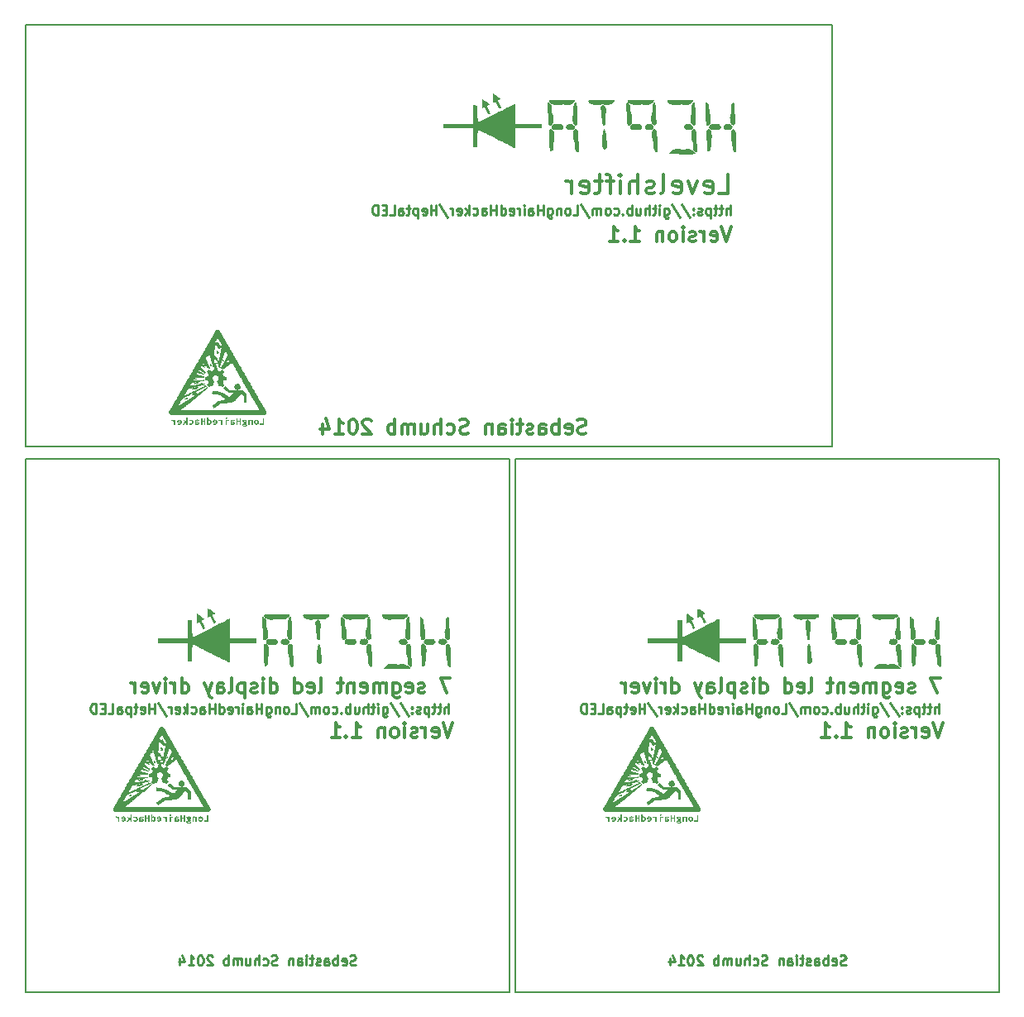
<source format=gbo>
G04 (created by PCBNEW (2013-may-18)-stable) date Wed 22 Oct 2014 05:26:26 PM CEST*
%MOIN*%
G04 Gerber Fmt 3.4, Leading zero omitted, Abs format*
%FSLAX34Y34*%
G01*
G70*
G90*
G04 APERTURE LIST*
%ADD10C,0.00590551*%
%ADD11C,0.011811*%
%ADD12C,0.00984252*%
%ADD13C,0.005*%
%ADD14C,0.00787402*%
%ADD15C,0.0001*%
G04 APERTURE END LIST*
G54D10*
G54D11*
X60375Y-73098D02*
X59982Y-73098D01*
X60235Y-73689D01*
X59335Y-73660D02*
X59279Y-73689D01*
X59166Y-73689D01*
X59110Y-73660D01*
X59082Y-73604D01*
X59082Y-73576D01*
X59110Y-73520D01*
X59166Y-73492D01*
X59250Y-73492D01*
X59307Y-73464D01*
X59335Y-73407D01*
X59335Y-73379D01*
X59307Y-73323D01*
X59250Y-73295D01*
X59166Y-73295D01*
X59110Y-73323D01*
X58604Y-73660D02*
X58660Y-73689D01*
X58772Y-73689D01*
X58829Y-73660D01*
X58857Y-73604D01*
X58857Y-73379D01*
X58829Y-73323D01*
X58772Y-73295D01*
X58660Y-73295D01*
X58604Y-73323D01*
X58575Y-73379D01*
X58575Y-73435D01*
X58857Y-73492D01*
X58069Y-73295D02*
X58069Y-73773D01*
X58097Y-73829D01*
X58126Y-73857D01*
X58182Y-73885D01*
X58266Y-73885D01*
X58322Y-73857D01*
X58069Y-73660D02*
X58126Y-73689D01*
X58238Y-73689D01*
X58294Y-73660D01*
X58322Y-73632D01*
X58351Y-73576D01*
X58351Y-73407D01*
X58322Y-73351D01*
X58294Y-73323D01*
X58238Y-73295D01*
X58126Y-73295D01*
X58069Y-73323D01*
X57788Y-73689D02*
X57788Y-73295D01*
X57788Y-73351D02*
X57760Y-73323D01*
X57704Y-73295D01*
X57619Y-73295D01*
X57563Y-73323D01*
X57535Y-73379D01*
X57535Y-73689D01*
X57535Y-73379D02*
X57507Y-73323D01*
X57451Y-73295D01*
X57366Y-73295D01*
X57310Y-73323D01*
X57282Y-73379D01*
X57282Y-73689D01*
X56776Y-73660D02*
X56832Y-73689D01*
X56944Y-73689D01*
X57001Y-73660D01*
X57029Y-73604D01*
X57029Y-73379D01*
X57001Y-73323D01*
X56944Y-73295D01*
X56832Y-73295D01*
X56776Y-73323D01*
X56748Y-73379D01*
X56748Y-73435D01*
X57029Y-73492D01*
X56494Y-73295D02*
X56494Y-73689D01*
X56494Y-73351D02*
X56466Y-73323D01*
X56410Y-73295D01*
X56326Y-73295D01*
X56270Y-73323D01*
X56241Y-73379D01*
X56241Y-73689D01*
X56045Y-73295D02*
X55820Y-73295D01*
X55960Y-73098D02*
X55960Y-73604D01*
X55932Y-73660D01*
X55876Y-73689D01*
X55820Y-73689D01*
X55088Y-73689D02*
X55145Y-73660D01*
X55173Y-73604D01*
X55173Y-73098D01*
X54638Y-73660D02*
X54695Y-73689D01*
X54807Y-73689D01*
X54863Y-73660D01*
X54892Y-73604D01*
X54892Y-73379D01*
X54863Y-73323D01*
X54807Y-73295D01*
X54695Y-73295D01*
X54638Y-73323D01*
X54610Y-73379D01*
X54610Y-73435D01*
X54892Y-73492D01*
X54104Y-73689D02*
X54104Y-73098D01*
X54104Y-73660D02*
X54160Y-73689D01*
X54273Y-73689D01*
X54329Y-73660D01*
X54357Y-73632D01*
X54385Y-73576D01*
X54385Y-73407D01*
X54357Y-73351D01*
X54329Y-73323D01*
X54273Y-73295D01*
X54160Y-73295D01*
X54104Y-73323D01*
X53120Y-73689D02*
X53120Y-73098D01*
X53120Y-73660D02*
X53176Y-73689D01*
X53289Y-73689D01*
X53345Y-73660D01*
X53373Y-73632D01*
X53401Y-73576D01*
X53401Y-73407D01*
X53373Y-73351D01*
X53345Y-73323D01*
X53289Y-73295D01*
X53176Y-73295D01*
X53120Y-73323D01*
X52839Y-73689D02*
X52839Y-73295D01*
X52839Y-73098D02*
X52867Y-73126D01*
X52839Y-73154D01*
X52811Y-73126D01*
X52839Y-73098D01*
X52839Y-73154D01*
X52586Y-73660D02*
X52529Y-73689D01*
X52417Y-73689D01*
X52361Y-73660D01*
X52333Y-73604D01*
X52333Y-73576D01*
X52361Y-73520D01*
X52417Y-73492D01*
X52501Y-73492D01*
X52557Y-73464D01*
X52586Y-73407D01*
X52586Y-73379D01*
X52557Y-73323D01*
X52501Y-73295D01*
X52417Y-73295D01*
X52361Y-73323D01*
X52079Y-73295D02*
X52079Y-73885D01*
X52079Y-73323D02*
X52023Y-73295D01*
X51911Y-73295D01*
X51854Y-73323D01*
X51826Y-73351D01*
X51798Y-73407D01*
X51798Y-73576D01*
X51826Y-73632D01*
X51854Y-73660D01*
X51911Y-73689D01*
X52023Y-73689D01*
X52079Y-73660D01*
X51461Y-73689D02*
X51517Y-73660D01*
X51545Y-73604D01*
X51545Y-73098D01*
X50983Y-73689D02*
X50983Y-73379D01*
X51011Y-73323D01*
X51067Y-73295D01*
X51180Y-73295D01*
X51236Y-73323D01*
X50983Y-73660D02*
X51039Y-73689D01*
X51180Y-73689D01*
X51236Y-73660D01*
X51264Y-73604D01*
X51264Y-73548D01*
X51236Y-73492D01*
X51180Y-73464D01*
X51039Y-73464D01*
X50983Y-73435D01*
X50758Y-73295D02*
X50617Y-73689D01*
X50476Y-73295D02*
X50617Y-73689D01*
X50673Y-73829D01*
X50701Y-73857D01*
X50758Y-73885D01*
X49548Y-73689D02*
X49548Y-73098D01*
X49548Y-73660D02*
X49605Y-73689D01*
X49717Y-73689D01*
X49773Y-73660D01*
X49802Y-73632D01*
X49830Y-73576D01*
X49830Y-73407D01*
X49802Y-73351D01*
X49773Y-73323D01*
X49717Y-73295D01*
X49605Y-73295D01*
X49548Y-73323D01*
X49267Y-73689D02*
X49267Y-73295D01*
X49267Y-73407D02*
X49239Y-73351D01*
X49211Y-73323D01*
X49155Y-73295D01*
X49099Y-73295D01*
X48902Y-73689D02*
X48902Y-73295D01*
X48902Y-73098D02*
X48930Y-73126D01*
X48902Y-73154D01*
X48874Y-73126D01*
X48902Y-73098D01*
X48902Y-73154D01*
X48677Y-73295D02*
X48536Y-73689D01*
X48396Y-73295D01*
X47946Y-73660D02*
X48002Y-73689D01*
X48114Y-73689D01*
X48171Y-73660D01*
X48199Y-73604D01*
X48199Y-73379D01*
X48171Y-73323D01*
X48114Y-73295D01*
X48002Y-73295D01*
X47946Y-73323D01*
X47917Y-73379D01*
X47917Y-73435D01*
X48199Y-73492D01*
X47664Y-73689D02*
X47664Y-73295D01*
X47664Y-73407D02*
X47636Y-73351D01*
X47608Y-73323D01*
X47552Y-73295D01*
X47496Y-73295D01*
G54D12*
X60308Y-74509D02*
X60308Y-74115D01*
X60139Y-74509D02*
X60139Y-74303D01*
X60158Y-74265D01*
X60195Y-74246D01*
X60252Y-74246D01*
X60289Y-74265D01*
X60308Y-74284D01*
X60008Y-74246D02*
X59858Y-74246D01*
X59952Y-74115D02*
X59952Y-74453D01*
X59933Y-74490D01*
X59896Y-74509D01*
X59858Y-74509D01*
X59783Y-74246D02*
X59633Y-74246D01*
X59727Y-74115D02*
X59727Y-74453D01*
X59708Y-74490D01*
X59671Y-74509D01*
X59633Y-74509D01*
X59502Y-74246D02*
X59502Y-74640D01*
X59502Y-74265D02*
X59464Y-74246D01*
X59389Y-74246D01*
X59352Y-74265D01*
X59333Y-74284D01*
X59314Y-74321D01*
X59314Y-74434D01*
X59333Y-74471D01*
X59352Y-74490D01*
X59389Y-74509D01*
X59464Y-74509D01*
X59502Y-74490D01*
X59164Y-74490D02*
X59127Y-74509D01*
X59052Y-74509D01*
X59014Y-74490D01*
X58996Y-74453D01*
X58996Y-74434D01*
X59014Y-74396D01*
X59052Y-74378D01*
X59108Y-74378D01*
X59146Y-74359D01*
X59164Y-74321D01*
X59164Y-74303D01*
X59146Y-74265D01*
X59108Y-74246D01*
X59052Y-74246D01*
X59014Y-74265D01*
X58827Y-74471D02*
X58808Y-74490D01*
X58827Y-74509D01*
X58846Y-74490D01*
X58827Y-74471D01*
X58827Y-74509D01*
X58827Y-74265D02*
X58808Y-74284D01*
X58827Y-74303D01*
X58846Y-74284D01*
X58827Y-74265D01*
X58827Y-74303D01*
X58358Y-74096D02*
X58696Y-74603D01*
X57946Y-74096D02*
X58283Y-74603D01*
X57646Y-74246D02*
X57646Y-74565D01*
X57665Y-74603D01*
X57683Y-74621D01*
X57721Y-74640D01*
X57777Y-74640D01*
X57815Y-74621D01*
X57646Y-74490D02*
X57683Y-74509D01*
X57758Y-74509D01*
X57796Y-74490D01*
X57815Y-74471D01*
X57833Y-74434D01*
X57833Y-74321D01*
X57815Y-74284D01*
X57796Y-74265D01*
X57758Y-74246D01*
X57683Y-74246D01*
X57646Y-74265D01*
X57458Y-74509D02*
X57458Y-74246D01*
X57458Y-74115D02*
X57477Y-74134D01*
X57458Y-74153D01*
X57440Y-74134D01*
X57458Y-74115D01*
X57458Y-74153D01*
X57327Y-74246D02*
X57177Y-74246D01*
X57271Y-74115D02*
X57271Y-74453D01*
X57252Y-74490D01*
X57215Y-74509D01*
X57177Y-74509D01*
X57046Y-74509D02*
X57046Y-74115D01*
X56877Y-74509D02*
X56877Y-74303D01*
X56896Y-74265D01*
X56933Y-74246D01*
X56990Y-74246D01*
X57027Y-74265D01*
X57046Y-74284D01*
X56521Y-74246D02*
X56521Y-74509D01*
X56690Y-74246D02*
X56690Y-74453D01*
X56671Y-74490D01*
X56633Y-74509D01*
X56577Y-74509D01*
X56540Y-74490D01*
X56521Y-74471D01*
X56333Y-74509D02*
X56333Y-74115D01*
X56333Y-74265D02*
X56296Y-74246D01*
X56221Y-74246D01*
X56183Y-74265D01*
X56165Y-74284D01*
X56146Y-74321D01*
X56146Y-74434D01*
X56165Y-74471D01*
X56183Y-74490D01*
X56221Y-74509D01*
X56296Y-74509D01*
X56333Y-74490D01*
X55977Y-74471D02*
X55959Y-74490D01*
X55977Y-74509D01*
X55996Y-74490D01*
X55977Y-74471D01*
X55977Y-74509D01*
X55621Y-74490D02*
X55659Y-74509D01*
X55734Y-74509D01*
X55771Y-74490D01*
X55790Y-74471D01*
X55809Y-74434D01*
X55809Y-74321D01*
X55790Y-74284D01*
X55771Y-74265D01*
X55734Y-74246D01*
X55659Y-74246D01*
X55621Y-74265D01*
X55396Y-74509D02*
X55434Y-74490D01*
X55452Y-74471D01*
X55471Y-74434D01*
X55471Y-74321D01*
X55452Y-74284D01*
X55434Y-74265D01*
X55396Y-74246D01*
X55340Y-74246D01*
X55302Y-74265D01*
X55284Y-74284D01*
X55265Y-74321D01*
X55265Y-74434D01*
X55284Y-74471D01*
X55302Y-74490D01*
X55340Y-74509D01*
X55396Y-74509D01*
X55096Y-74509D02*
X55096Y-74246D01*
X55096Y-74284D02*
X55077Y-74265D01*
X55040Y-74246D01*
X54984Y-74246D01*
X54946Y-74265D01*
X54927Y-74303D01*
X54927Y-74509D01*
X54927Y-74303D02*
X54909Y-74265D01*
X54871Y-74246D01*
X54815Y-74246D01*
X54777Y-74265D01*
X54759Y-74303D01*
X54759Y-74509D01*
X54290Y-74096D02*
X54627Y-74603D01*
X53971Y-74509D02*
X54159Y-74509D01*
X54159Y-74115D01*
X53784Y-74509D02*
X53821Y-74490D01*
X53840Y-74471D01*
X53859Y-74434D01*
X53859Y-74321D01*
X53840Y-74284D01*
X53821Y-74265D01*
X53784Y-74246D01*
X53728Y-74246D01*
X53690Y-74265D01*
X53671Y-74284D01*
X53653Y-74321D01*
X53653Y-74434D01*
X53671Y-74471D01*
X53690Y-74490D01*
X53728Y-74509D01*
X53784Y-74509D01*
X53484Y-74246D02*
X53484Y-74509D01*
X53484Y-74284D02*
X53465Y-74265D01*
X53428Y-74246D01*
X53371Y-74246D01*
X53334Y-74265D01*
X53315Y-74303D01*
X53315Y-74509D01*
X52959Y-74246D02*
X52959Y-74565D01*
X52978Y-74603D01*
X52996Y-74621D01*
X53034Y-74640D01*
X53090Y-74640D01*
X53128Y-74621D01*
X52959Y-74490D02*
X52996Y-74509D01*
X53071Y-74509D01*
X53109Y-74490D01*
X53128Y-74471D01*
X53146Y-74434D01*
X53146Y-74321D01*
X53128Y-74284D01*
X53109Y-74265D01*
X53071Y-74246D01*
X52996Y-74246D01*
X52959Y-74265D01*
X52771Y-74509D02*
X52771Y-74115D01*
X52771Y-74303D02*
X52546Y-74303D01*
X52546Y-74509D02*
X52546Y-74115D01*
X52190Y-74509D02*
X52190Y-74303D01*
X52209Y-74265D01*
X52246Y-74246D01*
X52321Y-74246D01*
X52359Y-74265D01*
X52190Y-74490D02*
X52228Y-74509D01*
X52321Y-74509D01*
X52359Y-74490D01*
X52378Y-74453D01*
X52378Y-74415D01*
X52359Y-74378D01*
X52321Y-74359D01*
X52228Y-74359D01*
X52190Y-74340D01*
X52003Y-74509D02*
X52003Y-74246D01*
X52003Y-74115D02*
X52022Y-74134D01*
X52003Y-74153D01*
X51984Y-74134D01*
X52003Y-74115D01*
X52003Y-74153D01*
X51815Y-74509D02*
X51815Y-74246D01*
X51815Y-74321D02*
X51797Y-74284D01*
X51778Y-74265D01*
X51740Y-74246D01*
X51703Y-74246D01*
X51422Y-74490D02*
X51459Y-74509D01*
X51534Y-74509D01*
X51572Y-74490D01*
X51590Y-74453D01*
X51590Y-74303D01*
X51572Y-74265D01*
X51534Y-74246D01*
X51459Y-74246D01*
X51422Y-74265D01*
X51403Y-74303D01*
X51403Y-74340D01*
X51590Y-74378D01*
X51065Y-74509D02*
X51065Y-74115D01*
X51065Y-74490D02*
X51103Y-74509D01*
X51178Y-74509D01*
X51215Y-74490D01*
X51234Y-74471D01*
X51253Y-74434D01*
X51253Y-74321D01*
X51234Y-74284D01*
X51215Y-74265D01*
X51178Y-74246D01*
X51103Y-74246D01*
X51065Y-74265D01*
X50878Y-74509D02*
X50878Y-74115D01*
X50878Y-74303D02*
X50653Y-74303D01*
X50653Y-74509D02*
X50653Y-74115D01*
X50297Y-74509D02*
X50297Y-74303D01*
X50315Y-74265D01*
X50353Y-74246D01*
X50428Y-74246D01*
X50465Y-74265D01*
X50297Y-74490D02*
X50334Y-74509D01*
X50428Y-74509D01*
X50465Y-74490D01*
X50484Y-74453D01*
X50484Y-74415D01*
X50465Y-74378D01*
X50428Y-74359D01*
X50334Y-74359D01*
X50297Y-74340D01*
X49941Y-74490D02*
X49978Y-74509D01*
X50053Y-74509D01*
X50091Y-74490D01*
X50109Y-74471D01*
X50128Y-74434D01*
X50128Y-74321D01*
X50109Y-74284D01*
X50091Y-74265D01*
X50053Y-74246D01*
X49978Y-74246D01*
X49941Y-74265D01*
X49772Y-74509D02*
X49772Y-74115D01*
X49734Y-74359D02*
X49622Y-74509D01*
X49622Y-74246D02*
X49772Y-74396D01*
X49303Y-74490D02*
X49341Y-74509D01*
X49416Y-74509D01*
X49453Y-74490D01*
X49472Y-74453D01*
X49472Y-74303D01*
X49453Y-74265D01*
X49416Y-74246D01*
X49341Y-74246D01*
X49303Y-74265D01*
X49284Y-74303D01*
X49284Y-74340D01*
X49472Y-74378D01*
X49116Y-74509D02*
X49116Y-74246D01*
X49116Y-74321D02*
X49097Y-74284D01*
X49078Y-74265D01*
X49041Y-74246D01*
X49003Y-74246D01*
X48591Y-74096D02*
X48928Y-74603D01*
X48459Y-74509D02*
X48459Y-74115D01*
X48459Y-74303D02*
X48234Y-74303D01*
X48234Y-74509D02*
X48234Y-74115D01*
X47897Y-74490D02*
X47935Y-74509D01*
X48010Y-74509D01*
X48047Y-74490D01*
X48066Y-74453D01*
X48066Y-74303D01*
X48047Y-74265D01*
X48010Y-74246D01*
X47935Y-74246D01*
X47897Y-74265D01*
X47878Y-74303D01*
X47878Y-74340D01*
X48066Y-74378D01*
X47766Y-74246D02*
X47616Y-74246D01*
X47710Y-74115D02*
X47710Y-74453D01*
X47691Y-74490D01*
X47653Y-74509D01*
X47616Y-74509D01*
X47485Y-74246D02*
X47485Y-74640D01*
X47485Y-74265D02*
X47447Y-74246D01*
X47372Y-74246D01*
X47335Y-74265D01*
X47316Y-74284D01*
X47297Y-74321D01*
X47297Y-74434D01*
X47316Y-74471D01*
X47335Y-74490D01*
X47372Y-74509D01*
X47447Y-74509D01*
X47485Y-74490D01*
X46960Y-74509D02*
X46960Y-74303D01*
X46978Y-74265D01*
X47016Y-74246D01*
X47091Y-74246D01*
X47128Y-74265D01*
X46960Y-74490D02*
X46997Y-74509D01*
X47091Y-74509D01*
X47128Y-74490D01*
X47147Y-74453D01*
X47147Y-74415D01*
X47128Y-74378D01*
X47091Y-74359D01*
X46997Y-74359D01*
X46960Y-74340D01*
X46585Y-74509D02*
X46772Y-74509D01*
X46772Y-74115D01*
X46453Y-74303D02*
X46322Y-74303D01*
X46266Y-74509D02*
X46453Y-74509D01*
X46453Y-74115D01*
X46266Y-74115D01*
X46097Y-74509D02*
X46097Y-74115D01*
X46004Y-74115D01*
X45947Y-74134D01*
X45910Y-74171D01*
X45891Y-74209D01*
X45872Y-74284D01*
X45872Y-74340D01*
X45891Y-74415D01*
X45910Y-74453D01*
X45947Y-74490D01*
X46004Y-74509D01*
X46097Y-74509D01*
X56562Y-84640D02*
X56505Y-84659D01*
X56412Y-84659D01*
X56374Y-84640D01*
X56355Y-84621D01*
X56337Y-84584D01*
X56337Y-84546D01*
X56355Y-84509D01*
X56374Y-84490D01*
X56412Y-84471D01*
X56487Y-84453D01*
X56524Y-84434D01*
X56543Y-84415D01*
X56562Y-84378D01*
X56562Y-84340D01*
X56543Y-84303D01*
X56524Y-84284D01*
X56487Y-84265D01*
X56393Y-84265D01*
X56337Y-84284D01*
X56018Y-84640D02*
X56055Y-84659D01*
X56130Y-84659D01*
X56168Y-84640D01*
X56187Y-84603D01*
X56187Y-84453D01*
X56168Y-84415D01*
X56130Y-84396D01*
X56055Y-84396D01*
X56018Y-84415D01*
X55999Y-84453D01*
X55999Y-84490D01*
X56187Y-84528D01*
X55830Y-84659D02*
X55830Y-84265D01*
X55830Y-84415D02*
X55793Y-84396D01*
X55718Y-84396D01*
X55680Y-84415D01*
X55662Y-84434D01*
X55643Y-84471D01*
X55643Y-84584D01*
X55662Y-84621D01*
X55680Y-84640D01*
X55718Y-84659D01*
X55793Y-84659D01*
X55830Y-84640D01*
X55305Y-84659D02*
X55305Y-84453D01*
X55324Y-84415D01*
X55362Y-84396D01*
X55437Y-84396D01*
X55474Y-84415D01*
X55305Y-84640D02*
X55343Y-84659D01*
X55437Y-84659D01*
X55474Y-84640D01*
X55493Y-84603D01*
X55493Y-84565D01*
X55474Y-84528D01*
X55437Y-84509D01*
X55343Y-84509D01*
X55305Y-84490D01*
X55137Y-84640D02*
X55099Y-84659D01*
X55024Y-84659D01*
X54987Y-84640D01*
X54968Y-84603D01*
X54968Y-84584D01*
X54987Y-84546D01*
X55024Y-84528D01*
X55080Y-84528D01*
X55118Y-84509D01*
X55137Y-84471D01*
X55137Y-84453D01*
X55118Y-84415D01*
X55080Y-84396D01*
X55024Y-84396D01*
X54987Y-84415D01*
X54856Y-84396D02*
X54706Y-84396D01*
X54799Y-84265D02*
X54799Y-84603D01*
X54781Y-84640D01*
X54743Y-84659D01*
X54706Y-84659D01*
X54574Y-84659D02*
X54574Y-84396D01*
X54574Y-84265D02*
X54593Y-84284D01*
X54574Y-84303D01*
X54556Y-84284D01*
X54574Y-84265D01*
X54574Y-84303D01*
X54218Y-84659D02*
X54218Y-84453D01*
X54237Y-84415D01*
X54274Y-84396D01*
X54349Y-84396D01*
X54387Y-84415D01*
X54218Y-84640D02*
X54256Y-84659D01*
X54349Y-84659D01*
X54387Y-84640D01*
X54406Y-84603D01*
X54406Y-84565D01*
X54387Y-84528D01*
X54349Y-84509D01*
X54256Y-84509D01*
X54218Y-84490D01*
X54031Y-84396D02*
X54031Y-84659D01*
X54031Y-84434D02*
X54012Y-84415D01*
X53974Y-84396D01*
X53918Y-84396D01*
X53881Y-84415D01*
X53862Y-84453D01*
X53862Y-84659D01*
X53393Y-84640D02*
X53337Y-84659D01*
X53243Y-84659D01*
X53206Y-84640D01*
X53187Y-84621D01*
X53168Y-84584D01*
X53168Y-84546D01*
X53187Y-84509D01*
X53206Y-84490D01*
X53243Y-84471D01*
X53318Y-84453D01*
X53356Y-84434D01*
X53374Y-84415D01*
X53393Y-84378D01*
X53393Y-84340D01*
X53374Y-84303D01*
X53356Y-84284D01*
X53318Y-84265D01*
X53224Y-84265D01*
X53168Y-84284D01*
X52831Y-84640D02*
X52868Y-84659D01*
X52943Y-84659D01*
X52981Y-84640D01*
X53000Y-84621D01*
X53018Y-84584D01*
X53018Y-84471D01*
X53000Y-84434D01*
X52981Y-84415D01*
X52943Y-84396D01*
X52868Y-84396D01*
X52831Y-84415D01*
X52662Y-84659D02*
X52662Y-84265D01*
X52493Y-84659D02*
X52493Y-84453D01*
X52512Y-84415D01*
X52550Y-84396D01*
X52606Y-84396D01*
X52643Y-84415D01*
X52662Y-84434D01*
X52137Y-84396D02*
X52137Y-84659D01*
X52306Y-84396D02*
X52306Y-84603D01*
X52287Y-84640D01*
X52250Y-84659D01*
X52193Y-84659D01*
X52156Y-84640D01*
X52137Y-84621D01*
X51950Y-84659D02*
X51950Y-84396D01*
X51950Y-84434D02*
X51931Y-84415D01*
X51893Y-84396D01*
X51837Y-84396D01*
X51800Y-84415D01*
X51781Y-84453D01*
X51781Y-84659D01*
X51781Y-84453D02*
X51762Y-84415D01*
X51725Y-84396D01*
X51668Y-84396D01*
X51631Y-84415D01*
X51612Y-84453D01*
X51612Y-84659D01*
X51425Y-84659D02*
X51425Y-84265D01*
X51425Y-84415D02*
X51387Y-84396D01*
X51312Y-84396D01*
X51275Y-84415D01*
X51256Y-84434D01*
X51237Y-84471D01*
X51237Y-84584D01*
X51256Y-84621D01*
X51275Y-84640D01*
X51312Y-84659D01*
X51387Y-84659D01*
X51425Y-84640D01*
X50787Y-84303D02*
X50769Y-84284D01*
X50731Y-84265D01*
X50637Y-84265D01*
X50600Y-84284D01*
X50581Y-84303D01*
X50562Y-84340D01*
X50562Y-84378D01*
X50581Y-84434D01*
X50806Y-84659D01*
X50562Y-84659D01*
X50319Y-84265D02*
X50281Y-84265D01*
X50244Y-84284D01*
X50225Y-84303D01*
X50206Y-84340D01*
X50187Y-84415D01*
X50187Y-84509D01*
X50206Y-84584D01*
X50225Y-84621D01*
X50244Y-84640D01*
X50281Y-84659D01*
X50319Y-84659D01*
X50356Y-84640D01*
X50375Y-84621D01*
X50394Y-84584D01*
X50412Y-84509D01*
X50412Y-84415D01*
X50394Y-84340D01*
X50375Y-84303D01*
X50356Y-84284D01*
X50319Y-84265D01*
X49812Y-84659D02*
X50037Y-84659D01*
X49925Y-84659D02*
X49925Y-84265D01*
X49962Y-84321D01*
X50000Y-84359D01*
X50037Y-84378D01*
X49475Y-84396D02*
X49475Y-84659D01*
X49569Y-84246D02*
X49662Y-84528D01*
X49419Y-84528D01*
G54D11*
X60474Y-74898D02*
X60277Y-75489D01*
X60080Y-74898D01*
X59659Y-75460D02*
X59715Y-75489D01*
X59827Y-75489D01*
X59884Y-75460D01*
X59912Y-75404D01*
X59912Y-75179D01*
X59884Y-75123D01*
X59827Y-75095D01*
X59715Y-75095D01*
X59659Y-75123D01*
X59631Y-75179D01*
X59631Y-75235D01*
X59912Y-75292D01*
X59377Y-75489D02*
X59377Y-75095D01*
X59377Y-75207D02*
X59349Y-75151D01*
X59321Y-75123D01*
X59265Y-75095D01*
X59209Y-75095D01*
X59040Y-75460D02*
X58984Y-75489D01*
X58871Y-75489D01*
X58815Y-75460D01*
X58787Y-75404D01*
X58787Y-75376D01*
X58815Y-75320D01*
X58871Y-75292D01*
X58956Y-75292D01*
X59012Y-75264D01*
X59040Y-75207D01*
X59040Y-75179D01*
X59012Y-75123D01*
X58956Y-75095D01*
X58871Y-75095D01*
X58815Y-75123D01*
X58534Y-75489D02*
X58534Y-75095D01*
X58534Y-74898D02*
X58562Y-74926D01*
X58534Y-74954D01*
X58506Y-74926D01*
X58534Y-74898D01*
X58534Y-74954D01*
X58168Y-75489D02*
X58224Y-75460D01*
X58253Y-75432D01*
X58281Y-75376D01*
X58281Y-75207D01*
X58253Y-75151D01*
X58224Y-75123D01*
X58168Y-75095D01*
X58084Y-75095D01*
X58028Y-75123D01*
X58000Y-75151D01*
X57971Y-75207D01*
X57971Y-75376D01*
X58000Y-75432D01*
X58028Y-75460D01*
X58084Y-75489D01*
X58168Y-75489D01*
X57718Y-75095D02*
X57718Y-75489D01*
X57718Y-75151D02*
X57690Y-75123D01*
X57634Y-75095D01*
X57550Y-75095D01*
X57493Y-75123D01*
X57465Y-75179D01*
X57465Y-75489D01*
X56425Y-75489D02*
X56762Y-75489D01*
X56593Y-75489D02*
X56593Y-74898D01*
X56650Y-74982D01*
X56706Y-75039D01*
X56762Y-75067D01*
X56172Y-75432D02*
X56143Y-75460D01*
X56172Y-75489D01*
X56200Y-75460D01*
X56172Y-75432D01*
X56172Y-75489D01*
X55581Y-75489D02*
X55919Y-75489D01*
X55750Y-75489D02*
X55750Y-74898D01*
X55806Y-74982D01*
X55862Y-75039D01*
X55919Y-75067D01*
G54D13*
X43250Y-85750D02*
X43250Y-64250D01*
X43250Y-64250D02*
X62750Y-64250D01*
X62750Y-64250D02*
X62750Y-85750D01*
X62750Y-85750D02*
X43250Y-85750D01*
X43000Y-85750D02*
X23500Y-85750D01*
X43000Y-64250D02*
X43000Y-85750D01*
X23500Y-64250D02*
X43000Y-64250D01*
X23500Y-85750D02*
X23500Y-64250D01*
G54D11*
X40724Y-74898D02*
X40527Y-75489D01*
X40330Y-74898D01*
X39909Y-75460D02*
X39965Y-75489D01*
X40077Y-75489D01*
X40134Y-75460D01*
X40162Y-75404D01*
X40162Y-75179D01*
X40134Y-75123D01*
X40077Y-75095D01*
X39965Y-75095D01*
X39909Y-75123D01*
X39881Y-75179D01*
X39881Y-75235D01*
X40162Y-75292D01*
X39627Y-75489D02*
X39627Y-75095D01*
X39627Y-75207D02*
X39599Y-75151D01*
X39571Y-75123D01*
X39515Y-75095D01*
X39459Y-75095D01*
X39290Y-75460D02*
X39234Y-75489D01*
X39121Y-75489D01*
X39065Y-75460D01*
X39037Y-75404D01*
X39037Y-75376D01*
X39065Y-75320D01*
X39121Y-75292D01*
X39206Y-75292D01*
X39262Y-75264D01*
X39290Y-75207D01*
X39290Y-75179D01*
X39262Y-75123D01*
X39206Y-75095D01*
X39121Y-75095D01*
X39065Y-75123D01*
X38784Y-75489D02*
X38784Y-75095D01*
X38784Y-74898D02*
X38812Y-74926D01*
X38784Y-74954D01*
X38756Y-74926D01*
X38784Y-74898D01*
X38784Y-74954D01*
X38418Y-75489D02*
X38474Y-75460D01*
X38503Y-75432D01*
X38531Y-75376D01*
X38531Y-75207D01*
X38503Y-75151D01*
X38474Y-75123D01*
X38418Y-75095D01*
X38334Y-75095D01*
X38278Y-75123D01*
X38250Y-75151D01*
X38221Y-75207D01*
X38221Y-75376D01*
X38250Y-75432D01*
X38278Y-75460D01*
X38334Y-75489D01*
X38418Y-75489D01*
X37968Y-75095D02*
X37968Y-75489D01*
X37968Y-75151D02*
X37940Y-75123D01*
X37884Y-75095D01*
X37800Y-75095D01*
X37743Y-75123D01*
X37715Y-75179D01*
X37715Y-75489D01*
X36675Y-75489D02*
X37012Y-75489D01*
X36843Y-75489D02*
X36843Y-74898D01*
X36900Y-74982D01*
X36956Y-75039D01*
X37012Y-75067D01*
X36422Y-75432D02*
X36393Y-75460D01*
X36422Y-75489D01*
X36450Y-75460D01*
X36422Y-75432D01*
X36422Y-75489D01*
X35831Y-75489D02*
X36169Y-75489D01*
X36000Y-75489D02*
X36000Y-74898D01*
X36056Y-74982D01*
X36112Y-75039D01*
X36169Y-75067D01*
G54D12*
X36812Y-84640D02*
X36755Y-84659D01*
X36662Y-84659D01*
X36624Y-84640D01*
X36605Y-84621D01*
X36587Y-84584D01*
X36587Y-84546D01*
X36605Y-84509D01*
X36624Y-84490D01*
X36662Y-84471D01*
X36737Y-84453D01*
X36774Y-84434D01*
X36793Y-84415D01*
X36812Y-84378D01*
X36812Y-84340D01*
X36793Y-84303D01*
X36774Y-84284D01*
X36737Y-84265D01*
X36643Y-84265D01*
X36587Y-84284D01*
X36268Y-84640D02*
X36305Y-84659D01*
X36380Y-84659D01*
X36418Y-84640D01*
X36437Y-84603D01*
X36437Y-84453D01*
X36418Y-84415D01*
X36380Y-84396D01*
X36305Y-84396D01*
X36268Y-84415D01*
X36249Y-84453D01*
X36249Y-84490D01*
X36437Y-84528D01*
X36080Y-84659D02*
X36080Y-84265D01*
X36080Y-84415D02*
X36043Y-84396D01*
X35968Y-84396D01*
X35930Y-84415D01*
X35912Y-84434D01*
X35893Y-84471D01*
X35893Y-84584D01*
X35912Y-84621D01*
X35930Y-84640D01*
X35968Y-84659D01*
X36043Y-84659D01*
X36080Y-84640D01*
X35555Y-84659D02*
X35555Y-84453D01*
X35574Y-84415D01*
X35612Y-84396D01*
X35687Y-84396D01*
X35724Y-84415D01*
X35555Y-84640D02*
X35593Y-84659D01*
X35687Y-84659D01*
X35724Y-84640D01*
X35743Y-84603D01*
X35743Y-84565D01*
X35724Y-84528D01*
X35687Y-84509D01*
X35593Y-84509D01*
X35555Y-84490D01*
X35387Y-84640D02*
X35349Y-84659D01*
X35274Y-84659D01*
X35237Y-84640D01*
X35218Y-84603D01*
X35218Y-84584D01*
X35237Y-84546D01*
X35274Y-84528D01*
X35330Y-84528D01*
X35368Y-84509D01*
X35387Y-84471D01*
X35387Y-84453D01*
X35368Y-84415D01*
X35330Y-84396D01*
X35274Y-84396D01*
X35237Y-84415D01*
X35106Y-84396D02*
X34956Y-84396D01*
X35049Y-84265D02*
X35049Y-84603D01*
X35031Y-84640D01*
X34993Y-84659D01*
X34956Y-84659D01*
X34824Y-84659D02*
X34824Y-84396D01*
X34824Y-84265D02*
X34843Y-84284D01*
X34824Y-84303D01*
X34806Y-84284D01*
X34824Y-84265D01*
X34824Y-84303D01*
X34468Y-84659D02*
X34468Y-84453D01*
X34487Y-84415D01*
X34524Y-84396D01*
X34599Y-84396D01*
X34637Y-84415D01*
X34468Y-84640D02*
X34506Y-84659D01*
X34599Y-84659D01*
X34637Y-84640D01*
X34656Y-84603D01*
X34656Y-84565D01*
X34637Y-84528D01*
X34599Y-84509D01*
X34506Y-84509D01*
X34468Y-84490D01*
X34281Y-84396D02*
X34281Y-84659D01*
X34281Y-84434D02*
X34262Y-84415D01*
X34224Y-84396D01*
X34168Y-84396D01*
X34131Y-84415D01*
X34112Y-84453D01*
X34112Y-84659D01*
X33643Y-84640D02*
X33587Y-84659D01*
X33493Y-84659D01*
X33456Y-84640D01*
X33437Y-84621D01*
X33418Y-84584D01*
X33418Y-84546D01*
X33437Y-84509D01*
X33456Y-84490D01*
X33493Y-84471D01*
X33568Y-84453D01*
X33606Y-84434D01*
X33624Y-84415D01*
X33643Y-84378D01*
X33643Y-84340D01*
X33624Y-84303D01*
X33606Y-84284D01*
X33568Y-84265D01*
X33474Y-84265D01*
X33418Y-84284D01*
X33081Y-84640D02*
X33118Y-84659D01*
X33193Y-84659D01*
X33231Y-84640D01*
X33250Y-84621D01*
X33268Y-84584D01*
X33268Y-84471D01*
X33250Y-84434D01*
X33231Y-84415D01*
X33193Y-84396D01*
X33118Y-84396D01*
X33081Y-84415D01*
X32912Y-84659D02*
X32912Y-84265D01*
X32743Y-84659D02*
X32743Y-84453D01*
X32762Y-84415D01*
X32800Y-84396D01*
X32856Y-84396D01*
X32893Y-84415D01*
X32912Y-84434D01*
X32387Y-84396D02*
X32387Y-84659D01*
X32556Y-84396D02*
X32556Y-84603D01*
X32537Y-84640D01*
X32500Y-84659D01*
X32443Y-84659D01*
X32406Y-84640D01*
X32387Y-84621D01*
X32200Y-84659D02*
X32200Y-84396D01*
X32200Y-84434D02*
X32181Y-84415D01*
X32143Y-84396D01*
X32087Y-84396D01*
X32050Y-84415D01*
X32031Y-84453D01*
X32031Y-84659D01*
X32031Y-84453D02*
X32012Y-84415D01*
X31975Y-84396D01*
X31918Y-84396D01*
X31881Y-84415D01*
X31862Y-84453D01*
X31862Y-84659D01*
X31675Y-84659D02*
X31675Y-84265D01*
X31675Y-84415D02*
X31637Y-84396D01*
X31562Y-84396D01*
X31525Y-84415D01*
X31506Y-84434D01*
X31487Y-84471D01*
X31487Y-84584D01*
X31506Y-84621D01*
X31525Y-84640D01*
X31562Y-84659D01*
X31637Y-84659D01*
X31675Y-84640D01*
X31037Y-84303D02*
X31019Y-84284D01*
X30981Y-84265D01*
X30887Y-84265D01*
X30850Y-84284D01*
X30831Y-84303D01*
X30812Y-84340D01*
X30812Y-84378D01*
X30831Y-84434D01*
X31056Y-84659D01*
X30812Y-84659D01*
X30569Y-84265D02*
X30531Y-84265D01*
X30494Y-84284D01*
X30475Y-84303D01*
X30456Y-84340D01*
X30437Y-84415D01*
X30437Y-84509D01*
X30456Y-84584D01*
X30475Y-84621D01*
X30494Y-84640D01*
X30531Y-84659D01*
X30569Y-84659D01*
X30606Y-84640D01*
X30625Y-84621D01*
X30644Y-84584D01*
X30662Y-84509D01*
X30662Y-84415D01*
X30644Y-84340D01*
X30625Y-84303D01*
X30606Y-84284D01*
X30569Y-84265D01*
X30062Y-84659D02*
X30287Y-84659D01*
X30175Y-84659D02*
X30175Y-84265D01*
X30212Y-84321D01*
X30250Y-84359D01*
X30287Y-84378D01*
X29725Y-84396D02*
X29725Y-84659D01*
X29819Y-84246D02*
X29912Y-84528D01*
X29669Y-84528D01*
X40558Y-74509D02*
X40558Y-74115D01*
X40389Y-74509D02*
X40389Y-74303D01*
X40408Y-74265D01*
X40445Y-74246D01*
X40502Y-74246D01*
X40539Y-74265D01*
X40558Y-74284D01*
X40258Y-74246D02*
X40108Y-74246D01*
X40202Y-74115D02*
X40202Y-74453D01*
X40183Y-74490D01*
X40146Y-74509D01*
X40108Y-74509D01*
X40033Y-74246D02*
X39883Y-74246D01*
X39977Y-74115D02*
X39977Y-74453D01*
X39958Y-74490D01*
X39921Y-74509D01*
X39883Y-74509D01*
X39752Y-74246D02*
X39752Y-74640D01*
X39752Y-74265D02*
X39714Y-74246D01*
X39639Y-74246D01*
X39602Y-74265D01*
X39583Y-74284D01*
X39564Y-74321D01*
X39564Y-74434D01*
X39583Y-74471D01*
X39602Y-74490D01*
X39639Y-74509D01*
X39714Y-74509D01*
X39752Y-74490D01*
X39414Y-74490D02*
X39377Y-74509D01*
X39302Y-74509D01*
X39264Y-74490D01*
X39246Y-74453D01*
X39246Y-74434D01*
X39264Y-74396D01*
X39302Y-74378D01*
X39358Y-74378D01*
X39396Y-74359D01*
X39414Y-74321D01*
X39414Y-74303D01*
X39396Y-74265D01*
X39358Y-74246D01*
X39302Y-74246D01*
X39264Y-74265D01*
X39077Y-74471D02*
X39058Y-74490D01*
X39077Y-74509D01*
X39096Y-74490D01*
X39077Y-74471D01*
X39077Y-74509D01*
X39077Y-74265D02*
X39058Y-74284D01*
X39077Y-74303D01*
X39096Y-74284D01*
X39077Y-74265D01*
X39077Y-74303D01*
X38608Y-74096D02*
X38946Y-74603D01*
X38196Y-74096D02*
X38533Y-74603D01*
X37896Y-74246D02*
X37896Y-74565D01*
X37915Y-74603D01*
X37933Y-74621D01*
X37971Y-74640D01*
X38027Y-74640D01*
X38065Y-74621D01*
X37896Y-74490D02*
X37933Y-74509D01*
X38008Y-74509D01*
X38046Y-74490D01*
X38065Y-74471D01*
X38083Y-74434D01*
X38083Y-74321D01*
X38065Y-74284D01*
X38046Y-74265D01*
X38008Y-74246D01*
X37933Y-74246D01*
X37896Y-74265D01*
X37708Y-74509D02*
X37708Y-74246D01*
X37708Y-74115D02*
X37727Y-74134D01*
X37708Y-74153D01*
X37690Y-74134D01*
X37708Y-74115D01*
X37708Y-74153D01*
X37577Y-74246D02*
X37427Y-74246D01*
X37521Y-74115D02*
X37521Y-74453D01*
X37502Y-74490D01*
X37465Y-74509D01*
X37427Y-74509D01*
X37296Y-74509D02*
X37296Y-74115D01*
X37127Y-74509D02*
X37127Y-74303D01*
X37146Y-74265D01*
X37183Y-74246D01*
X37240Y-74246D01*
X37277Y-74265D01*
X37296Y-74284D01*
X36771Y-74246D02*
X36771Y-74509D01*
X36940Y-74246D02*
X36940Y-74453D01*
X36921Y-74490D01*
X36883Y-74509D01*
X36827Y-74509D01*
X36790Y-74490D01*
X36771Y-74471D01*
X36583Y-74509D02*
X36583Y-74115D01*
X36583Y-74265D02*
X36546Y-74246D01*
X36471Y-74246D01*
X36433Y-74265D01*
X36415Y-74284D01*
X36396Y-74321D01*
X36396Y-74434D01*
X36415Y-74471D01*
X36433Y-74490D01*
X36471Y-74509D01*
X36546Y-74509D01*
X36583Y-74490D01*
X36227Y-74471D02*
X36209Y-74490D01*
X36227Y-74509D01*
X36246Y-74490D01*
X36227Y-74471D01*
X36227Y-74509D01*
X35871Y-74490D02*
X35909Y-74509D01*
X35984Y-74509D01*
X36021Y-74490D01*
X36040Y-74471D01*
X36059Y-74434D01*
X36059Y-74321D01*
X36040Y-74284D01*
X36021Y-74265D01*
X35984Y-74246D01*
X35909Y-74246D01*
X35871Y-74265D01*
X35646Y-74509D02*
X35684Y-74490D01*
X35702Y-74471D01*
X35721Y-74434D01*
X35721Y-74321D01*
X35702Y-74284D01*
X35684Y-74265D01*
X35646Y-74246D01*
X35590Y-74246D01*
X35552Y-74265D01*
X35534Y-74284D01*
X35515Y-74321D01*
X35515Y-74434D01*
X35534Y-74471D01*
X35552Y-74490D01*
X35590Y-74509D01*
X35646Y-74509D01*
X35346Y-74509D02*
X35346Y-74246D01*
X35346Y-74284D02*
X35327Y-74265D01*
X35290Y-74246D01*
X35234Y-74246D01*
X35196Y-74265D01*
X35177Y-74303D01*
X35177Y-74509D01*
X35177Y-74303D02*
X35159Y-74265D01*
X35121Y-74246D01*
X35065Y-74246D01*
X35027Y-74265D01*
X35009Y-74303D01*
X35009Y-74509D01*
X34540Y-74096D02*
X34877Y-74603D01*
X34221Y-74509D02*
X34409Y-74509D01*
X34409Y-74115D01*
X34034Y-74509D02*
X34071Y-74490D01*
X34090Y-74471D01*
X34109Y-74434D01*
X34109Y-74321D01*
X34090Y-74284D01*
X34071Y-74265D01*
X34034Y-74246D01*
X33978Y-74246D01*
X33940Y-74265D01*
X33921Y-74284D01*
X33903Y-74321D01*
X33903Y-74434D01*
X33921Y-74471D01*
X33940Y-74490D01*
X33978Y-74509D01*
X34034Y-74509D01*
X33734Y-74246D02*
X33734Y-74509D01*
X33734Y-74284D02*
X33715Y-74265D01*
X33678Y-74246D01*
X33621Y-74246D01*
X33584Y-74265D01*
X33565Y-74303D01*
X33565Y-74509D01*
X33209Y-74246D02*
X33209Y-74565D01*
X33228Y-74603D01*
X33246Y-74621D01*
X33284Y-74640D01*
X33340Y-74640D01*
X33378Y-74621D01*
X33209Y-74490D02*
X33246Y-74509D01*
X33321Y-74509D01*
X33359Y-74490D01*
X33378Y-74471D01*
X33396Y-74434D01*
X33396Y-74321D01*
X33378Y-74284D01*
X33359Y-74265D01*
X33321Y-74246D01*
X33246Y-74246D01*
X33209Y-74265D01*
X33021Y-74509D02*
X33021Y-74115D01*
X33021Y-74303D02*
X32796Y-74303D01*
X32796Y-74509D02*
X32796Y-74115D01*
X32440Y-74509D02*
X32440Y-74303D01*
X32459Y-74265D01*
X32496Y-74246D01*
X32571Y-74246D01*
X32609Y-74265D01*
X32440Y-74490D02*
X32478Y-74509D01*
X32571Y-74509D01*
X32609Y-74490D01*
X32628Y-74453D01*
X32628Y-74415D01*
X32609Y-74378D01*
X32571Y-74359D01*
X32478Y-74359D01*
X32440Y-74340D01*
X32253Y-74509D02*
X32253Y-74246D01*
X32253Y-74115D02*
X32272Y-74134D01*
X32253Y-74153D01*
X32234Y-74134D01*
X32253Y-74115D01*
X32253Y-74153D01*
X32065Y-74509D02*
X32065Y-74246D01*
X32065Y-74321D02*
X32047Y-74284D01*
X32028Y-74265D01*
X31990Y-74246D01*
X31953Y-74246D01*
X31672Y-74490D02*
X31709Y-74509D01*
X31784Y-74509D01*
X31822Y-74490D01*
X31840Y-74453D01*
X31840Y-74303D01*
X31822Y-74265D01*
X31784Y-74246D01*
X31709Y-74246D01*
X31672Y-74265D01*
X31653Y-74303D01*
X31653Y-74340D01*
X31840Y-74378D01*
X31315Y-74509D02*
X31315Y-74115D01*
X31315Y-74490D02*
X31353Y-74509D01*
X31428Y-74509D01*
X31465Y-74490D01*
X31484Y-74471D01*
X31503Y-74434D01*
X31503Y-74321D01*
X31484Y-74284D01*
X31465Y-74265D01*
X31428Y-74246D01*
X31353Y-74246D01*
X31315Y-74265D01*
X31128Y-74509D02*
X31128Y-74115D01*
X31128Y-74303D02*
X30903Y-74303D01*
X30903Y-74509D02*
X30903Y-74115D01*
X30547Y-74509D02*
X30547Y-74303D01*
X30565Y-74265D01*
X30603Y-74246D01*
X30678Y-74246D01*
X30715Y-74265D01*
X30547Y-74490D02*
X30584Y-74509D01*
X30678Y-74509D01*
X30715Y-74490D01*
X30734Y-74453D01*
X30734Y-74415D01*
X30715Y-74378D01*
X30678Y-74359D01*
X30584Y-74359D01*
X30547Y-74340D01*
X30191Y-74490D02*
X30228Y-74509D01*
X30303Y-74509D01*
X30341Y-74490D01*
X30359Y-74471D01*
X30378Y-74434D01*
X30378Y-74321D01*
X30359Y-74284D01*
X30341Y-74265D01*
X30303Y-74246D01*
X30228Y-74246D01*
X30191Y-74265D01*
X30022Y-74509D02*
X30022Y-74115D01*
X29984Y-74359D02*
X29872Y-74509D01*
X29872Y-74246D02*
X30022Y-74396D01*
X29553Y-74490D02*
X29591Y-74509D01*
X29666Y-74509D01*
X29703Y-74490D01*
X29722Y-74453D01*
X29722Y-74303D01*
X29703Y-74265D01*
X29666Y-74246D01*
X29591Y-74246D01*
X29553Y-74265D01*
X29534Y-74303D01*
X29534Y-74340D01*
X29722Y-74378D01*
X29366Y-74509D02*
X29366Y-74246D01*
X29366Y-74321D02*
X29347Y-74284D01*
X29328Y-74265D01*
X29291Y-74246D01*
X29253Y-74246D01*
X28841Y-74096D02*
X29178Y-74603D01*
X28709Y-74509D02*
X28709Y-74115D01*
X28709Y-74303D02*
X28484Y-74303D01*
X28484Y-74509D02*
X28484Y-74115D01*
X28147Y-74490D02*
X28185Y-74509D01*
X28260Y-74509D01*
X28297Y-74490D01*
X28316Y-74453D01*
X28316Y-74303D01*
X28297Y-74265D01*
X28260Y-74246D01*
X28185Y-74246D01*
X28147Y-74265D01*
X28128Y-74303D01*
X28128Y-74340D01*
X28316Y-74378D01*
X28016Y-74246D02*
X27866Y-74246D01*
X27960Y-74115D02*
X27960Y-74453D01*
X27941Y-74490D01*
X27903Y-74509D01*
X27866Y-74509D01*
X27735Y-74246D02*
X27735Y-74640D01*
X27735Y-74265D02*
X27697Y-74246D01*
X27622Y-74246D01*
X27585Y-74265D01*
X27566Y-74284D01*
X27547Y-74321D01*
X27547Y-74434D01*
X27566Y-74471D01*
X27585Y-74490D01*
X27622Y-74509D01*
X27697Y-74509D01*
X27735Y-74490D01*
X27210Y-74509D02*
X27210Y-74303D01*
X27228Y-74265D01*
X27266Y-74246D01*
X27341Y-74246D01*
X27378Y-74265D01*
X27210Y-74490D02*
X27247Y-74509D01*
X27341Y-74509D01*
X27378Y-74490D01*
X27397Y-74453D01*
X27397Y-74415D01*
X27378Y-74378D01*
X27341Y-74359D01*
X27247Y-74359D01*
X27210Y-74340D01*
X26835Y-74509D02*
X27022Y-74509D01*
X27022Y-74115D01*
X26703Y-74303D02*
X26572Y-74303D01*
X26516Y-74509D02*
X26703Y-74509D01*
X26703Y-74115D01*
X26516Y-74115D01*
X26347Y-74509D02*
X26347Y-74115D01*
X26254Y-74115D01*
X26197Y-74134D01*
X26160Y-74171D01*
X26141Y-74209D01*
X26122Y-74284D01*
X26122Y-74340D01*
X26141Y-74415D01*
X26160Y-74453D01*
X26197Y-74490D01*
X26254Y-74509D01*
X26347Y-74509D01*
G54D11*
X40625Y-73098D02*
X40232Y-73098D01*
X40485Y-73689D01*
X39585Y-73660D02*
X39529Y-73689D01*
X39416Y-73689D01*
X39360Y-73660D01*
X39332Y-73604D01*
X39332Y-73576D01*
X39360Y-73520D01*
X39416Y-73492D01*
X39500Y-73492D01*
X39557Y-73464D01*
X39585Y-73407D01*
X39585Y-73379D01*
X39557Y-73323D01*
X39500Y-73295D01*
X39416Y-73295D01*
X39360Y-73323D01*
X38854Y-73660D02*
X38910Y-73689D01*
X39022Y-73689D01*
X39079Y-73660D01*
X39107Y-73604D01*
X39107Y-73379D01*
X39079Y-73323D01*
X39022Y-73295D01*
X38910Y-73295D01*
X38854Y-73323D01*
X38825Y-73379D01*
X38825Y-73435D01*
X39107Y-73492D01*
X38319Y-73295D02*
X38319Y-73773D01*
X38347Y-73829D01*
X38376Y-73857D01*
X38432Y-73885D01*
X38516Y-73885D01*
X38572Y-73857D01*
X38319Y-73660D02*
X38376Y-73689D01*
X38488Y-73689D01*
X38544Y-73660D01*
X38572Y-73632D01*
X38601Y-73576D01*
X38601Y-73407D01*
X38572Y-73351D01*
X38544Y-73323D01*
X38488Y-73295D01*
X38376Y-73295D01*
X38319Y-73323D01*
X38038Y-73689D02*
X38038Y-73295D01*
X38038Y-73351D02*
X38010Y-73323D01*
X37954Y-73295D01*
X37869Y-73295D01*
X37813Y-73323D01*
X37785Y-73379D01*
X37785Y-73689D01*
X37785Y-73379D02*
X37757Y-73323D01*
X37701Y-73295D01*
X37616Y-73295D01*
X37560Y-73323D01*
X37532Y-73379D01*
X37532Y-73689D01*
X37026Y-73660D02*
X37082Y-73689D01*
X37194Y-73689D01*
X37251Y-73660D01*
X37279Y-73604D01*
X37279Y-73379D01*
X37251Y-73323D01*
X37194Y-73295D01*
X37082Y-73295D01*
X37026Y-73323D01*
X36998Y-73379D01*
X36998Y-73435D01*
X37279Y-73492D01*
X36744Y-73295D02*
X36744Y-73689D01*
X36744Y-73351D02*
X36716Y-73323D01*
X36660Y-73295D01*
X36576Y-73295D01*
X36520Y-73323D01*
X36491Y-73379D01*
X36491Y-73689D01*
X36295Y-73295D02*
X36070Y-73295D01*
X36210Y-73098D02*
X36210Y-73604D01*
X36182Y-73660D01*
X36126Y-73689D01*
X36070Y-73689D01*
X35338Y-73689D02*
X35395Y-73660D01*
X35423Y-73604D01*
X35423Y-73098D01*
X34888Y-73660D02*
X34945Y-73689D01*
X35057Y-73689D01*
X35113Y-73660D01*
X35142Y-73604D01*
X35142Y-73379D01*
X35113Y-73323D01*
X35057Y-73295D01*
X34945Y-73295D01*
X34888Y-73323D01*
X34860Y-73379D01*
X34860Y-73435D01*
X35142Y-73492D01*
X34354Y-73689D02*
X34354Y-73098D01*
X34354Y-73660D02*
X34410Y-73689D01*
X34523Y-73689D01*
X34579Y-73660D01*
X34607Y-73632D01*
X34635Y-73576D01*
X34635Y-73407D01*
X34607Y-73351D01*
X34579Y-73323D01*
X34523Y-73295D01*
X34410Y-73295D01*
X34354Y-73323D01*
X33370Y-73689D02*
X33370Y-73098D01*
X33370Y-73660D02*
X33426Y-73689D01*
X33539Y-73689D01*
X33595Y-73660D01*
X33623Y-73632D01*
X33651Y-73576D01*
X33651Y-73407D01*
X33623Y-73351D01*
X33595Y-73323D01*
X33539Y-73295D01*
X33426Y-73295D01*
X33370Y-73323D01*
X33089Y-73689D02*
X33089Y-73295D01*
X33089Y-73098D02*
X33117Y-73126D01*
X33089Y-73154D01*
X33061Y-73126D01*
X33089Y-73098D01*
X33089Y-73154D01*
X32836Y-73660D02*
X32779Y-73689D01*
X32667Y-73689D01*
X32611Y-73660D01*
X32583Y-73604D01*
X32583Y-73576D01*
X32611Y-73520D01*
X32667Y-73492D01*
X32751Y-73492D01*
X32807Y-73464D01*
X32836Y-73407D01*
X32836Y-73379D01*
X32807Y-73323D01*
X32751Y-73295D01*
X32667Y-73295D01*
X32611Y-73323D01*
X32329Y-73295D02*
X32329Y-73885D01*
X32329Y-73323D02*
X32273Y-73295D01*
X32161Y-73295D01*
X32104Y-73323D01*
X32076Y-73351D01*
X32048Y-73407D01*
X32048Y-73576D01*
X32076Y-73632D01*
X32104Y-73660D01*
X32161Y-73689D01*
X32273Y-73689D01*
X32329Y-73660D01*
X31711Y-73689D02*
X31767Y-73660D01*
X31795Y-73604D01*
X31795Y-73098D01*
X31233Y-73689D02*
X31233Y-73379D01*
X31261Y-73323D01*
X31317Y-73295D01*
X31430Y-73295D01*
X31486Y-73323D01*
X31233Y-73660D02*
X31289Y-73689D01*
X31430Y-73689D01*
X31486Y-73660D01*
X31514Y-73604D01*
X31514Y-73548D01*
X31486Y-73492D01*
X31430Y-73464D01*
X31289Y-73464D01*
X31233Y-73435D01*
X31008Y-73295D02*
X30867Y-73689D01*
X30726Y-73295D02*
X30867Y-73689D01*
X30923Y-73829D01*
X30951Y-73857D01*
X31008Y-73885D01*
X29798Y-73689D02*
X29798Y-73098D01*
X29798Y-73660D02*
X29855Y-73689D01*
X29967Y-73689D01*
X30023Y-73660D01*
X30052Y-73632D01*
X30080Y-73576D01*
X30080Y-73407D01*
X30052Y-73351D01*
X30023Y-73323D01*
X29967Y-73295D01*
X29855Y-73295D01*
X29798Y-73323D01*
X29517Y-73689D02*
X29517Y-73295D01*
X29517Y-73407D02*
X29489Y-73351D01*
X29461Y-73323D01*
X29405Y-73295D01*
X29349Y-73295D01*
X29152Y-73689D02*
X29152Y-73295D01*
X29152Y-73098D02*
X29180Y-73126D01*
X29152Y-73154D01*
X29124Y-73126D01*
X29152Y-73098D01*
X29152Y-73154D01*
X28927Y-73295D02*
X28786Y-73689D01*
X28646Y-73295D01*
X28196Y-73660D02*
X28252Y-73689D01*
X28364Y-73689D01*
X28421Y-73660D01*
X28449Y-73604D01*
X28449Y-73379D01*
X28421Y-73323D01*
X28364Y-73295D01*
X28252Y-73295D01*
X28196Y-73323D01*
X28167Y-73379D01*
X28167Y-73435D01*
X28449Y-73492D01*
X27914Y-73689D02*
X27914Y-73295D01*
X27914Y-73407D02*
X27886Y-73351D01*
X27858Y-73323D01*
X27802Y-73295D01*
X27746Y-73295D01*
G54D12*
X51906Y-54409D02*
X51906Y-54015D01*
X51737Y-54409D02*
X51737Y-54203D01*
X51756Y-54165D01*
X51793Y-54146D01*
X51850Y-54146D01*
X51887Y-54165D01*
X51906Y-54184D01*
X51606Y-54146D02*
X51456Y-54146D01*
X51550Y-54015D02*
X51550Y-54353D01*
X51531Y-54390D01*
X51493Y-54409D01*
X51456Y-54409D01*
X51381Y-54146D02*
X51231Y-54146D01*
X51325Y-54015D02*
X51325Y-54353D01*
X51306Y-54390D01*
X51268Y-54409D01*
X51231Y-54409D01*
X51100Y-54146D02*
X51100Y-54540D01*
X51100Y-54165D02*
X51062Y-54146D01*
X50987Y-54146D01*
X50950Y-54165D01*
X50931Y-54184D01*
X50912Y-54221D01*
X50912Y-54334D01*
X50931Y-54371D01*
X50950Y-54390D01*
X50987Y-54409D01*
X51062Y-54409D01*
X51100Y-54390D01*
X50762Y-54390D02*
X50725Y-54409D01*
X50650Y-54409D01*
X50612Y-54390D01*
X50593Y-54353D01*
X50593Y-54334D01*
X50612Y-54296D01*
X50650Y-54278D01*
X50706Y-54278D01*
X50743Y-54259D01*
X50762Y-54221D01*
X50762Y-54203D01*
X50743Y-54165D01*
X50706Y-54146D01*
X50650Y-54146D01*
X50612Y-54165D01*
X50425Y-54371D02*
X50406Y-54390D01*
X50425Y-54409D01*
X50443Y-54390D01*
X50425Y-54371D01*
X50425Y-54409D01*
X50425Y-54165D02*
X50406Y-54184D01*
X50425Y-54203D01*
X50443Y-54184D01*
X50425Y-54165D01*
X50425Y-54203D01*
X49956Y-53996D02*
X50293Y-54503D01*
X49544Y-53996D02*
X49881Y-54503D01*
X49244Y-54146D02*
X49244Y-54465D01*
X49262Y-54503D01*
X49281Y-54521D01*
X49319Y-54540D01*
X49375Y-54540D01*
X49412Y-54521D01*
X49244Y-54390D02*
X49281Y-54409D01*
X49356Y-54409D01*
X49394Y-54390D01*
X49412Y-54371D01*
X49431Y-54334D01*
X49431Y-54221D01*
X49412Y-54184D01*
X49394Y-54165D01*
X49356Y-54146D01*
X49281Y-54146D01*
X49244Y-54165D01*
X49056Y-54409D02*
X49056Y-54146D01*
X49056Y-54015D02*
X49075Y-54034D01*
X49056Y-54053D01*
X49037Y-54034D01*
X49056Y-54015D01*
X49056Y-54053D01*
X48925Y-54146D02*
X48775Y-54146D01*
X48869Y-54015D02*
X48869Y-54353D01*
X48850Y-54390D01*
X48812Y-54409D01*
X48775Y-54409D01*
X48644Y-54409D02*
X48644Y-54015D01*
X48475Y-54409D02*
X48475Y-54203D01*
X48494Y-54165D01*
X48531Y-54146D01*
X48587Y-54146D01*
X48625Y-54165D01*
X48644Y-54184D01*
X48119Y-54146D02*
X48119Y-54409D01*
X48287Y-54146D02*
X48287Y-54353D01*
X48269Y-54390D01*
X48231Y-54409D01*
X48175Y-54409D01*
X48137Y-54390D01*
X48119Y-54371D01*
X47931Y-54409D02*
X47931Y-54015D01*
X47931Y-54165D02*
X47894Y-54146D01*
X47819Y-54146D01*
X47781Y-54165D01*
X47763Y-54184D01*
X47744Y-54221D01*
X47744Y-54334D01*
X47763Y-54371D01*
X47781Y-54390D01*
X47819Y-54409D01*
X47894Y-54409D01*
X47931Y-54390D01*
X47575Y-54371D02*
X47556Y-54390D01*
X47575Y-54409D01*
X47594Y-54390D01*
X47575Y-54371D01*
X47575Y-54409D01*
X47219Y-54390D02*
X47256Y-54409D01*
X47331Y-54409D01*
X47369Y-54390D01*
X47388Y-54371D01*
X47406Y-54334D01*
X47406Y-54221D01*
X47388Y-54184D01*
X47369Y-54165D01*
X47331Y-54146D01*
X47256Y-54146D01*
X47219Y-54165D01*
X46994Y-54409D02*
X47031Y-54390D01*
X47050Y-54371D01*
X47069Y-54334D01*
X47069Y-54221D01*
X47050Y-54184D01*
X47031Y-54165D01*
X46994Y-54146D01*
X46938Y-54146D01*
X46900Y-54165D01*
X46881Y-54184D01*
X46863Y-54221D01*
X46863Y-54334D01*
X46881Y-54371D01*
X46900Y-54390D01*
X46938Y-54409D01*
X46994Y-54409D01*
X46694Y-54409D02*
X46694Y-54146D01*
X46694Y-54184D02*
X46675Y-54165D01*
X46638Y-54146D01*
X46581Y-54146D01*
X46544Y-54165D01*
X46525Y-54203D01*
X46525Y-54409D01*
X46525Y-54203D02*
X46506Y-54165D01*
X46469Y-54146D01*
X46413Y-54146D01*
X46375Y-54165D01*
X46356Y-54203D01*
X46356Y-54409D01*
X45888Y-53996D02*
X46225Y-54503D01*
X45569Y-54409D02*
X45757Y-54409D01*
X45757Y-54015D01*
X45382Y-54409D02*
X45419Y-54390D01*
X45438Y-54371D01*
X45457Y-54334D01*
X45457Y-54221D01*
X45438Y-54184D01*
X45419Y-54165D01*
X45382Y-54146D01*
X45325Y-54146D01*
X45288Y-54165D01*
X45269Y-54184D01*
X45250Y-54221D01*
X45250Y-54334D01*
X45269Y-54371D01*
X45288Y-54390D01*
X45325Y-54409D01*
X45382Y-54409D01*
X45082Y-54146D02*
X45082Y-54409D01*
X45082Y-54184D02*
X45063Y-54165D01*
X45025Y-54146D01*
X44969Y-54146D01*
X44932Y-54165D01*
X44913Y-54203D01*
X44913Y-54409D01*
X44557Y-54146D02*
X44557Y-54465D01*
X44575Y-54503D01*
X44594Y-54521D01*
X44632Y-54540D01*
X44688Y-54540D01*
X44725Y-54521D01*
X44557Y-54390D02*
X44594Y-54409D01*
X44669Y-54409D01*
X44707Y-54390D01*
X44725Y-54371D01*
X44744Y-54334D01*
X44744Y-54221D01*
X44725Y-54184D01*
X44707Y-54165D01*
X44669Y-54146D01*
X44594Y-54146D01*
X44557Y-54165D01*
X44369Y-54409D02*
X44369Y-54015D01*
X44369Y-54203D02*
X44144Y-54203D01*
X44144Y-54409D02*
X44144Y-54015D01*
X43788Y-54409D02*
X43788Y-54203D01*
X43807Y-54165D01*
X43844Y-54146D01*
X43919Y-54146D01*
X43957Y-54165D01*
X43788Y-54390D02*
X43826Y-54409D01*
X43919Y-54409D01*
X43957Y-54390D01*
X43976Y-54353D01*
X43976Y-54315D01*
X43957Y-54278D01*
X43919Y-54259D01*
X43826Y-54259D01*
X43788Y-54240D01*
X43601Y-54409D02*
X43601Y-54146D01*
X43601Y-54015D02*
X43619Y-54034D01*
X43601Y-54053D01*
X43582Y-54034D01*
X43601Y-54015D01*
X43601Y-54053D01*
X43413Y-54409D02*
X43413Y-54146D01*
X43413Y-54221D02*
X43394Y-54184D01*
X43376Y-54165D01*
X43338Y-54146D01*
X43301Y-54146D01*
X43019Y-54390D02*
X43057Y-54409D01*
X43132Y-54409D01*
X43169Y-54390D01*
X43188Y-54353D01*
X43188Y-54203D01*
X43169Y-54165D01*
X43132Y-54146D01*
X43057Y-54146D01*
X43019Y-54165D01*
X43001Y-54203D01*
X43001Y-54240D01*
X43188Y-54278D01*
X42663Y-54409D02*
X42663Y-54015D01*
X42663Y-54390D02*
X42701Y-54409D01*
X42776Y-54409D01*
X42813Y-54390D01*
X42832Y-54371D01*
X42851Y-54334D01*
X42851Y-54221D01*
X42832Y-54184D01*
X42813Y-54165D01*
X42776Y-54146D01*
X42701Y-54146D01*
X42663Y-54165D01*
X42476Y-54409D02*
X42476Y-54015D01*
X42476Y-54203D02*
X42251Y-54203D01*
X42251Y-54409D02*
X42251Y-54015D01*
X41895Y-54409D02*
X41895Y-54203D01*
X41913Y-54165D01*
X41951Y-54146D01*
X42026Y-54146D01*
X42063Y-54165D01*
X41895Y-54390D02*
X41932Y-54409D01*
X42026Y-54409D01*
X42063Y-54390D01*
X42082Y-54353D01*
X42082Y-54315D01*
X42063Y-54278D01*
X42026Y-54259D01*
X41932Y-54259D01*
X41895Y-54240D01*
X41538Y-54390D02*
X41576Y-54409D01*
X41651Y-54409D01*
X41688Y-54390D01*
X41707Y-54371D01*
X41726Y-54334D01*
X41726Y-54221D01*
X41707Y-54184D01*
X41688Y-54165D01*
X41651Y-54146D01*
X41576Y-54146D01*
X41538Y-54165D01*
X41370Y-54409D02*
X41370Y-54015D01*
X41332Y-54259D02*
X41220Y-54409D01*
X41220Y-54146D02*
X41370Y-54296D01*
X40901Y-54390D02*
X40938Y-54409D01*
X41013Y-54409D01*
X41051Y-54390D01*
X41070Y-54353D01*
X41070Y-54203D01*
X41051Y-54165D01*
X41013Y-54146D01*
X40938Y-54146D01*
X40901Y-54165D01*
X40882Y-54203D01*
X40882Y-54240D01*
X41070Y-54278D01*
X40713Y-54409D02*
X40713Y-54146D01*
X40713Y-54221D02*
X40695Y-54184D01*
X40676Y-54165D01*
X40638Y-54146D01*
X40601Y-54146D01*
X40188Y-53996D02*
X40526Y-54503D01*
X40057Y-54409D02*
X40057Y-54015D01*
X40057Y-54203D02*
X39832Y-54203D01*
X39832Y-54409D02*
X39832Y-54015D01*
X39495Y-54390D02*
X39532Y-54409D01*
X39607Y-54409D01*
X39645Y-54390D01*
X39664Y-54353D01*
X39664Y-54203D01*
X39645Y-54165D01*
X39607Y-54146D01*
X39532Y-54146D01*
X39495Y-54165D01*
X39476Y-54203D01*
X39476Y-54240D01*
X39664Y-54278D01*
X39307Y-54146D02*
X39307Y-54540D01*
X39307Y-54165D02*
X39270Y-54146D01*
X39195Y-54146D01*
X39157Y-54165D01*
X39139Y-54184D01*
X39120Y-54221D01*
X39120Y-54334D01*
X39139Y-54371D01*
X39157Y-54390D01*
X39195Y-54409D01*
X39270Y-54409D01*
X39307Y-54390D01*
X39007Y-54146D02*
X38857Y-54146D01*
X38951Y-54015D02*
X38951Y-54353D01*
X38932Y-54390D01*
X38895Y-54409D01*
X38857Y-54409D01*
X38557Y-54409D02*
X38557Y-54203D01*
X38576Y-54165D01*
X38614Y-54146D01*
X38689Y-54146D01*
X38726Y-54165D01*
X38557Y-54390D02*
X38595Y-54409D01*
X38689Y-54409D01*
X38726Y-54390D01*
X38745Y-54353D01*
X38745Y-54315D01*
X38726Y-54278D01*
X38689Y-54259D01*
X38595Y-54259D01*
X38557Y-54240D01*
X38182Y-54409D02*
X38370Y-54409D01*
X38370Y-54015D01*
X38051Y-54203D02*
X37920Y-54203D01*
X37864Y-54409D02*
X38051Y-54409D01*
X38051Y-54015D01*
X37864Y-54015D01*
X37695Y-54409D02*
X37695Y-54015D01*
X37601Y-54015D01*
X37545Y-54034D01*
X37508Y-54071D01*
X37489Y-54109D01*
X37470Y-54184D01*
X37470Y-54240D01*
X37489Y-54315D01*
X37508Y-54353D01*
X37545Y-54390D01*
X37601Y-54409D01*
X37695Y-54409D01*
G54D11*
X46093Y-63210D02*
X46008Y-63239D01*
X45868Y-63239D01*
X45811Y-63210D01*
X45783Y-63182D01*
X45755Y-63126D01*
X45755Y-63070D01*
X45783Y-63014D01*
X45811Y-62985D01*
X45868Y-62957D01*
X45980Y-62929D01*
X46036Y-62901D01*
X46064Y-62873D01*
X46093Y-62817D01*
X46093Y-62760D01*
X46064Y-62704D01*
X46036Y-62676D01*
X45980Y-62648D01*
X45839Y-62648D01*
X45755Y-62676D01*
X45277Y-63210D02*
X45333Y-63239D01*
X45446Y-63239D01*
X45502Y-63210D01*
X45530Y-63154D01*
X45530Y-62929D01*
X45502Y-62873D01*
X45446Y-62845D01*
X45333Y-62845D01*
X45277Y-62873D01*
X45249Y-62929D01*
X45249Y-62985D01*
X45530Y-63042D01*
X44996Y-63239D02*
X44996Y-62648D01*
X44996Y-62873D02*
X44940Y-62845D01*
X44827Y-62845D01*
X44771Y-62873D01*
X44743Y-62901D01*
X44715Y-62957D01*
X44715Y-63126D01*
X44743Y-63182D01*
X44771Y-63210D01*
X44827Y-63239D01*
X44940Y-63239D01*
X44996Y-63210D01*
X44208Y-63239D02*
X44208Y-62929D01*
X44237Y-62873D01*
X44293Y-62845D01*
X44405Y-62845D01*
X44462Y-62873D01*
X44208Y-63210D02*
X44265Y-63239D01*
X44405Y-63239D01*
X44462Y-63210D01*
X44490Y-63154D01*
X44490Y-63098D01*
X44462Y-63042D01*
X44405Y-63014D01*
X44265Y-63014D01*
X44208Y-62985D01*
X43955Y-63210D02*
X43899Y-63239D01*
X43787Y-63239D01*
X43730Y-63210D01*
X43702Y-63154D01*
X43702Y-63126D01*
X43730Y-63070D01*
X43787Y-63042D01*
X43871Y-63042D01*
X43927Y-63014D01*
X43955Y-62957D01*
X43955Y-62929D01*
X43927Y-62873D01*
X43871Y-62845D01*
X43787Y-62845D01*
X43730Y-62873D01*
X43534Y-62845D02*
X43309Y-62845D01*
X43449Y-62648D02*
X43449Y-63154D01*
X43421Y-63210D01*
X43365Y-63239D01*
X43309Y-63239D01*
X43112Y-63239D02*
X43112Y-62845D01*
X43112Y-62648D02*
X43140Y-62676D01*
X43112Y-62704D01*
X43084Y-62676D01*
X43112Y-62648D01*
X43112Y-62704D01*
X42577Y-63239D02*
X42577Y-62929D01*
X42606Y-62873D01*
X42662Y-62845D01*
X42774Y-62845D01*
X42830Y-62873D01*
X42577Y-63210D02*
X42634Y-63239D01*
X42774Y-63239D01*
X42830Y-63210D01*
X42859Y-63154D01*
X42859Y-63098D01*
X42830Y-63042D01*
X42774Y-63014D01*
X42634Y-63014D01*
X42577Y-62985D01*
X42296Y-62845D02*
X42296Y-63239D01*
X42296Y-62901D02*
X42268Y-62873D01*
X42212Y-62845D01*
X42127Y-62845D01*
X42071Y-62873D01*
X42043Y-62929D01*
X42043Y-63239D01*
X41340Y-63210D02*
X41256Y-63239D01*
X41115Y-63239D01*
X41059Y-63210D01*
X41031Y-63182D01*
X41003Y-63126D01*
X41003Y-63070D01*
X41031Y-63014D01*
X41059Y-62985D01*
X41115Y-62957D01*
X41228Y-62929D01*
X41284Y-62901D01*
X41312Y-62873D01*
X41340Y-62817D01*
X41340Y-62760D01*
X41312Y-62704D01*
X41284Y-62676D01*
X41228Y-62648D01*
X41087Y-62648D01*
X41003Y-62676D01*
X40496Y-63210D02*
X40553Y-63239D01*
X40665Y-63239D01*
X40721Y-63210D01*
X40749Y-63182D01*
X40778Y-63126D01*
X40778Y-62957D01*
X40749Y-62901D01*
X40721Y-62873D01*
X40665Y-62845D01*
X40553Y-62845D01*
X40496Y-62873D01*
X40243Y-63239D02*
X40243Y-62648D01*
X39990Y-63239D02*
X39990Y-62929D01*
X40018Y-62873D01*
X40075Y-62845D01*
X40159Y-62845D01*
X40215Y-62873D01*
X40243Y-62901D01*
X39456Y-62845D02*
X39456Y-63239D01*
X39709Y-62845D02*
X39709Y-63154D01*
X39681Y-63210D01*
X39625Y-63239D01*
X39540Y-63239D01*
X39484Y-63210D01*
X39456Y-63182D01*
X39175Y-63239D02*
X39175Y-62845D01*
X39175Y-62901D02*
X39147Y-62873D01*
X39090Y-62845D01*
X39006Y-62845D01*
X38950Y-62873D01*
X38922Y-62929D01*
X38922Y-63239D01*
X38922Y-62929D02*
X38893Y-62873D01*
X38837Y-62845D01*
X38753Y-62845D01*
X38697Y-62873D01*
X38669Y-62929D01*
X38669Y-63239D01*
X38387Y-63239D02*
X38387Y-62648D01*
X38387Y-62873D02*
X38331Y-62845D01*
X38219Y-62845D01*
X38162Y-62873D01*
X38134Y-62901D01*
X38106Y-62957D01*
X38106Y-63126D01*
X38134Y-63182D01*
X38162Y-63210D01*
X38219Y-63239D01*
X38331Y-63239D01*
X38387Y-63210D01*
X37431Y-62704D02*
X37403Y-62676D01*
X37347Y-62648D01*
X37206Y-62648D01*
X37150Y-62676D01*
X37122Y-62704D01*
X37094Y-62760D01*
X37094Y-62817D01*
X37122Y-62901D01*
X37459Y-63239D01*
X37094Y-63239D01*
X36728Y-62648D02*
X36672Y-62648D01*
X36616Y-62676D01*
X36588Y-62704D01*
X36559Y-62760D01*
X36531Y-62873D01*
X36531Y-63014D01*
X36559Y-63126D01*
X36588Y-63182D01*
X36616Y-63210D01*
X36672Y-63239D01*
X36728Y-63239D01*
X36784Y-63210D01*
X36812Y-63182D01*
X36841Y-63126D01*
X36869Y-63014D01*
X36869Y-62873D01*
X36841Y-62760D01*
X36812Y-62704D01*
X36784Y-62676D01*
X36728Y-62648D01*
X35969Y-63239D02*
X36306Y-63239D01*
X36138Y-63239D02*
X36138Y-62648D01*
X36194Y-62732D01*
X36250Y-62789D01*
X36306Y-62817D01*
X35463Y-62845D02*
X35463Y-63239D01*
X35603Y-62620D02*
X35744Y-63042D01*
X35378Y-63042D01*
X51943Y-54898D02*
X51746Y-55489D01*
X51550Y-54898D01*
X51128Y-55460D02*
X51184Y-55489D01*
X51296Y-55489D01*
X51353Y-55460D01*
X51381Y-55404D01*
X51381Y-55179D01*
X51353Y-55123D01*
X51296Y-55095D01*
X51184Y-55095D01*
X51128Y-55123D01*
X51100Y-55179D01*
X51100Y-55235D01*
X51381Y-55292D01*
X50847Y-55489D02*
X50847Y-55095D01*
X50847Y-55207D02*
X50818Y-55151D01*
X50790Y-55123D01*
X50734Y-55095D01*
X50678Y-55095D01*
X50509Y-55460D02*
X50453Y-55489D01*
X50340Y-55489D01*
X50284Y-55460D01*
X50256Y-55404D01*
X50256Y-55376D01*
X50284Y-55320D01*
X50340Y-55292D01*
X50425Y-55292D01*
X50481Y-55264D01*
X50509Y-55207D01*
X50509Y-55179D01*
X50481Y-55123D01*
X50425Y-55095D01*
X50340Y-55095D01*
X50284Y-55123D01*
X50003Y-55489D02*
X50003Y-55095D01*
X50003Y-54898D02*
X50031Y-54926D01*
X50003Y-54954D01*
X49975Y-54926D01*
X50003Y-54898D01*
X50003Y-54954D01*
X49637Y-55489D02*
X49694Y-55460D01*
X49722Y-55432D01*
X49750Y-55376D01*
X49750Y-55207D01*
X49722Y-55151D01*
X49694Y-55123D01*
X49637Y-55095D01*
X49553Y-55095D01*
X49497Y-55123D01*
X49469Y-55151D01*
X49440Y-55207D01*
X49440Y-55376D01*
X49469Y-55432D01*
X49497Y-55460D01*
X49553Y-55489D01*
X49637Y-55489D01*
X49187Y-55095D02*
X49187Y-55489D01*
X49187Y-55151D02*
X49159Y-55123D01*
X49103Y-55095D01*
X49019Y-55095D01*
X48962Y-55123D01*
X48934Y-55179D01*
X48934Y-55489D01*
X47894Y-55489D02*
X48231Y-55489D01*
X48062Y-55489D02*
X48062Y-54898D01*
X48119Y-54982D01*
X48175Y-55039D01*
X48231Y-55067D01*
X47641Y-55432D02*
X47613Y-55460D01*
X47641Y-55489D01*
X47669Y-55460D01*
X47641Y-55432D01*
X47641Y-55489D01*
X47050Y-55489D02*
X47388Y-55489D01*
X47219Y-55489D02*
X47219Y-54898D01*
X47275Y-54982D01*
X47331Y-55039D01*
X47388Y-55067D01*
X51437Y-53568D02*
X51812Y-53568D01*
X51812Y-52781D01*
X50875Y-53531D02*
X50950Y-53568D01*
X51100Y-53568D01*
X51175Y-53531D01*
X51212Y-53456D01*
X51212Y-53156D01*
X51175Y-53081D01*
X51100Y-53043D01*
X50950Y-53043D01*
X50875Y-53081D01*
X50837Y-53156D01*
X50837Y-53231D01*
X51212Y-53306D01*
X50575Y-53043D02*
X50387Y-53568D01*
X50200Y-53043D01*
X49600Y-53531D02*
X49675Y-53568D01*
X49825Y-53568D01*
X49900Y-53531D01*
X49937Y-53456D01*
X49937Y-53156D01*
X49900Y-53081D01*
X49825Y-53043D01*
X49675Y-53043D01*
X49600Y-53081D01*
X49562Y-53156D01*
X49562Y-53231D01*
X49937Y-53306D01*
X49112Y-53568D02*
X49187Y-53531D01*
X49225Y-53456D01*
X49225Y-52781D01*
X48850Y-53531D02*
X48775Y-53568D01*
X48625Y-53568D01*
X48550Y-53531D01*
X48512Y-53456D01*
X48512Y-53418D01*
X48550Y-53343D01*
X48625Y-53306D01*
X48737Y-53306D01*
X48812Y-53268D01*
X48850Y-53193D01*
X48850Y-53156D01*
X48812Y-53081D01*
X48737Y-53043D01*
X48625Y-53043D01*
X48550Y-53081D01*
X48175Y-53568D02*
X48175Y-52781D01*
X47838Y-53568D02*
X47838Y-53156D01*
X47875Y-53081D01*
X47950Y-53043D01*
X48062Y-53043D01*
X48137Y-53081D01*
X48175Y-53118D01*
X47463Y-53568D02*
X47463Y-53043D01*
X47463Y-52781D02*
X47500Y-52818D01*
X47463Y-52856D01*
X47425Y-52818D01*
X47463Y-52781D01*
X47463Y-52856D01*
X47200Y-53043D02*
X46900Y-53043D01*
X47088Y-53568D02*
X47088Y-52893D01*
X47050Y-52818D01*
X46975Y-52781D01*
X46900Y-52781D01*
X46750Y-53043D02*
X46450Y-53043D01*
X46638Y-52781D02*
X46638Y-53456D01*
X46600Y-53531D01*
X46525Y-53568D01*
X46450Y-53568D01*
X45888Y-53531D02*
X45963Y-53568D01*
X46113Y-53568D01*
X46188Y-53531D01*
X46225Y-53456D01*
X46225Y-53156D01*
X46188Y-53081D01*
X46113Y-53043D01*
X45963Y-53043D01*
X45888Y-53081D01*
X45850Y-53156D01*
X45850Y-53231D01*
X46225Y-53306D01*
X45513Y-53568D02*
X45513Y-53043D01*
X45513Y-53193D02*
X45475Y-53118D01*
X45438Y-53081D01*
X45363Y-53043D01*
X45288Y-53043D01*
G54D14*
X23500Y-63750D02*
X23500Y-46750D01*
X56000Y-63750D02*
X23500Y-63750D01*
X56000Y-46750D02*
X56000Y-63750D01*
X23500Y-46750D02*
X56000Y-46750D01*
G54D15*
G36*
X49727Y-78879D02*
X49727Y-78889D01*
X49729Y-78898D01*
X49731Y-78905D01*
X49736Y-78913D01*
X49742Y-78920D01*
X49744Y-78922D01*
X49752Y-78929D01*
X49761Y-78935D01*
X49772Y-78941D01*
X49782Y-78944D01*
X49782Y-78891D01*
X49784Y-78886D01*
X49787Y-78883D01*
X49792Y-78880D01*
X49794Y-78879D01*
X49797Y-78879D01*
X49802Y-78878D01*
X49809Y-78878D01*
X49818Y-78878D01*
X49829Y-78877D01*
X49834Y-78877D01*
X49842Y-78877D01*
X49849Y-78877D01*
X49856Y-78876D01*
X49861Y-78876D01*
X49866Y-78876D01*
X49869Y-78876D01*
X49870Y-78875D01*
X49871Y-78875D01*
X49873Y-78876D01*
X49875Y-78878D01*
X49877Y-78880D01*
X49882Y-78885D01*
X49885Y-78890D01*
X49885Y-78895D01*
X49884Y-78900D01*
X49882Y-78905D01*
X49877Y-78908D01*
X49871Y-78912D01*
X49863Y-78914D01*
X49854Y-78916D01*
X49852Y-78916D01*
X49847Y-78917D01*
X49840Y-78917D01*
X49833Y-78917D01*
X49826Y-78917D01*
X49819Y-78916D01*
X49813Y-78915D01*
X49811Y-78915D01*
X49803Y-78913D01*
X49796Y-78910D01*
X49791Y-78906D01*
X49786Y-78902D01*
X49783Y-78898D01*
X49782Y-78896D01*
X49782Y-78891D01*
X49782Y-78944D01*
X49784Y-78945D01*
X49798Y-78949D01*
X49808Y-78951D01*
X49815Y-78952D01*
X49822Y-78953D01*
X49831Y-78953D01*
X49840Y-78953D01*
X49849Y-78953D01*
X49857Y-78953D01*
X49864Y-78953D01*
X49865Y-78953D01*
X49880Y-78951D01*
X49892Y-78948D01*
X49903Y-78944D01*
X49912Y-78939D01*
X49920Y-78933D01*
X49926Y-78926D01*
X49930Y-78919D01*
X49931Y-78918D01*
X49932Y-78911D01*
X49933Y-78903D01*
X49932Y-78896D01*
X49931Y-78890D01*
X49928Y-78885D01*
X49924Y-78880D01*
X49918Y-78874D01*
X49913Y-78870D01*
X49910Y-78868D01*
X49907Y-78866D01*
X49904Y-78864D01*
X49903Y-78863D01*
X49903Y-78863D01*
X49904Y-78862D01*
X49906Y-78860D01*
X49908Y-78858D01*
X49914Y-78852D01*
X49918Y-78845D01*
X49921Y-78838D01*
X49922Y-78830D01*
X49922Y-78822D01*
X49920Y-78816D01*
X49918Y-78812D01*
X49914Y-78806D01*
X49910Y-78801D01*
X49906Y-78797D01*
X49904Y-78796D01*
X49902Y-78794D01*
X49900Y-78792D01*
X49899Y-78791D01*
X49900Y-78790D01*
X49902Y-78788D01*
X49904Y-78786D01*
X49906Y-78784D01*
X49913Y-78776D01*
X49918Y-78768D01*
X49922Y-78758D01*
X49924Y-78748D01*
X49924Y-78743D01*
X49924Y-78731D01*
X49922Y-78720D01*
X49918Y-78709D01*
X49913Y-78700D01*
X49906Y-78692D01*
X49897Y-78685D01*
X49887Y-78679D01*
X49876Y-78674D01*
X49863Y-78670D01*
X49861Y-78670D01*
X49855Y-78669D01*
X49849Y-78668D01*
X49841Y-78668D01*
X49834Y-78668D01*
X49827Y-78669D01*
X49821Y-78669D01*
X49819Y-78670D01*
X49817Y-78670D01*
X49815Y-78671D01*
X49812Y-78671D01*
X49809Y-78671D01*
X49804Y-78671D01*
X49798Y-78671D01*
X49791Y-78672D01*
X49782Y-78672D01*
X49772Y-78672D01*
X49770Y-78672D01*
X49728Y-78672D01*
X49728Y-78694D01*
X49728Y-78715D01*
X49748Y-78715D01*
X49754Y-78715D01*
X49759Y-78716D01*
X49763Y-78716D01*
X49766Y-78716D01*
X49767Y-78716D01*
X49767Y-78716D01*
X49764Y-78722D01*
X49762Y-78726D01*
X49761Y-78729D01*
X49760Y-78732D01*
X49760Y-78735D01*
X49759Y-78739D01*
X49759Y-78740D01*
X49760Y-78752D01*
X49762Y-78762D01*
X49766Y-78772D01*
X49771Y-78780D01*
X49778Y-78788D01*
X49787Y-78794D01*
X49797Y-78799D01*
X49809Y-78803D01*
X49810Y-78804D01*
X49811Y-78804D01*
X49811Y-78740D01*
X49811Y-78740D01*
X49811Y-78733D01*
X49812Y-78728D01*
X49813Y-78723D01*
X49816Y-78720D01*
X49819Y-78716D01*
X49825Y-78711D01*
X49831Y-78709D01*
X49839Y-78707D01*
X49840Y-78707D01*
X49848Y-78708D01*
X49854Y-78710D01*
X49859Y-78714D01*
X49862Y-78716D01*
X49866Y-78721D01*
X49868Y-78726D01*
X49869Y-78732D01*
X49870Y-78740D01*
X49869Y-78748D01*
X49867Y-78756D01*
X49863Y-78762D01*
X49859Y-78766D01*
X49852Y-78770D01*
X49851Y-78770D01*
X49847Y-78771D01*
X49843Y-78771D01*
X49837Y-78771D01*
X49832Y-78771D01*
X49828Y-78770D01*
X49827Y-78769D01*
X49821Y-78765D01*
X49816Y-78760D01*
X49814Y-78756D01*
X49812Y-78753D01*
X49812Y-78751D01*
X49811Y-78748D01*
X49811Y-78745D01*
X49811Y-78740D01*
X49811Y-78804D01*
X49818Y-78805D01*
X49827Y-78806D01*
X49836Y-78807D01*
X49845Y-78807D01*
X49853Y-78806D01*
X49859Y-78805D01*
X49868Y-78804D01*
X49871Y-78806D01*
X49874Y-78810D01*
X49876Y-78814D01*
X49876Y-78819D01*
X49875Y-78823D01*
X49873Y-78826D01*
X49871Y-78828D01*
X49869Y-78829D01*
X49867Y-78830D01*
X49865Y-78830D01*
X49862Y-78831D01*
X49858Y-78831D01*
X49853Y-78832D01*
X49847Y-78832D01*
X49839Y-78832D01*
X49830Y-78833D01*
X49823Y-78833D01*
X49814Y-78833D01*
X49806Y-78833D01*
X49798Y-78833D01*
X49791Y-78834D01*
X49785Y-78834D01*
X49781Y-78834D01*
X49778Y-78835D01*
X49778Y-78835D01*
X49766Y-78837D01*
X49756Y-78840D01*
X49747Y-78845D01*
X49740Y-78850D01*
X49734Y-78856D01*
X49730Y-78862D01*
X49729Y-78865D01*
X49728Y-78868D01*
X49727Y-78871D01*
X49727Y-78874D01*
X49727Y-78879D01*
X49727Y-78879D01*
X49727Y-78879D01*
X49727Y-78879D01*
G37*
G36*
X50212Y-78772D02*
X50212Y-78778D01*
X50212Y-78784D01*
X50212Y-78788D01*
X50213Y-78791D01*
X50213Y-78794D01*
X50214Y-78798D01*
X50215Y-78801D01*
X50219Y-78813D01*
X50224Y-78825D01*
X50231Y-78835D01*
X50239Y-78844D01*
X50246Y-78851D01*
X50253Y-78856D01*
X50261Y-78861D01*
X50268Y-78865D01*
X50272Y-78866D01*
X50272Y-78768D01*
X50272Y-78761D01*
X50272Y-78755D01*
X50273Y-78753D01*
X50275Y-78744D01*
X50279Y-78736D01*
X50283Y-78728D01*
X50288Y-78723D01*
X50294Y-78719D01*
X50295Y-78718D01*
X50298Y-78717D01*
X50300Y-78717D01*
X50303Y-78716D01*
X50307Y-78716D01*
X50312Y-78716D01*
X50317Y-78716D01*
X50321Y-78716D01*
X50323Y-78717D01*
X50326Y-78717D01*
X50328Y-78718D01*
X50329Y-78718D01*
X50335Y-78723D01*
X50341Y-78728D01*
X50345Y-78736D01*
X50349Y-78744D01*
X50350Y-78747D01*
X50351Y-78752D01*
X50351Y-78758D01*
X50352Y-78765D01*
X50352Y-78772D01*
X50352Y-78778D01*
X50352Y-78784D01*
X50351Y-78786D01*
X50349Y-78797D01*
X50346Y-78806D01*
X50341Y-78813D01*
X50336Y-78819D01*
X50329Y-78823D01*
X50326Y-78825D01*
X50321Y-78826D01*
X50315Y-78827D01*
X50308Y-78827D01*
X50302Y-78826D01*
X50297Y-78825D01*
X50291Y-78821D01*
X50285Y-78816D01*
X50280Y-78810D01*
X50276Y-78802D01*
X50274Y-78795D01*
X50273Y-78790D01*
X50272Y-78783D01*
X50272Y-78776D01*
X50272Y-78768D01*
X50272Y-78866D01*
X50277Y-78869D01*
X50286Y-78871D01*
X50297Y-78873D01*
X50301Y-78874D01*
X50306Y-78874D01*
X50310Y-78875D01*
X50313Y-78875D01*
X50317Y-78875D01*
X50320Y-78874D01*
X50334Y-78872D01*
X50348Y-78868D01*
X50360Y-78863D01*
X50372Y-78856D01*
X50382Y-78847D01*
X50391Y-78837D01*
X50398Y-78826D01*
X50402Y-78820D01*
X50404Y-78815D01*
X50406Y-78809D01*
X50408Y-78803D01*
X50409Y-78801D01*
X50410Y-78797D01*
X50411Y-78794D01*
X50411Y-78791D01*
X50411Y-78787D01*
X50412Y-78783D01*
X50412Y-78777D01*
X50412Y-78772D01*
X50412Y-78765D01*
X50412Y-78759D01*
X50411Y-78755D01*
X50411Y-78751D01*
X50411Y-78748D01*
X50410Y-78745D01*
X50410Y-78744D01*
X50405Y-78730D01*
X50399Y-78717D01*
X50392Y-78706D01*
X50383Y-78696D01*
X50373Y-78687D01*
X50361Y-78680D01*
X50348Y-78674D01*
X50334Y-78670D01*
X50333Y-78670D01*
X50325Y-78669D01*
X50316Y-78668D01*
X50307Y-78668D01*
X50298Y-78669D01*
X50292Y-78670D01*
X50278Y-78673D01*
X50265Y-78679D01*
X50254Y-78686D01*
X50243Y-78694D01*
X50234Y-78704D01*
X50226Y-78715D01*
X50220Y-78727D01*
X50215Y-78741D01*
X50214Y-78744D01*
X50213Y-78747D01*
X50213Y-78750D01*
X50212Y-78754D01*
X50212Y-78758D01*
X50212Y-78763D01*
X50212Y-78769D01*
X50212Y-78772D01*
X50212Y-78772D01*
X50212Y-78772D01*
G37*
G36*
X49264Y-78870D02*
X49288Y-78870D01*
X49311Y-78870D01*
X49314Y-78859D01*
X49314Y-78855D01*
X49315Y-78851D01*
X49316Y-78849D01*
X49316Y-78848D01*
X49317Y-78848D01*
X49319Y-78849D01*
X49322Y-78851D01*
X49322Y-78811D01*
X49322Y-78794D01*
X49322Y-78778D01*
X49327Y-78778D01*
X49339Y-78779D01*
X49351Y-78781D01*
X49361Y-78783D01*
X49371Y-78785D01*
X49375Y-78787D01*
X49382Y-78790D01*
X49388Y-78794D01*
X49392Y-78798D01*
X49395Y-78803D01*
X49396Y-78809D01*
X49396Y-78811D01*
X49395Y-78815D01*
X49395Y-78818D01*
X49393Y-78820D01*
X49390Y-78824D01*
X49385Y-78826D01*
X49379Y-78828D01*
X49372Y-78829D01*
X49364Y-78829D01*
X49356Y-78828D01*
X49353Y-78827D01*
X49348Y-78825D01*
X49342Y-78823D01*
X49336Y-78820D01*
X49330Y-78816D01*
X49329Y-78816D01*
X49322Y-78811D01*
X49322Y-78851D01*
X49322Y-78851D01*
X49325Y-78853D01*
X49335Y-78859D01*
X49346Y-78865D01*
X49356Y-78869D01*
X49366Y-78872D01*
X49370Y-78873D01*
X49377Y-78874D01*
X49384Y-78874D01*
X49391Y-78874D01*
X49397Y-78874D01*
X49397Y-78874D01*
X49409Y-78872D01*
X49419Y-78868D01*
X49428Y-78862D01*
X49436Y-78856D01*
X49442Y-78848D01*
X49447Y-78839D01*
X49450Y-78830D01*
X49451Y-78825D01*
X49452Y-78819D01*
X49452Y-78813D01*
X49451Y-78806D01*
X49451Y-78801D01*
X49451Y-78801D01*
X49448Y-78792D01*
X49443Y-78783D01*
X49437Y-78776D01*
X49429Y-78769D01*
X49423Y-78765D01*
X49414Y-78760D01*
X49403Y-78756D01*
X49390Y-78752D01*
X49376Y-78749D01*
X49361Y-78747D01*
X49344Y-78745D01*
X49336Y-78744D01*
X49322Y-78743D01*
X49322Y-78740D01*
X49325Y-78733D01*
X49329Y-78726D01*
X49335Y-78721D01*
X49342Y-78718D01*
X49350Y-78716D01*
X49360Y-78714D01*
X49371Y-78715D01*
X49383Y-78717D01*
X49395Y-78720D01*
X49408Y-78725D01*
X49415Y-78728D01*
X49419Y-78730D01*
X49422Y-78731D01*
X49424Y-78732D01*
X49425Y-78732D01*
X49425Y-78731D01*
X49427Y-78728D01*
X49429Y-78725D01*
X49431Y-78721D01*
X49434Y-78716D01*
X49436Y-78711D01*
X49439Y-78706D01*
X49441Y-78702D01*
X49443Y-78698D01*
X49444Y-78695D01*
X49445Y-78694D01*
X49445Y-78694D01*
X49442Y-78693D01*
X49439Y-78691D01*
X49434Y-78688D01*
X49428Y-78686D01*
X49422Y-78683D01*
X49415Y-78680D01*
X49409Y-78678D01*
X49403Y-78676D01*
X49401Y-78675D01*
X49391Y-78672D01*
X49379Y-78670D01*
X49367Y-78669D01*
X49356Y-78668D01*
X49344Y-78668D01*
X49334Y-78669D01*
X49330Y-78670D01*
X49317Y-78673D01*
X49305Y-78678D01*
X49295Y-78684D01*
X49286Y-78691D01*
X49279Y-78700D01*
X49273Y-78710D01*
X49271Y-78715D01*
X49269Y-78718D01*
X49268Y-78720D01*
X49268Y-78723D01*
X49267Y-78726D01*
X49266Y-78728D01*
X49266Y-78732D01*
X49265Y-78735D01*
X49265Y-78740D01*
X49265Y-78745D01*
X49264Y-78751D01*
X49264Y-78759D01*
X49264Y-78768D01*
X49264Y-78778D01*
X49264Y-78790D01*
X49264Y-78803D01*
X49264Y-78870D01*
X49264Y-78870D01*
X49264Y-78870D01*
G37*
G36*
X48545Y-78755D02*
X48545Y-78760D01*
X48545Y-78767D01*
X48545Y-78772D01*
X48545Y-78778D01*
X48546Y-78782D01*
X48546Y-78785D01*
X48546Y-78786D01*
X48547Y-78788D01*
X48597Y-78788D01*
X48597Y-78749D01*
X48598Y-78745D01*
X48599Y-78736D01*
X48602Y-78729D01*
X48606Y-78723D01*
X48612Y-78718D01*
X48619Y-78715D01*
X48627Y-78713D01*
X48635Y-78713D01*
X48644Y-78713D01*
X48653Y-78715D01*
X48660Y-78719D01*
X48667Y-78725D01*
X48671Y-78728D01*
X48674Y-78733D01*
X48676Y-78738D01*
X48678Y-78743D01*
X48679Y-78746D01*
X48680Y-78750D01*
X48639Y-78750D01*
X48597Y-78749D01*
X48597Y-78788D01*
X48613Y-78788D01*
X48680Y-78788D01*
X48679Y-78791D01*
X48676Y-78800D01*
X48673Y-78808D01*
X48667Y-78815D01*
X48661Y-78820D01*
X48654Y-78823D01*
X48647Y-78826D01*
X48639Y-78828D01*
X48631Y-78829D01*
X48621Y-78830D01*
X48618Y-78829D01*
X48608Y-78829D01*
X48600Y-78827D01*
X48591Y-78825D01*
X48583Y-78822D01*
X48580Y-78820D01*
X48576Y-78819D01*
X48573Y-78818D01*
X48571Y-78817D01*
X48571Y-78817D01*
X48571Y-78818D01*
X48569Y-78821D01*
X48567Y-78824D01*
X48564Y-78829D01*
X48562Y-78834D01*
X48561Y-78835D01*
X48558Y-78841D01*
X48556Y-78845D01*
X48554Y-78848D01*
X48553Y-78851D01*
X48553Y-78852D01*
X48554Y-78853D01*
X48555Y-78853D01*
X48558Y-78855D01*
X48562Y-78857D01*
X48566Y-78859D01*
X48567Y-78859D01*
X48578Y-78864D01*
X48589Y-78868D01*
X48600Y-78871D01*
X48611Y-78873D01*
X48619Y-78874D01*
X48624Y-78874D01*
X48628Y-78875D01*
X48632Y-78875D01*
X48636Y-78875D01*
X48641Y-78874D01*
X48644Y-78874D01*
X48659Y-78872D01*
X48673Y-78868D01*
X48686Y-78862D01*
X48697Y-78855D01*
X48708Y-78847D01*
X48717Y-78838D01*
X48725Y-78827D01*
X48731Y-78815D01*
X48734Y-78807D01*
X48737Y-78795D01*
X48739Y-78783D01*
X48740Y-78770D01*
X48739Y-78757D01*
X48737Y-78745D01*
X48733Y-78733D01*
X48732Y-78730D01*
X48725Y-78717D01*
X48718Y-78706D01*
X48708Y-78696D01*
X48698Y-78687D01*
X48686Y-78680D01*
X48673Y-78674D01*
X48659Y-78670D01*
X48655Y-78669D01*
X48649Y-78668D01*
X48642Y-78668D01*
X48635Y-78668D01*
X48627Y-78668D01*
X48620Y-78669D01*
X48613Y-78670D01*
X48613Y-78670D01*
X48601Y-78673D01*
X48589Y-78679D01*
X48579Y-78685D01*
X48570Y-78693D01*
X48568Y-78695D01*
X48561Y-78704D01*
X48555Y-78713D01*
X48551Y-78724D01*
X48547Y-78736D01*
X48547Y-78739D01*
X48546Y-78743D01*
X48545Y-78747D01*
X48545Y-78751D01*
X48545Y-78755D01*
X48545Y-78755D01*
X48545Y-78755D01*
G37*
G36*
X48313Y-78870D02*
X48337Y-78870D01*
X48344Y-78870D01*
X48350Y-78870D01*
X48354Y-78870D01*
X48357Y-78870D01*
X48359Y-78870D01*
X48360Y-78869D01*
X48361Y-78869D01*
X48361Y-78868D01*
X48361Y-78867D01*
X48362Y-78864D01*
X48363Y-78860D01*
X48363Y-78858D01*
X48364Y-78854D01*
X48364Y-78851D01*
X48365Y-78850D01*
X48365Y-78850D01*
X48366Y-78850D01*
X48368Y-78851D01*
X48371Y-78854D01*
X48371Y-78854D01*
X48371Y-78809D01*
X48372Y-78768D01*
X48372Y-78728D01*
X48377Y-78724D01*
X48385Y-78720D01*
X48393Y-78717D01*
X48403Y-78716D01*
X48404Y-78716D01*
X48409Y-78716D01*
X48412Y-78716D01*
X48415Y-78717D01*
X48419Y-78718D01*
X48419Y-78719D01*
X48426Y-78723D01*
X48432Y-78729D01*
X48437Y-78737D01*
X48441Y-78746D01*
X48442Y-78749D01*
X48443Y-78753D01*
X48443Y-78759D01*
X48444Y-78766D01*
X48444Y-78773D01*
X48443Y-78781D01*
X48443Y-78787D01*
X48442Y-78793D01*
X48442Y-78795D01*
X48439Y-78804D01*
X48435Y-78811D01*
X48432Y-78816D01*
X48427Y-78821D01*
X48421Y-78824D01*
X48415Y-78826D01*
X48407Y-78826D01*
X48404Y-78826D01*
X48399Y-78826D01*
X48395Y-78825D01*
X48391Y-78824D01*
X48389Y-78823D01*
X48382Y-78819D01*
X48377Y-78814D01*
X48371Y-78809D01*
X48371Y-78854D01*
X48373Y-78856D01*
X48380Y-78860D01*
X48386Y-78864D01*
X48393Y-78868D01*
X48400Y-78871D01*
X48405Y-78872D01*
X48412Y-78874D01*
X48421Y-78874D01*
X48429Y-78874D01*
X48432Y-78874D01*
X48439Y-78873D01*
X48447Y-78870D01*
X48454Y-78868D01*
X48461Y-78864D01*
X48462Y-78864D01*
X48467Y-78860D01*
X48473Y-78856D01*
X48478Y-78850D01*
X48483Y-78845D01*
X48487Y-78839D01*
X48487Y-78839D01*
X48493Y-78828D01*
X48498Y-78816D01*
X48501Y-78802D01*
X48503Y-78788D01*
X48504Y-78774D01*
X48504Y-78760D01*
X48502Y-78746D01*
X48502Y-78745D01*
X48498Y-78732D01*
X48493Y-78719D01*
X48487Y-78708D01*
X48480Y-78698D01*
X48471Y-78689D01*
X48462Y-78681D01*
X48451Y-78675D01*
X48440Y-78671D01*
X48436Y-78670D01*
X48430Y-78669D01*
X48423Y-78668D01*
X48416Y-78668D01*
X48410Y-78668D01*
X48404Y-78669D01*
X48402Y-78670D01*
X48395Y-78672D01*
X48388Y-78676D01*
X48380Y-78680D01*
X48376Y-78683D01*
X48373Y-78685D01*
X48371Y-78687D01*
X48370Y-78688D01*
X48370Y-78688D01*
X48370Y-78686D01*
X48370Y-78684D01*
X48370Y-78680D01*
X48370Y-78675D01*
X48370Y-78673D01*
X48370Y-78669D01*
X48371Y-78663D01*
X48371Y-78656D01*
X48371Y-78648D01*
X48371Y-78639D01*
X48371Y-78630D01*
X48371Y-78625D01*
X48371Y-78590D01*
X48342Y-78590D01*
X48313Y-78590D01*
X48313Y-78730D01*
X48313Y-78870D01*
X48313Y-78870D01*
X48313Y-78870D01*
G37*
G36*
X47832Y-78870D02*
X47856Y-78870D01*
X47880Y-78870D01*
X47882Y-78859D01*
X47883Y-78855D01*
X47884Y-78851D01*
X47885Y-78849D01*
X47885Y-78848D01*
X47886Y-78848D01*
X47888Y-78849D01*
X47891Y-78851D01*
X47892Y-78851D01*
X47892Y-78811D01*
X47892Y-78794D01*
X47892Y-78778D01*
X47901Y-78779D01*
X47916Y-78780D01*
X47928Y-78782D01*
X47939Y-78785D01*
X47947Y-78788D01*
X47954Y-78792D01*
X47960Y-78796D01*
X47963Y-78801D01*
X47964Y-78804D01*
X47965Y-78810D01*
X47964Y-78816D01*
X47962Y-78821D01*
X47958Y-78824D01*
X47955Y-78826D01*
X47949Y-78828D01*
X47942Y-78829D01*
X47935Y-78829D01*
X47927Y-78828D01*
X47921Y-78827D01*
X47914Y-78824D01*
X47908Y-78821D01*
X47901Y-78817D01*
X47897Y-78815D01*
X47892Y-78811D01*
X47892Y-78851D01*
X47895Y-78853D01*
X47908Y-78861D01*
X47921Y-78867D01*
X47935Y-78872D01*
X47948Y-78874D01*
X47961Y-78874D01*
X47967Y-78874D01*
X47976Y-78872D01*
X47985Y-78869D01*
X47994Y-78865D01*
X48001Y-78860D01*
X48005Y-78856D01*
X48012Y-78848D01*
X48016Y-78839D01*
X48019Y-78830D01*
X48021Y-78819D01*
X48021Y-78815D01*
X48020Y-78804D01*
X48018Y-78794D01*
X48014Y-78786D01*
X48008Y-78778D01*
X48001Y-78771D01*
X47991Y-78764D01*
X47988Y-78763D01*
X47979Y-78759D01*
X47968Y-78755D01*
X47956Y-78752D01*
X47942Y-78749D01*
X47928Y-78747D01*
X47912Y-78745D01*
X47900Y-78743D01*
X47896Y-78743D01*
X47893Y-78743D01*
X47892Y-78741D01*
X47892Y-78740D01*
X47892Y-78737D01*
X47893Y-78735D01*
X47896Y-78729D01*
X47901Y-78724D01*
X47907Y-78720D01*
X47914Y-78717D01*
X47922Y-78715D01*
X47931Y-78714D01*
X47941Y-78715D01*
X47951Y-78717D01*
X47962Y-78719D01*
X47965Y-78720D01*
X47970Y-78722D01*
X47976Y-78725D01*
X47981Y-78727D01*
X47984Y-78728D01*
X47988Y-78730D01*
X47991Y-78731D01*
X47993Y-78732D01*
X47994Y-78732D01*
X47994Y-78731D01*
X47995Y-78729D01*
X47997Y-78725D01*
X48000Y-78721D01*
X48002Y-78716D01*
X48005Y-78711D01*
X48008Y-78706D01*
X48010Y-78702D01*
X48012Y-78699D01*
X48013Y-78696D01*
X48013Y-78695D01*
X48013Y-78695D01*
X48012Y-78694D01*
X48010Y-78692D01*
X48007Y-78690D01*
X48002Y-78688D01*
X48001Y-78687D01*
X47984Y-78680D01*
X47967Y-78674D01*
X47952Y-78670D01*
X47944Y-78669D01*
X47938Y-78669D01*
X47931Y-78668D01*
X47923Y-78668D01*
X47915Y-78668D01*
X47908Y-78669D01*
X47901Y-78669D01*
X47899Y-78670D01*
X47887Y-78673D01*
X47875Y-78677D01*
X47865Y-78683D01*
X47856Y-78691D01*
X47848Y-78699D01*
X47842Y-78709D01*
X47838Y-78720D01*
X47836Y-78724D01*
X47836Y-78728D01*
X47835Y-78731D01*
X47834Y-78734D01*
X47834Y-78738D01*
X47834Y-78742D01*
X47833Y-78747D01*
X47833Y-78753D01*
X47833Y-78760D01*
X47833Y-78768D01*
X47833Y-78777D01*
X47832Y-78788D01*
X47832Y-78800D01*
X47832Y-78810D01*
X47832Y-78870D01*
X47832Y-78870D01*
X47832Y-78870D01*
G37*
G36*
X47590Y-78845D02*
X47590Y-78846D01*
X47592Y-78848D01*
X47595Y-78850D01*
X47599Y-78853D01*
X47604Y-78856D01*
X47609Y-78859D01*
X47610Y-78860D01*
X47624Y-78866D01*
X47638Y-78870D01*
X47653Y-78873D01*
X47659Y-78874D01*
X47664Y-78874D01*
X47668Y-78875D01*
X47672Y-78875D01*
X47675Y-78875D01*
X47679Y-78874D01*
X47694Y-78873D01*
X47707Y-78870D01*
X47719Y-78866D01*
X47722Y-78864D01*
X47728Y-78861D01*
X47735Y-78858D01*
X47741Y-78853D01*
X47747Y-78849D01*
X47750Y-78847D01*
X47755Y-78842D01*
X47760Y-78835D01*
X47765Y-78829D01*
X47769Y-78822D01*
X47769Y-78820D01*
X47774Y-78808D01*
X47778Y-78795D01*
X47780Y-78782D01*
X47780Y-78769D01*
X47779Y-78755D01*
X47777Y-78743D01*
X47772Y-78731D01*
X47770Y-78726D01*
X47763Y-78714D01*
X47755Y-78703D01*
X47745Y-78694D01*
X47733Y-78686D01*
X47720Y-78679D01*
X47707Y-78674D01*
X47697Y-78671D01*
X47688Y-78670D01*
X47679Y-78669D01*
X47668Y-78668D01*
X47666Y-78668D01*
X47654Y-78669D01*
X47642Y-78670D01*
X47632Y-78672D01*
X47622Y-78676D01*
X47613Y-78680D01*
X47609Y-78683D01*
X47604Y-78685D01*
X47600Y-78688D01*
X47596Y-78691D01*
X47594Y-78693D01*
X47593Y-78695D01*
X47593Y-78695D01*
X47594Y-78696D01*
X47596Y-78699D01*
X47598Y-78703D01*
X47601Y-78707D01*
X47605Y-78711D01*
X47608Y-78716D01*
X47611Y-78720D01*
X47614Y-78724D01*
X47617Y-78727D01*
X47618Y-78729D01*
X47619Y-78730D01*
X47619Y-78730D01*
X47620Y-78730D01*
X47622Y-78728D01*
X47625Y-78727D01*
X47626Y-78726D01*
X47630Y-78724D01*
X47635Y-78722D01*
X47640Y-78719D01*
X47640Y-78719D01*
X47645Y-78718D01*
X47648Y-78717D01*
X47652Y-78716D01*
X47656Y-78716D01*
X47661Y-78716D01*
X47671Y-78716D01*
X47681Y-78717D01*
X47689Y-78720D01*
X47697Y-78725D01*
X47704Y-78730D01*
X47710Y-78737D01*
X47714Y-78744D01*
X47718Y-78753D01*
X47719Y-78763D01*
X47720Y-78767D01*
X47720Y-78778D01*
X47718Y-78788D01*
X47715Y-78798D01*
X47710Y-78806D01*
X47703Y-78813D01*
X47696Y-78819D01*
X47687Y-78823D01*
X47681Y-78825D01*
X47676Y-78826D01*
X47669Y-78827D01*
X47662Y-78827D01*
X47654Y-78826D01*
X47648Y-78825D01*
X47646Y-78825D01*
X47640Y-78823D01*
X47633Y-78820D01*
X47626Y-78817D01*
X47619Y-78813D01*
X47617Y-78812D01*
X47615Y-78810D01*
X47613Y-78809D01*
X47612Y-78809D01*
X47612Y-78810D01*
X47610Y-78813D01*
X47608Y-78816D01*
X47605Y-78820D01*
X47602Y-78825D01*
X47599Y-78830D01*
X47596Y-78834D01*
X47594Y-78838D01*
X47591Y-78842D01*
X47590Y-78844D01*
X47590Y-78845D01*
X47590Y-78845D01*
X47590Y-78845D01*
G37*
G36*
X47113Y-78761D02*
X47113Y-78767D01*
X47113Y-78773D01*
X47113Y-78778D01*
X47113Y-78782D01*
X47114Y-78784D01*
X47114Y-78788D01*
X47166Y-78788D01*
X47166Y-78750D01*
X47166Y-78746D01*
X47166Y-78741D01*
X47167Y-78736D01*
X47169Y-78732D01*
X47170Y-78728D01*
X47172Y-78726D01*
X47174Y-78723D01*
X47176Y-78722D01*
X47180Y-78718D01*
X47185Y-78715D01*
X47191Y-78714D01*
X47198Y-78713D01*
X47201Y-78713D01*
X47209Y-78713D01*
X47216Y-78714D01*
X47222Y-78716D01*
X47226Y-78718D01*
X47230Y-78720D01*
X47235Y-78724D01*
X47239Y-78728D01*
X47242Y-78732D01*
X47242Y-78733D01*
X47243Y-78735D01*
X47245Y-78739D01*
X47246Y-78743D01*
X47248Y-78746D01*
X47248Y-78748D01*
X47248Y-78749D01*
X47247Y-78749D01*
X47245Y-78749D01*
X47240Y-78750D01*
X47235Y-78750D01*
X47228Y-78750D01*
X47220Y-78750D01*
X47212Y-78750D01*
X47207Y-78750D01*
X47166Y-78750D01*
X47166Y-78788D01*
X47181Y-78788D01*
X47194Y-78788D01*
X47206Y-78788D01*
X47215Y-78788D01*
X47223Y-78788D01*
X47230Y-78788D01*
X47236Y-78789D01*
X47240Y-78789D01*
X47243Y-78789D01*
X47245Y-78789D01*
X47246Y-78789D01*
X47247Y-78789D01*
X47247Y-78790D01*
X47247Y-78792D01*
X47246Y-78796D01*
X47244Y-78800D01*
X47243Y-78804D01*
X47241Y-78807D01*
X47241Y-78807D01*
X47236Y-78813D01*
X47230Y-78819D01*
X47223Y-78823D01*
X47214Y-78827D01*
X47207Y-78828D01*
X47202Y-78829D01*
X47198Y-78830D01*
X47192Y-78830D01*
X47186Y-78829D01*
X47185Y-78829D01*
X47177Y-78829D01*
X47171Y-78828D01*
X47164Y-78827D01*
X47158Y-78824D01*
X47150Y-78821D01*
X47149Y-78821D01*
X47145Y-78819D01*
X47142Y-78818D01*
X47139Y-78818D01*
X47139Y-78818D01*
X47138Y-78819D01*
X47137Y-78821D01*
X47135Y-78825D01*
X47132Y-78829D01*
X47129Y-78835D01*
X47129Y-78835D01*
X47126Y-78841D01*
X47124Y-78846D01*
X47122Y-78849D01*
X47121Y-78851D01*
X47121Y-78852D01*
X47121Y-78853D01*
X47123Y-78853D01*
X47125Y-78855D01*
X47129Y-78857D01*
X47132Y-78858D01*
X47146Y-78864D01*
X47161Y-78869D01*
X47176Y-78872D01*
X47191Y-78874D01*
X47205Y-78874D01*
X47212Y-78874D01*
X47227Y-78872D01*
X47241Y-78868D01*
X47254Y-78862D01*
X47266Y-78855D01*
X47276Y-78847D01*
X47285Y-78838D01*
X47293Y-78827D01*
X47299Y-78815D01*
X47304Y-78802D01*
X47306Y-78792D01*
X47307Y-78785D01*
X47307Y-78776D01*
X47307Y-78768D01*
X47307Y-78759D01*
X47306Y-78753D01*
X47304Y-78740D01*
X47299Y-78728D01*
X47293Y-78716D01*
X47285Y-78705D01*
X47276Y-78696D01*
X47266Y-78687D01*
X47254Y-78680D01*
X47242Y-78674D01*
X47229Y-78670D01*
X47223Y-78669D01*
X47219Y-78669D01*
X47213Y-78668D01*
X47207Y-78668D01*
X47201Y-78668D01*
X47195Y-78668D01*
X47190Y-78669D01*
X47188Y-78669D01*
X47176Y-78671D01*
X47164Y-78675D01*
X47153Y-78681D01*
X47144Y-78687D01*
X47135Y-78695D01*
X47133Y-78698D01*
X47129Y-78704D01*
X47125Y-78711D01*
X47121Y-78719D01*
X47118Y-78727D01*
X47116Y-78734D01*
X47115Y-78738D01*
X47114Y-78741D01*
X47114Y-78744D01*
X47113Y-78748D01*
X47113Y-78753D01*
X47113Y-78759D01*
X47113Y-78761D01*
X47113Y-78761D01*
X47113Y-78761D01*
G37*
G36*
X50454Y-78870D02*
X50540Y-78870D01*
X50627Y-78870D01*
X50627Y-78740D01*
X50627Y-78610D01*
X50598Y-78610D01*
X50569Y-78610D01*
X50569Y-78715D01*
X50569Y-78821D01*
X50511Y-78821D01*
X50454Y-78821D01*
X50454Y-78845D01*
X50454Y-78870D01*
X50454Y-78870D01*
X50454Y-78870D01*
G37*
G36*
X49978Y-78870D02*
X50007Y-78870D01*
X50036Y-78870D01*
X50036Y-78809D01*
X50036Y-78796D01*
X50036Y-78784D01*
X50036Y-78773D01*
X50036Y-78764D01*
X50036Y-78756D01*
X50037Y-78750D01*
X50037Y-78745D01*
X50037Y-78742D01*
X50037Y-78742D01*
X50039Y-78734D01*
X50042Y-78728D01*
X50046Y-78723D01*
X50052Y-78720D01*
X50058Y-78718D01*
X50066Y-78718D01*
X50069Y-78718D01*
X50077Y-78719D01*
X50085Y-78722D01*
X50092Y-78727D01*
X50098Y-78731D01*
X50105Y-78737D01*
X50105Y-78803D01*
X50105Y-78870D01*
X50135Y-78870D01*
X50164Y-78870D01*
X50164Y-78771D01*
X50164Y-78672D01*
X50140Y-78672D01*
X50116Y-78672D01*
X50114Y-78685D01*
X50113Y-78690D01*
X50112Y-78694D01*
X50112Y-78697D01*
X50111Y-78698D01*
X50111Y-78699D01*
X50110Y-78698D01*
X50108Y-78697D01*
X50106Y-78695D01*
X50105Y-78694D01*
X50095Y-78686D01*
X50086Y-78680D01*
X50078Y-78675D01*
X50069Y-78672D01*
X50060Y-78669D01*
X50050Y-78668D01*
X50041Y-78668D01*
X50030Y-78669D01*
X50019Y-78671D01*
X50010Y-78675D01*
X50002Y-78680D01*
X49995Y-78686D01*
X49990Y-78695D01*
X49985Y-78705D01*
X49981Y-78716D01*
X49978Y-78726D01*
X49978Y-78798D01*
X49978Y-78870D01*
X49978Y-78870D01*
X49978Y-78870D01*
G37*
G36*
X49502Y-78870D02*
X49531Y-78870D01*
X49560Y-78870D01*
X49560Y-78816D01*
X49560Y-78762D01*
X49596Y-78762D01*
X49631Y-78762D01*
X49631Y-78816D01*
X49631Y-78870D01*
X49660Y-78870D01*
X49689Y-78870D01*
X49689Y-78740D01*
X49689Y-78610D01*
X49660Y-78610D01*
X49631Y-78610D01*
X49631Y-78660D01*
X49631Y-78711D01*
X49596Y-78711D01*
X49560Y-78711D01*
X49560Y-78660D01*
X49560Y-78610D01*
X49531Y-78610D01*
X49502Y-78610D01*
X49502Y-78740D01*
X49502Y-78870D01*
X49502Y-78870D01*
X49502Y-78870D01*
G37*
G36*
X49069Y-78870D02*
X49098Y-78870D01*
X49127Y-78870D01*
X49127Y-78794D01*
X49127Y-78718D01*
X49167Y-78718D01*
X49207Y-78718D01*
X49207Y-78695D01*
X49207Y-78672D01*
X49138Y-78672D01*
X49069Y-78672D01*
X49069Y-78771D01*
X49069Y-78870D01*
X49069Y-78870D01*
X49069Y-78870D01*
G37*
G36*
X48781Y-78676D02*
X48781Y-78677D01*
X48782Y-78679D01*
X48783Y-78683D01*
X48784Y-78688D01*
X48786Y-78694D01*
X48786Y-78698D01*
X48788Y-78704D01*
X48789Y-78710D01*
X48791Y-78715D01*
X48792Y-78719D01*
X48792Y-78722D01*
X48792Y-78722D01*
X48793Y-78724D01*
X48795Y-78724D01*
X48795Y-78724D01*
X48804Y-78722D01*
X48814Y-78720D01*
X48824Y-78719D01*
X48833Y-78720D01*
X48840Y-78720D01*
X48843Y-78721D01*
X48854Y-78724D01*
X48863Y-78729D01*
X48872Y-78736D01*
X48880Y-78745D01*
X48888Y-78755D01*
X48890Y-78758D01*
X48894Y-78766D01*
X48894Y-78818D01*
X48894Y-78870D01*
X48923Y-78870D01*
X48932Y-78870D01*
X48939Y-78870D01*
X48945Y-78870D01*
X48948Y-78870D01*
X48951Y-78869D01*
X48952Y-78869D01*
X48953Y-78869D01*
X48953Y-78868D01*
X48953Y-78865D01*
X48953Y-78860D01*
X48953Y-78854D01*
X48953Y-78846D01*
X48953Y-78837D01*
X48953Y-78827D01*
X48953Y-78816D01*
X48953Y-78804D01*
X48953Y-78791D01*
X48953Y-78778D01*
X48953Y-78770D01*
X48953Y-78673D01*
X48929Y-78672D01*
X48922Y-78672D01*
X48916Y-78672D01*
X48912Y-78672D01*
X48908Y-78673D01*
X48906Y-78673D01*
X48905Y-78673D01*
X48905Y-78675D01*
X48905Y-78678D01*
X48904Y-78682D01*
X48904Y-78688D01*
X48903Y-78693D01*
X48902Y-78699D01*
X48902Y-78704D01*
X48901Y-78708D01*
X48901Y-78712D01*
X48900Y-78714D01*
X48900Y-78714D01*
X48900Y-78715D01*
X48899Y-78714D01*
X48898Y-78713D01*
X48896Y-78710D01*
X48890Y-78702D01*
X48883Y-78694D01*
X48875Y-78687D01*
X48869Y-78683D01*
X48864Y-78680D01*
X48858Y-78677D01*
X48852Y-78674D01*
X48846Y-78672D01*
X48842Y-78671D01*
X48836Y-78669D01*
X48828Y-78669D01*
X48820Y-78668D01*
X48812Y-78668D01*
X48805Y-78669D01*
X48799Y-78669D01*
X48796Y-78670D01*
X48794Y-78671D01*
X48791Y-78672D01*
X48787Y-78673D01*
X48784Y-78674D01*
X48782Y-78675D01*
X48781Y-78676D01*
X48781Y-78676D01*
X48781Y-78676D01*
G37*
G36*
X48071Y-78870D02*
X48100Y-78870D01*
X48129Y-78870D01*
X48129Y-78816D01*
X48129Y-78762D01*
X48164Y-78762D01*
X48200Y-78762D01*
X48200Y-78816D01*
X48200Y-78870D01*
X48230Y-78870D01*
X48259Y-78870D01*
X48259Y-78740D01*
X48259Y-78610D01*
X48230Y-78610D01*
X48200Y-78611D01*
X48200Y-78661D01*
X48200Y-78711D01*
X48165Y-78710D01*
X48129Y-78710D01*
X48129Y-78660D01*
X48129Y-78610D01*
X48100Y-78610D01*
X48071Y-78610D01*
X48071Y-78740D01*
X48071Y-78870D01*
X48071Y-78870D01*
X48071Y-78870D01*
G37*
G36*
X47336Y-78870D02*
X47337Y-78870D01*
X47340Y-78870D01*
X47344Y-78870D01*
X47349Y-78870D01*
X47356Y-78870D01*
X47363Y-78870D01*
X47367Y-78870D01*
X47399Y-78870D01*
X47424Y-78831D01*
X47429Y-78823D01*
X47434Y-78816D01*
X47438Y-78809D01*
X47442Y-78803D01*
X47445Y-78798D01*
X47447Y-78794D01*
X47449Y-78792D01*
X47450Y-78791D01*
X47450Y-78791D01*
X47453Y-78793D01*
X47456Y-78796D01*
X47460Y-78800D01*
X47465Y-78805D01*
X47480Y-78820D01*
X47480Y-78845D01*
X47480Y-78870D01*
X47509Y-78870D01*
X47538Y-78870D01*
X47538Y-78730D01*
X47538Y-78590D01*
X47509Y-78590D01*
X47480Y-78590D01*
X47480Y-78671D01*
X47480Y-78686D01*
X47480Y-78699D01*
X47480Y-78711D01*
X47480Y-78721D01*
X47480Y-78729D01*
X47480Y-78736D01*
X47479Y-78741D01*
X47479Y-78745D01*
X47479Y-78748D01*
X47479Y-78750D01*
X47479Y-78751D01*
X47479Y-78752D01*
X47478Y-78751D01*
X47476Y-78749D01*
X47472Y-78746D01*
X47468Y-78741D01*
X47464Y-78736D01*
X47458Y-78730D01*
X47452Y-78723D01*
X47445Y-78716D01*
X47441Y-78712D01*
X47405Y-78672D01*
X47374Y-78672D01*
X47366Y-78672D01*
X47359Y-78672D01*
X47353Y-78672D01*
X47348Y-78672D01*
X47344Y-78672D01*
X47342Y-78672D01*
X47342Y-78673D01*
X47343Y-78673D01*
X47344Y-78675D01*
X47347Y-78679D01*
X47351Y-78683D01*
X47356Y-78688D01*
X47362Y-78694D01*
X47368Y-78701D01*
X47374Y-78708D01*
X47379Y-78713D01*
X47386Y-78721D01*
X47392Y-78728D01*
X47398Y-78734D01*
X47403Y-78740D01*
X47408Y-78745D01*
X47411Y-78749D01*
X47414Y-78752D01*
X47415Y-78754D01*
X47415Y-78754D01*
X47415Y-78755D01*
X47413Y-78758D01*
X47411Y-78762D01*
X47407Y-78767D01*
X47403Y-78773D01*
X47398Y-78780D01*
X47393Y-78788D01*
X47387Y-78796D01*
X47380Y-78805D01*
X47375Y-78812D01*
X47369Y-78822D01*
X47363Y-78831D01*
X47357Y-78839D01*
X47352Y-78847D01*
X47347Y-78853D01*
X47343Y-78859D01*
X47340Y-78864D01*
X47338Y-78867D01*
X47336Y-78869D01*
X47336Y-78870D01*
X47336Y-78870D01*
X47336Y-78870D01*
G37*
G36*
X46874Y-78676D02*
X46874Y-78679D01*
X46875Y-78683D01*
X46876Y-78688D01*
X46877Y-78693D01*
X46878Y-78699D01*
X46880Y-78705D01*
X46881Y-78711D01*
X46883Y-78716D01*
X46884Y-78720D01*
X46885Y-78722D01*
X46886Y-78724D01*
X46886Y-78724D01*
X46887Y-78723D01*
X46890Y-78723D01*
X46894Y-78722D01*
X46898Y-78721D01*
X46903Y-78720D01*
X46907Y-78720D01*
X46912Y-78720D01*
X46918Y-78720D01*
X46921Y-78720D01*
X46926Y-78720D01*
X46931Y-78720D01*
X46934Y-78721D01*
X46937Y-78722D01*
X46941Y-78723D01*
X46942Y-78723D01*
X46950Y-78727D01*
X46958Y-78731D01*
X46964Y-78736D01*
X46968Y-78740D01*
X46975Y-78748D01*
X46980Y-78756D01*
X46984Y-78762D01*
X46986Y-78768D01*
X46986Y-78819D01*
X46986Y-78870D01*
X47015Y-78870D01*
X47044Y-78870D01*
X47044Y-78771D01*
X47044Y-78672D01*
X47021Y-78672D01*
X46997Y-78672D01*
X46997Y-78675D01*
X46996Y-78677D01*
X46996Y-78681D01*
X46995Y-78686D01*
X46995Y-78691D01*
X46994Y-78697D01*
X46993Y-78704D01*
X46993Y-78709D01*
X46992Y-78713D01*
X46992Y-78715D01*
X46991Y-78716D01*
X46991Y-78715D01*
X46990Y-78715D01*
X46989Y-78713D01*
X46987Y-78710D01*
X46984Y-78706D01*
X46981Y-78702D01*
X46978Y-78698D01*
X46974Y-78694D01*
X46972Y-78692D01*
X46962Y-78684D01*
X46951Y-78677D01*
X46939Y-78672D01*
X46927Y-78669D01*
X46913Y-78668D01*
X46901Y-78668D01*
X46896Y-78669D01*
X46890Y-78670D01*
X46884Y-78671D01*
X46879Y-78673D01*
X46875Y-78674D01*
X46874Y-78675D01*
X46874Y-78676D01*
X46874Y-78676D01*
X46874Y-78676D01*
G37*
G36*
X49062Y-78612D02*
X49063Y-78618D01*
X49063Y-78619D01*
X49067Y-78626D01*
X49071Y-78632D01*
X49078Y-78637D01*
X49085Y-78641D01*
X49085Y-78641D01*
X49090Y-78642D01*
X49097Y-78643D01*
X49103Y-78643D01*
X49109Y-78643D01*
X49112Y-78642D01*
X49120Y-78639D01*
X49127Y-78635D01*
X49133Y-78629D01*
X49137Y-78622D01*
X49137Y-78622D01*
X49138Y-78618D01*
X49139Y-78612D01*
X49139Y-78605D01*
X49138Y-78599D01*
X49137Y-78595D01*
X49134Y-78589D01*
X49130Y-78583D01*
X49124Y-78579D01*
X49119Y-78575D01*
X49116Y-78574D01*
X49114Y-78573D01*
X49111Y-78573D01*
X49108Y-78572D01*
X49104Y-78572D01*
X49101Y-78572D01*
X49095Y-78572D01*
X49092Y-78572D01*
X49089Y-78573D01*
X49087Y-78573D01*
X49084Y-78574D01*
X49083Y-78575D01*
X49077Y-78578D01*
X49071Y-78583D01*
X49067Y-78589D01*
X49065Y-78592D01*
X49063Y-78598D01*
X49062Y-78605D01*
X49062Y-78612D01*
X49062Y-78612D01*
X49062Y-78612D01*
G37*
G36*
X46782Y-78379D02*
X46782Y-78390D01*
X46784Y-78399D01*
X46786Y-78408D01*
X46789Y-78418D01*
X46793Y-78424D01*
X46797Y-78433D01*
X46802Y-78441D01*
X46808Y-78448D01*
X46812Y-78452D01*
X46822Y-78460D01*
X46832Y-78468D01*
X46842Y-78473D01*
X46854Y-78478D01*
X46867Y-78482D01*
X46867Y-78482D01*
X46867Y-78482D01*
X46868Y-78482D01*
X46869Y-78482D01*
X46870Y-78482D01*
X46871Y-78482D01*
X46873Y-78482D01*
X46874Y-78482D01*
X46877Y-78482D01*
X46879Y-78482D01*
X46882Y-78482D01*
X46885Y-78482D01*
X46889Y-78482D01*
X46893Y-78482D01*
X46897Y-78483D01*
X46903Y-78483D01*
X46908Y-78483D01*
X46914Y-78483D01*
X46921Y-78483D01*
X46928Y-78483D01*
X46936Y-78483D01*
X46945Y-78483D01*
X46954Y-78483D01*
X46964Y-78483D01*
X46975Y-78483D01*
X46987Y-78483D01*
X46999Y-78483D01*
X47012Y-78483D01*
X47026Y-78483D01*
X47041Y-78483D01*
X47056Y-78483D01*
X47073Y-78483D01*
X47090Y-78483D01*
X47109Y-78483D01*
X47128Y-78483D01*
X47149Y-78483D01*
X47161Y-78483D01*
X47161Y-78115D01*
X47161Y-78114D01*
X47163Y-78112D01*
X47165Y-78108D01*
X47168Y-78102D01*
X47172Y-78095D01*
X47177Y-78087D01*
X47182Y-78078D01*
X47188Y-78068D01*
X47194Y-78056D01*
X47202Y-78044D01*
X47209Y-78031D01*
X47217Y-78017D01*
X47225Y-78003D01*
X47234Y-77988D01*
X47243Y-77972D01*
X47245Y-77968D01*
X47330Y-77822D01*
X47471Y-77750D01*
X47518Y-77726D01*
X47565Y-77703D01*
X47611Y-77680D01*
X47655Y-77657D01*
X47699Y-77635D01*
X47742Y-77614D01*
X47784Y-77593D01*
X47824Y-77573D01*
X47864Y-77553D01*
X47902Y-77534D01*
X47939Y-77515D01*
X47975Y-77498D01*
X48010Y-77481D01*
X48043Y-77464D01*
X48075Y-77449D01*
X48105Y-77434D01*
X48134Y-77420D01*
X48162Y-77406D01*
X48187Y-77394D01*
X48212Y-77382D01*
X48234Y-77371D01*
X48256Y-77362D01*
X48275Y-77353D01*
X48277Y-77351D01*
X48285Y-77348D01*
X48293Y-77344D01*
X48300Y-77341D01*
X48306Y-77338D01*
X48311Y-77336D01*
X48314Y-77334D01*
X48316Y-77333D01*
X48317Y-77333D01*
X48317Y-77332D01*
X48315Y-77330D01*
X48313Y-77327D01*
X48310Y-77324D01*
X48310Y-77323D01*
X48306Y-77319D01*
X48302Y-77314D01*
X48298Y-77310D01*
X48296Y-77308D01*
X48294Y-77304D01*
X48291Y-77302D01*
X48290Y-77301D01*
X48290Y-77301D01*
X48283Y-77304D01*
X48277Y-77306D01*
X48271Y-77309D01*
X48265Y-77311D01*
X48260Y-77313D01*
X48255Y-77314D01*
X48252Y-77315D01*
X48251Y-77315D01*
X48251Y-77315D01*
X48250Y-77314D01*
X48248Y-77312D01*
X48247Y-77308D01*
X48246Y-77306D01*
X48244Y-77302D01*
X48242Y-77298D01*
X48240Y-77295D01*
X48239Y-77294D01*
X48238Y-77292D01*
X48236Y-77291D01*
X48234Y-77291D01*
X48230Y-77291D01*
X48226Y-77291D01*
X48220Y-77292D01*
X48214Y-77293D01*
X48208Y-77295D01*
X48202Y-77296D01*
X48198Y-77298D01*
X48196Y-77298D01*
X48192Y-77301D01*
X48189Y-77305D01*
X48187Y-77309D01*
X48186Y-77313D01*
X48186Y-77313D01*
X48186Y-77316D01*
X48185Y-77319D01*
X48185Y-77321D01*
X48185Y-77322D01*
X48185Y-77322D01*
X48186Y-77323D01*
X48189Y-77323D01*
X48192Y-77323D01*
X48195Y-77323D01*
X48200Y-77323D01*
X48203Y-77323D01*
X48205Y-77324D01*
X48207Y-77325D01*
X48208Y-77327D01*
X48209Y-77328D01*
X48211Y-77331D01*
X48203Y-77334D01*
X48191Y-77339D01*
X48177Y-77345D01*
X48162Y-77352D01*
X48145Y-77359D01*
X48126Y-77367D01*
X48105Y-77377D01*
X48083Y-77387D01*
X48059Y-77397D01*
X48033Y-77409D01*
X48006Y-77422D01*
X47977Y-77435D01*
X47946Y-77449D01*
X47913Y-77464D01*
X47879Y-77480D01*
X47843Y-77497D01*
X47805Y-77514D01*
X47766Y-77533D01*
X47725Y-77552D01*
X47682Y-77572D01*
X47638Y-77593D01*
X47592Y-77614D01*
X47544Y-77637D01*
X47514Y-77651D01*
X47500Y-77658D01*
X47486Y-77664D01*
X47473Y-77670D01*
X47460Y-77676D01*
X47449Y-77682D01*
X47438Y-77687D01*
X47428Y-77691D01*
X47420Y-77695D01*
X47412Y-77699D01*
X47406Y-77701D01*
X47402Y-77704D01*
X47399Y-77705D01*
X47398Y-77705D01*
X47397Y-77706D01*
X47398Y-77705D01*
X47399Y-77702D01*
X47401Y-77698D01*
X47404Y-77693D01*
X47408Y-77686D01*
X47413Y-77679D01*
X47418Y-77670D01*
X47423Y-77660D01*
X47429Y-77650D01*
X47436Y-77638D01*
X47443Y-77627D01*
X47450Y-77614D01*
X47457Y-77602D01*
X47464Y-77589D01*
X47472Y-77576D01*
X47480Y-77563D01*
X47487Y-77550D01*
X47494Y-77537D01*
X47502Y-77524D01*
X47509Y-77512D01*
X47516Y-77501D01*
X47522Y-77490D01*
X47528Y-77480D01*
X47533Y-77470D01*
X47538Y-77462D01*
X47543Y-77455D01*
X47546Y-77449D01*
X47549Y-77444D01*
X47551Y-77440D01*
X47552Y-77438D01*
X47552Y-77438D01*
X47554Y-77438D01*
X47557Y-77437D01*
X47561Y-77436D01*
X47567Y-77434D01*
X47575Y-77432D01*
X47584Y-77429D01*
X47594Y-77427D01*
X47605Y-77424D01*
X47617Y-77420D01*
X47630Y-77417D01*
X47644Y-77413D01*
X47658Y-77410D01*
X47667Y-77407D01*
X47687Y-77402D01*
X47708Y-77396D01*
X47730Y-77390D01*
X47754Y-77384D01*
X47778Y-77378D01*
X47802Y-77371D01*
X47827Y-77365D01*
X47852Y-77358D01*
X47877Y-77351D01*
X47902Y-77345D01*
X47927Y-77338D01*
X47951Y-77332D01*
X47975Y-77325D01*
X47997Y-77319D01*
X48019Y-77313D01*
X48039Y-77308D01*
X48058Y-77303D01*
X48076Y-77298D01*
X48090Y-77294D01*
X48099Y-77292D01*
X48109Y-77289D01*
X48117Y-77287D01*
X48117Y-77227D01*
X48118Y-77226D01*
X48118Y-77227D01*
X48118Y-77227D01*
X48117Y-77227D01*
X48117Y-77287D01*
X48120Y-77286D01*
X48131Y-77283D01*
X48142Y-77280D01*
X48154Y-77276D01*
X48166Y-77273D01*
X48178Y-77270D01*
X48189Y-77267D01*
X48200Y-77264D01*
X48211Y-77261D01*
X48221Y-77258D01*
X48230Y-77256D01*
X48237Y-77253D01*
X48244Y-77252D01*
X48249Y-77250D01*
X48253Y-77249D01*
X48255Y-77248D01*
X48256Y-77248D01*
X48255Y-77247D01*
X48255Y-77245D01*
X48253Y-77241D01*
X48251Y-77237D01*
X48249Y-77232D01*
X48246Y-77227D01*
X48244Y-77222D01*
X48242Y-77217D01*
X48240Y-77213D01*
X48238Y-77210D01*
X48237Y-77209D01*
X48237Y-77209D01*
X48235Y-77209D01*
X48233Y-77209D01*
X48228Y-77210D01*
X48222Y-77211D01*
X48215Y-77212D01*
X48207Y-77213D01*
X48198Y-77214D01*
X48188Y-77216D01*
X48178Y-77217D01*
X48168Y-77219D01*
X48158Y-77220D01*
X48149Y-77222D01*
X48141Y-77223D01*
X48134Y-77224D01*
X48128Y-77225D01*
X48124Y-77225D01*
X48121Y-77226D01*
X48120Y-77226D01*
X48120Y-77226D01*
X48121Y-77225D01*
X48122Y-77225D01*
X48128Y-77222D01*
X48132Y-77219D01*
X48134Y-77217D01*
X48135Y-77215D01*
X48136Y-77212D01*
X48136Y-77208D01*
X48136Y-77202D01*
X48136Y-77201D01*
X48137Y-77196D01*
X48137Y-77192D01*
X48136Y-77189D01*
X48136Y-77187D01*
X48136Y-77187D01*
X48135Y-77187D01*
X48132Y-77187D01*
X48128Y-77188D01*
X48125Y-77188D01*
X48119Y-77189D01*
X48112Y-77189D01*
X48109Y-77189D01*
X48106Y-77189D01*
X48103Y-77189D01*
X48100Y-77190D01*
X48096Y-77191D01*
X48094Y-77192D01*
X48090Y-77194D01*
X48084Y-77196D01*
X48078Y-77199D01*
X48073Y-77201D01*
X48071Y-77202D01*
X48065Y-77205D01*
X48061Y-77207D01*
X48058Y-77209D01*
X48056Y-77210D01*
X48054Y-77212D01*
X48054Y-77213D01*
X48051Y-77217D01*
X48050Y-77221D01*
X48051Y-77223D01*
X48051Y-77224D01*
X48054Y-77226D01*
X48059Y-77227D01*
X48065Y-77229D01*
X48074Y-77230D01*
X48078Y-77230D01*
X48092Y-77230D01*
X47948Y-77253D01*
X47929Y-77256D01*
X47910Y-77260D01*
X47891Y-77263D01*
X47871Y-77266D01*
X47851Y-77269D01*
X47831Y-77272D01*
X47812Y-77275D01*
X47794Y-77278D01*
X47776Y-77281D01*
X47759Y-77284D01*
X47744Y-77286D01*
X47730Y-77288D01*
X47718Y-77290D01*
X47716Y-77291D01*
X47703Y-77293D01*
X47691Y-77295D01*
X47680Y-77297D01*
X47669Y-77298D01*
X47659Y-77300D01*
X47650Y-77301D01*
X47643Y-77302D01*
X47637Y-77303D01*
X47633Y-77304D01*
X47630Y-77304D01*
X47629Y-77305D01*
X47629Y-77304D01*
X47631Y-77301D01*
X47633Y-77297D01*
X47636Y-77292D01*
X47639Y-77286D01*
X47644Y-77279D01*
X47648Y-77270D01*
X47653Y-77262D01*
X47659Y-77252D01*
X47662Y-77247D01*
X47695Y-77189D01*
X47700Y-77188D01*
X47702Y-77188D01*
X47705Y-77188D01*
X47710Y-77187D01*
X47717Y-77186D01*
X47725Y-77185D01*
X47734Y-77183D01*
X47744Y-77182D01*
X47755Y-77180D01*
X47767Y-77178D01*
X47779Y-77176D01*
X47787Y-77175D01*
X47813Y-77171D01*
X47839Y-77168D01*
X47866Y-77163D01*
X47893Y-77159D01*
X47919Y-77155D01*
X47946Y-77151D01*
X47972Y-77147D01*
X47997Y-77143D01*
X48022Y-77139D01*
X48045Y-77135D01*
X48068Y-77132D01*
X48088Y-77128D01*
X48107Y-77125D01*
X48110Y-77125D01*
X48125Y-77122D01*
X48139Y-77120D01*
X48151Y-77118D01*
X48162Y-77116D01*
X48171Y-77114D01*
X48179Y-77113D01*
X48185Y-77112D01*
X48190Y-77111D01*
X48195Y-77110D01*
X48198Y-77110D01*
X48200Y-77109D01*
X48202Y-77109D01*
X48204Y-77108D01*
X48204Y-77108D01*
X48205Y-77108D01*
X48205Y-77108D01*
X48205Y-77108D01*
X48205Y-77107D01*
X48205Y-77104D01*
X48205Y-77100D01*
X48204Y-77098D01*
X48204Y-77093D01*
X48203Y-77087D01*
X48202Y-77081D01*
X48201Y-77079D01*
X48201Y-77074D01*
X48200Y-77071D01*
X48200Y-77068D01*
X48199Y-77068D01*
X48198Y-77068D01*
X48196Y-77068D01*
X48191Y-77068D01*
X48185Y-77068D01*
X48177Y-77069D01*
X48167Y-77069D01*
X48157Y-77070D01*
X48145Y-77070D01*
X48132Y-77071D01*
X48118Y-77071D01*
X48103Y-77072D01*
X48087Y-77073D01*
X48071Y-77074D01*
X48054Y-77075D01*
X48042Y-77075D01*
X48012Y-77077D01*
X47984Y-77078D01*
X47959Y-77079D01*
X47935Y-77081D01*
X47913Y-77082D01*
X47892Y-77083D01*
X47874Y-77084D01*
X47856Y-77085D01*
X47841Y-77085D01*
X47827Y-77086D01*
X47814Y-77087D01*
X47803Y-77087D01*
X47793Y-77088D01*
X47784Y-77088D01*
X47776Y-77088D01*
X47770Y-77089D01*
X47765Y-77089D01*
X47761Y-77089D01*
X47758Y-77089D01*
X47756Y-77089D01*
X47754Y-77089D01*
X47754Y-77089D01*
X47754Y-77088D01*
X47756Y-77086D01*
X47757Y-77082D01*
X47760Y-77078D01*
X47762Y-77073D01*
X47765Y-77068D01*
X47768Y-77062D01*
X47771Y-77058D01*
X47774Y-77053D01*
X47776Y-77050D01*
X47777Y-77047D01*
X47778Y-77046D01*
X47779Y-77046D01*
X47782Y-77046D01*
X47787Y-77046D01*
X47793Y-77045D01*
X47801Y-77044D01*
X47810Y-77044D01*
X47820Y-77043D01*
X47832Y-77042D01*
X47845Y-77041D01*
X47859Y-77039D01*
X47873Y-77038D01*
X47888Y-77037D01*
X47904Y-77035D01*
X47918Y-77034D01*
X47935Y-77033D01*
X47951Y-77032D01*
X47966Y-77030D01*
X47980Y-77029D01*
X47994Y-77028D01*
X48006Y-77027D01*
X48018Y-77026D01*
X48028Y-77025D01*
X48037Y-77024D01*
X48044Y-77023D01*
X48050Y-77023D01*
X48055Y-77023D01*
X48057Y-77022D01*
X48058Y-77022D01*
X48057Y-77022D01*
X48054Y-77022D01*
X48050Y-77021D01*
X48044Y-77020D01*
X48036Y-77020D01*
X48027Y-77019D01*
X48017Y-77018D01*
X48005Y-77016D01*
X47993Y-77015D01*
X47979Y-77014D01*
X47965Y-77012D01*
X47950Y-77011D01*
X47935Y-77009D01*
X47933Y-77009D01*
X47917Y-77008D01*
X47902Y-77006D01*
X47888Y-77005D01*
X47875Y-77003D01*
X47862Y-77002D01*
X47850Y-77001D01*
X47840Y-77000D01*
X47831Y-77000D01*
X47823Y-76999D01*
X47816Y-76998D01*
X47812Y-76998D01*
X47808Y-76997D01*
X47807Y-76997D01*
X47807Y-76997D01*
X47808Y-76996D01*
X47809Y-76994D01*
X47811Y-76990D01*
X47813Y-76986D01*
X47815Y-76983D01*
X47823Y-76969D01*
X48011Y-76970D01*
X48200Y-76970D01*
X48200Y-76968D01*
X48201Y-76966D01*
X48201Y-76963D01*
X48202Y-76958D01*
X48202Y-76953D01*
X48203Y-76950D01*
X48204Y-76945D01*
X48204Y-76940D01*
X48205Y-76935D01*
X48205Y-76932D01*
X48205Y-76932D01*
X48206Y-76928D01*
X48163Y-76917D01*
X48153Y-76915D01*
X48141Y-76912D01*
X48127Y-76908D01*
X48113Y-76905D01*
X48097Y-76901D01*
X48081Y-76896D01*
X48064Y-76892D01*
X48047Y-76888D01*
X48030Y-76883D01*
X48013Y-76879D01*
X47997Y-76875D01*
X47981Y-76871D01*
X47967Y-76867D01*
X47953Y-76864D01*
X47941Y-76861D01*
X47930Y-76858D01*
X47929Y-76858D01*
X47921Y-76855D01*
X47914Y-76853D01*
X47907Y-76852D01*
X47902Y-76850D01*
X47897Y-76849D01*
X47895Y-76848D01*
X47894Y-76848D01*
X47894Y-76848D01*
X47894Y-76847D01*
X47895Y-76844D01*
X47897Y-76840D01*
X47900Y-76836D01*
X47903Y-76830D01*
X47906Y-76825D01*
X47910Y-76818D01*
X47913Y-76812D01*
X47917Y-76806D01*
X47920Y-76801D01*
X47923Y-76796D01*
X47925Y-76792D01*
X47927Y-76789D01*
X47928Y-76788D01*
X47928Y-76788D01*
X47929Y-76788D01*
X47931Y-76788D01*
X47934Y-76789D01*
X47937Y-76789D01*
X47941Y-76790D01*
X47947Y-76792D01*
X47955Y-76794D01*
X47964Y-76796D01*
X47974Y-76798D01*
X47985Y-76801D01*
X47997Y-76804D01*
X48010Y-76807D01*
X48023Y-76811D01*
X48037Y-76814D01*
X48050Y-76817D01*
X48064Y-76821D01*
X48078Y-76824D01*
X48092Y-76828D01*
X48105Y-76831D01*
X48118Y-76834D01*
X48130Y-76837D01*
X48141Y-76840D01*
X48152Y-76843D01*
X48161Y-76845D01*
X48169Y-76847D01*
X48175Y-76849D01*
X48176Y-76849D01*
X48185Y-76852D01*
X48194Y-76854D01*
X48202Y-76856D01*
X48209Y-76858D01*
X48215Y-76859D01*
X48220Y-76860D01*
X48223Y-76861D01*
X48224Y-76861D01*
X48224Y-76861D01*
X48225Y-76859D01*
X48226Y-76857D01*
X48227Y-76855D01*
X48229Y-76851D01*
X48229Y-76849D01*
X48231Y-76844D01*
X48226Y-76840D01*
X48220Y-76837D01*
X48213Y-76832D01*
X48204Y-76827D01*
X48194Y-76821D01*
X48182Y-76814D01*
X48170Y-76807D01*
X48157Y-76799D01*
X48143Y-76791D01*
X48129Y-76782D01*
X48114Y-76773D01*
X48098Y-76764D01*
X48083Y-76755D01*
X48067Y-76746D01*
X48052Y-76737D01*
X48037Y-76729D01*
X48028Y-76724D01*
X48019Y-76719D01*
X48011Y-76714D01*
X48004Y-76709D01*
X47997Y-76705D01*
X47991Y-76702D01*
X47987Y-76699D01*
X47983Y-76697D01*
X47982Y-76696D01*
X47981Y-76696D01*
X47982Y-76695D01*
X47983Y-76692D01*
X47985Y-76688D01*
X47987Y-76684D01*
X47990Y-76679D01*
X47993Y-76674D01*
X47996Y-76669D01*
X47999Y-76665D01*
X48001Y-76661D01*
X48003Y-76658D01*
X48004Y-76657D01*
X48004Y-76657D01*
X48005Y-76657D01*
X48008Y-76659D01*
X48011Y-76661D01*
X48016Y-76664D01*
X48022Y-76668D01*
X48029Y-76673D01*
X48037Y-76678D01*
X48045Y-76683D01*
X48053Y-76688D01*
X48062Y-76694D01*
X48072Y-76700D01*
X48083Y-76708D01*
X48095Y-76716D01*
X48108Y-76724D01*
X48121Y-76733D01*
X48134Y-76741D01*
X48148Y-76750D01*
X48160Y-76758D01*
X48173Y-76766D01*
X48173Y-76766D01*
X48245Y-76813D01*
X48251Y-76801D01*
X48258Y-76789D01*
X48265Y-76776D01*
X48272Y-76765D01*
X48273Y-76763D01*
X48275Y-76760D01*
X48277Y-76757D01*
X48278Y-76755D01*
X48278Y-76755D01*
X48277Y-76754D01*
X48275Y-76752D01*
X48272Y-76749D01*
X48267Y-76745D01*
X48261Y-76740D01*
X48255Y-76734D01*
X48247Y-76727D01*
X48238Y-76719D01*
X48229Y-76711D01*
X48219Y-76702D01*
X48209Y-76692D01*
X48198Y-76682D01*
X48187Y-76672D01*
X48175Y-76661D01*
X48163Y-76650D01*
X48151Y-76639D01*
X48139Y-76629D01*
X48127Y-76618D01*
X48115Y-76607D01*
X48103Y-76596D01*
X48092Y-76586D01*
X48090Y-76584D01*
X48082Y-76577D01*
X48076Y-76571D01*
X48070Y-76566D01*
X48066Y-76562D01*
X48064Y-76559D01*
X48062Y-76557D01*
X48061Y-76556D01*
X48061Y-76556D01*
X48062Y-76555D01*
X48063Y-76553D01*
X48066Y-76549D01*
X48068Y-76544D01*
X48071Y-76539D01*
X48074Y-76534D01*
X48077Y-76528D01*
X48081Y-76523D01*
X48083Y-76518D01*
X48086Y-76514D01*
X48088Y-76510D01*
X48089Y-76509D01*
X48089Y-76508D01*
X48090Y-76509D01*
X48092Y-76510D01*
X48097Y-76512D01*
X48102Y-76514D01*
X48109Y-76518D01*
X48117Y-76522D01*
X48126Y-76526D01*
X48136Y-76531D01*
X48147Y-76536D01*
X48158Y-76542D01*
X48170Y-76548D01*
X48180Y-76553D01*
X48192Y-76559D01*
X48204Y-76565D01*
X48215Y-76570D01*
X48226Y-76576D01*
X48236Y-76581D01*
X48245Y-76585D01*
X48252Y-76589D01*
X48259Y-76592D01*
X48264Y-76594D01*
X48268Y-76596D01*
X48270Y-76597D01*
X48270Y-76597D01*
X48270Y-76597D01*
X48268Y-76594D01*
X48265Y-76591D01*
X48262Y-76586D01*
X48257Y-76580D01*
X48251Y-76573D01*
X48245Y-76565D01*
X48238Y-76556D01*
X48231Y-76547D01*
X48222Y-76536D01*
X48214Y-76526D01*
X48205Y-76514D01*
X48203Y-76512D01*
X48136Y-76427D01*
X48138Y-76424D01*
X48139Y-76422D01*
X48141Y-76419D01*
X48143Y-76415D01*
X48146Y-76410D01*
X48149Y-76404D01*
X48149Y-76404D01*
X48152Y-76398D01*
X48156Y-76393D01*
X48158Y-76388D01*
X48161Y-76384D01*
X48162Y-76382D01*
X48166Y-76376D01*
X48182Y-76391D01*
X48188Y-76397D01*
X48194Y-76403D01*
X48201Y-76409D01*
X48207Y-76415D01*
X48212Y-76420D01*
X48227Y-76434D01*
X48221Y-76438D01*
X48216Y-76443D01*
X48212Y-76449D01*
X48209Y-76456D01*
X48208Y-76462D01*
X48208Y-76466D01*
X48209Y-76469D01*
X48211Y-76472D01*
X48214Y-76474D01*
X48215Y-76474D01*
X48220Y-76477D01*
X48224Y-76481D01*
X48225Y-76483D01*
X48228Y-76486D01*
X48231Y-76488D01*
X48233Y-76490D01*
X48233Y-76490D01*
X48235Y-76491D01*
X48237Y-76492D01*
X48239Y-76495D01*
X48243Y-76498D01*
X48247Y-76503D01*
X48248Y-76504D01*
X48252Y-76508D01*
X48256Y-76510D01*
X48260Y-76512D01*
X48264Y-76513D01*
X48264Y-76512D01*
X48267Y-76511D01*
X48271Y-76508D01*
X48275Y-76504D01*
X48278Y-76500D01*
X48281Y-76497D01*
X48283Y-76495D01*
X48284Y-76494D01*
X48284Y-76494D01*
X48285Y-76495D01*
X48287Y-76497D01*
X48290Y-76500D01*
X48293Y-76504D01*
X48297Y-76508D01*
X48299Y-76510D01*
X48325Y-76541D01*
X48350Y-76571D01*
X48373Y-76600D01*
X48384Y-76615D01*
X48398Y-76633D01*
X48408Y-76626D01*
X48414Y-76622D01*
X48421Y-76618D01*
X48427Y-76614D01*
X48434Y-76610D01*
X48439Y-76607D01*
X48443Y-76605D01*
X48446Y-76603D01*
X48449Y-76602D01*
X48449Y-76601D01*
X48450Y-76601D01*
X48450Y-76601D01*
X48450Y-76600D01*
X48450Y-76599D01*
X48449Y-76597D01*
X48448Y-76595D01*
X48447Y-76592D01*
X48446Y-76589D01*
X48444Y-76584D01*
X48441Y-76579D01*
X48439Y-76572D01*
X48435Y-76565D01*
X48431Y-76556D01*
X48427Y-76545D01*
X48421Y-76534D01*
X48415Y-76520D01*
X48409Y-76506D01*
X48405Y-76497D01*
X48397Y-76481D01*
X48390Y-76463D01*
X48381Y-76445D01*
X48372Y-76426D01*
X48363Y-76406D01*
X48354Y-76386D01*
X48346Y-76367D01*
X48337Y-76348D01*
X48329Y-76330D01*
X48321Y-76313D01*
X48314Y-76297D01*
X48314Y-76297D01*
X48308Y-76283D01*
X48302Y-76271D01*
X48296Y-76259D01*
X48291Y-76248D01*
X48286Y-76237D01*
X48282Y-76228D01*
X48278Y-76219D01*
X48275Y-76212D01*
X48273Y-76206D01*
X48271Y-76202D01*
X48269Y-76199D01*
X48269Y-76198D01*
X48269Y-76198D01*
X48269Y-76197D01*
X48271Y-76194D01*
X48273Y-76191D01*
X48275Y-76186D01*
X48279Y-76180D01*
X48282Y-76174D01*
X48286Y-76167D01*
X48290Y-76160D01*
X48294Y-76152D01*
X48298Y-76145D01*
X48302Y-76139D01*
X48306Y-76133D01*
X48309Y-76128D01*
X48311Y-76123D01*
X48313Y-76120D01*
X48314Y-76119D01*
X48315Y-76117D01*
X48319Y-76123D01*
X48321Y-76128D01*
X48325Y-76131D01*
X48329Y-76133D01*
X48333Y-76133D01*
X48340Y-76132D01*
X48347Y-76130D01*
X48353Y-76126D01*
X48360Y-76120D01*
X48367Y-76112D01*
X48371Y-76106D01*
X48377Y-76097D01*
X48382Y-76090D01*
X48385Y-76084D01*
X48387Y-76079D01*
X48388Y-76074D01*
X48389Y-76074D01*
X48390Y-76069D01*
X48390Y-76065D01*
X48390Y-76062D01*
X48389Y-76059D01*
X48387Y-76056D01*
X48384Y-76053D01*
X48381Y-76050D01*
X48378Y-76046D01*
X48374Y-76042D01*
X48371Y-76039D01*
X48368Y-76036D01*
X48364Y-76032D01*
X48381Y-76003D01*
X48385Y-75996D01*
X48388Y-75990D01*
X48391Y-75985D01*
X48394Y-75980D01*
X48396Y-75976D01*
X48398Y-75974D01*
X48398Y-75974D01*
X48398Y-75975D01*
X48399Y-75977D01*
X48400Y-75982D01*
X48402Y-75988D01*
X48405Y-75995D01*
X48407Y-76004D01*
X48410Y-76015D01*
X48414Y-76027D01*
X48418Y-76040D01*
X48422Y-76054D01*
X48426Y-76069D01*
X48431Y-76085D01*
X48436Y-76102D01*
X48441Y-76120D01*
X48447Y-76139D01*
X48452Y-76158D01*
X48458Y-76178D01*
X48464Y-76198D01*
X48470Y-76219D01*
X48476Y-76240D01*
X48482Y-76262D01*
X48488Y-76283D01*
X48495Y-76305D01*
X48501Y-76326D01*
X48507Y-76348D01*
X48513Y-76369D01*
X48519Y-76390D01*
X48525Y-76410D01*
X48531Y-76431D01*
X48536Y-76450D01*
X48539Y-76461D01*
X48543Y-76474D01*
X48547Y-76487D01*
X48550Y-76499D01*
X48553Y-76510D01*
X48556Y-76521D01*
X48559Y-76530D01*
X48562Y-76538D01*
X48564Y-76545D01*
X48565Y-76551D01*
X48566Y-76555D01*
X48567Y-76557D01*
X48567Y-76557D01*
X48568Y-76558D01*
X48571Y-76557D01*
X48575Y-76557D01*
X48580Y-76556D01*
X48581Y-76556D01*
X48602Y-76552D01*
X48624Y-76550D01*
X48645Y-76548D01*
X48667Y-76547D01*
X48687Y-76548D01*
X48703Y-76548D01*
X48709Y-76549D01*
X48713Y-76549D01*
X48715Y-76549D01*
X48717Y-76548D01*
X48718Y-76547D01*
X48718Y-76545D01*
X48718Y-76544D01*
X48718Y-76542D01*
X48719Y-76538D01*
X48719Y-76534D01*
X48720Y-76529D01*
X48721Y-76519D01*
X48721Y-76511D01*
X48721Y-76505D01*
X48720Y-76502D01*
X48718Y-76500D01*
X48716Y-76497D01*
X48713Y-76494D01*
X48709Y-76490D01*
X48707Y-76489D01*
X48701Y-76484D01*
X48697Y-76479D01*
X48693Y-76475D01*
X48690Y-76471D01*
X48688Y-76467D01*
X48686Y-76465D01*
X48683Y-76459D01*
X48686Y-76444D01*
X48687Y-76438D01*
X48689Y-76431D01*
X48690Y-76425D01*
X48691Y-76420D01*
X48692Y-76419D01*
X48693Y-76415D01*
X48694Y-76411D01*
X48694Y-76408D01*
X48694Y-76407D01*
X48692Y-76404D01*
X48689Y-76400D01*
X48686Y-76397D01*
X48683Y-76396D01*
X48681Y-76395D01*
X48679Y-76394D01*
X48676Y-76394D01*
X48673Y-76394D01*
X48670Y-76395D01*
X48665Y-76395D01*
X48661Y-76395D01*
X48659Y-76395D01*
X48657Y-76393D01*
X48656Y-76391D01*
X48656Y-76389D01*
X48653Y-76387D01*
X48652Y-76386D01*
X48650Y-76385D01*
X48648Y-76385D01*
X48645Y-76385D01*
X48643Y-76386D01*
X48639Y-76387D01*
X48635Y-76388D01*
X48630Y-76390D01*
X48627Y-76392D01*
X48622Y-76394D01*
X48618Y-76396D01*
X48616Y-76396D01*
X48614Y-76396D01*
X48613Y-76394D01*
X48611Y-76392D01*
X48611Y-76391D01*
X48610Y-76390D01*
X48610Y-76387D01*
X48609Y-76383D01*
X48608Y-76378D01*
X48608Y-76372D01*
X48607Y-76364D01*
X48606Y-76355D01*
X48605Y-76343D01*
X48605Y-76333D01*
X48604Y-76329D01*
X48604Y-76323D01*
X48604Y-76316D01*
X48604Y-76309D01*
X48604Y-76300D01*
X48604Y-76290D01*
X48603Y-76280D01*
X48603Y-76270D01*
X48603Y-76259D01*
X48603Y-76249D01*
X48603Y-76238D01*
X48603Y-76228D01*
X48603Y-76219D01*
X48603Y-76210D01*
X48603Y-76202D01*
X48603Y-76195D01*
X48603Y-76189D01*
X48603Y-76185D01*
X48603Y-76183D01*
X48603Y-76182D01*
X48604Y-76183D01*
X48604Y-76173D01*
X48604Y-76170D01*
X48604Y-76169D01*
X48604Y-76168D01*
X48604Y-76169D01*
X48604Y-76172D01*
X48604Y-76173D01*
X48604Y-76175D01*
X48604Y-76177D01*
X48604Y-76177D01*
X48604Y-76176D01*
X48604Y-76173D01*
X48604Y-76183D01*
X48604Y-76183D01*
X48605Y-76185D01*
X48605Y-76188D01*
X48605Y-76189D01*
X48605Y-76123D01*
X48605Y-76120D01*
X48605Y-76115D01*
X48606Y-76110D01*
X48606Y-76103D01*
X48606Y-76095D01*
X48607Y-76087D01*
X48607Y-76085D01*
X48610Y-76033D01*
X48613Y-75979D01*
X48617Y-75924D01*
X48622Y-75867D01*
X48628Y-75808D01*
X48634Y-75748D01*
X48641Y-75686D01*
X48644Y-75656D01*
X48649Y-75612D01*
X48655Y-75623D01*
X48659Y-75632D01*
X48662Y-75640D01*
X48663Y-75642D01*
X48665Y-75650D01*
X48668Y-75656D01*
X48671Y-75662D01*
X48675Y-75666D01*
X48677Y-75668D01*
X48679Y-75670D01*
X48683Y-75674D01*
X48687Y-75679D01*
X48691Y-75683D01*
X48693Y-75686D01*
X48698Y-75690D01*
X48702Y-75695D01*
X48706Y-75699D01*
X48710Y-75703D01*
X48711Y-75704D01*
X48716Y-75708D01*
X48721Y-75713D01*
X48726Y-75718D01*
X48730Y-75723D01*
X48731Y-75726D01*
X48733Y-75729D01*
X48734Y-75733D01*
X48735Y-75735D01*
X48736Y-75740D01*
X48738Y-75744D01*
X48739Y-75746D01*
X48740Y-75749D01*
X48743Y-75752D01*
X48747Y-75757D01*
X48751Y-75762D01*
X48757Y-75768D01*
X48763Y-75774D01*
X48769Y-75780D01*
X48775Y-75785D01*
X48776Y-75786D01*
X48783Y-75792D01*
X48787Y-75798D01*
X48791Y-75803D01*
X48794Y-75809D01*
X48795Y-75811D01*
X48798Y-75816D01*
X48802Y-75820D01*
X48807Y-75822D01*
X48813Y-75823D01*
X48820Y-75822D01*
X48826Y-75821D01*
X48833Y-75818D01*
X48839Y-75815D01*
X48846Y-75810D01*
X48853Y-75803D01*
X48860Y-75795D01*
X48866Y-75787D01*
X48870Y-75780D01*
X48875Y-75774D01*
X48879Y-75767D01*
X48882Y-75761D01*
X48885Y-75756D01*
X48888Y-75751D01*
X48889Y-75748D01*
X48889Y-75748D01*
X48890Y-75744D01*
X48891Y-75740D01*
X48891Y-75735D01*
X48892Y-75731D01*
X48892Y-75727D01*
X48892Y-75726D01*
X48892Y-75724D01*
X48891Y-75722D01*
X48889Y-75720D01*
X48887Y-75716D01*
X48883Y-75712D01*
X48879Y-75707D01*
X48873Y-75702D01*
X48866Y-75694D01*
X48862Y-75690D01*
X48855Y-75683D01*
X48849Y-75677D01*
X48844Y-75672D01*
X48840Y-75667D01*
X48837Y-75663D01*
X48834Y-75658D01*
X48832Y-75654D01*
X48829Y-75649D01*
X48827Y-75645D01*
X48825Y-75640D01*
X48822Y-75635D01*
X48820Y-75630D01*
X48819Y-75628D01*
X48816Y-75623D01*
X48812Y-75618D01*
X48809Y-75612D01*
X48806Y-75606D01*
X48803Y-75601D01*
X48801Y-75597D01*
X48800Y-75593D01*
X48799Y-75592D01*
X48798Y-75589D01*
X48798Y-75586D01*
X48798Y-75586D01*
X48797Y-75583D01*
X48795Y-75580D01*
X48792Y-75576D01*
X48788Y-75572D01*
X48783Y-75568D01*
X48779Y-75565D01*
X48775Y-75563D01*
X48772Y-75561D01*
X48771Y-75561D01*
X48769Y-75562D01*
X48765Y-75562D01*
X48761Y-75564D01*
X48755Y-75566D01*
X48750Y-75567D01*
X48749Y-75568D01*
X48743Y-75570D01*
X48738Y-75572D01*
X48734Y-75573D01*
X48731Y-75573D01*
X48729Y-75574D01*
X48727Y-75574D01*
X48725Y-75574D01*
X48722Y-75574D01*
X48716Y-75573D01*
X48709Y-75572D01*
X48702Y-75570D01*
X48696Y-75568D01*
X48691Y-75566D01*
X48690Y-75565D01*
X48686Y-75563D01*
X48682Y-75562D01*
X48681Y-75562D01*
X48676Y-75562D01*
X48670Y-75564D01*
X48665Y-75566D01*
X48660Y-75568D01*
X48659Y-75569D01*
X48657Y-75571D01*
X48655Y-75572D01*
X48654Y-75572D01*
X48654Y-75571D01*
X48654Y-75569D01*
X48654Y-75568D01*
X48654Y-75565D01*
X48653Y-75560D01*
X48651Y-75556D01*
X48650Y-75553D01*
X48647Y-75542D01*
X48698Y-75453D01*
X48706Y-75440D01*
X48712Y-75429D01*
X48719Y-75418D01*
X48725Y-75407D01*
X48730Y-75398D01*
X48735Y-75389D01*
X48740Y-75382D01*
X48743Y-75375D01*
X48746Y-75370D01*
X48749Y-75366D01*
X48750Y-75364D01*
X48750Y-75363D01*
X48750Y-75364D01*
X48752Y-75367D01*
X48754Y-75371D01*
X48757Y-75376D01*
X48761Y-75382D01*
X48765Y-75390D01*
X48771Y-75399D01*
X48776Y-75409D01*
X48783Y-75420D01*
X48789Y-75431D01*
X48796Y-75443D01*
X48803Y-75456D01*
X48811Y-75469D01*
X48819Y-75482D01*
X48826Y-75496D01*
X48834Y-75510D01*
X48842Y-75523D01*
X48850Y-75537D01*
X48858Y-75550D01*
X48865Y-75563D01*
X48873Y-75576D01*
X48880Y-75588D01*
X48886Y-75600D01*
X48892Y-75610D01*
X48898Y-75620D01*
X48903Y-75629D01*
X48908Y-75637D01*
X48911Y-75644D01*
X48915Y-75649D01*
X48917Y-75654D01*
X48918Y-75656D01*
X48919Y-75657D01*
X48919Y-75658D01*
X48918Y-75662D01*
X48917Y-75666D01*
X48916Y-75673D01*
X48915Y-75681D01*
X48914Y-75690D01*
X48912Y-75700D01*
X48910Y-75712D01*
X48908Y-75724D01*
X48905Y-75738D01*
X48903Y-75752D01*
X48900Y-75767D01*
X48898Y-75782D01*
X48895Y-75798D01*
X48892Y-75814D01*
X48889Y-75830D01*
X48886Y-75846D01*
X48884Y-75863D01*
X48881Y-75879D01*
X48878Y-75894D01*
X48875Y-75910D01*
X48873Y-75925D01*
X48870Y-75939D01*
X48868Y-75952D01*
X48865Y-75965D01*
X48863Y-75976D01*
X48862Y-75987D01*
X48860Y-75996D01*
X48858Y-76004D01*
X48857Y-76010D01*
X48856Y-76015D01*
X48856Y-76018D01*
X48855Y-76019D01*
X48855Y-76021D01*
X48854Y-76023D01*
X48853Y-76027D01*
X48852Y-76031D01*
X48850Y-76036D01*
X48849Y-76043D01*
X48847Y-76050D01*
X48845Y-76059D01*
X48843Y-76069D01*
X48841Y-76080D01*
X48838Y-76093D01*
X48835Y-76107D01*
X48832Y-76123D01*
X48828Y-76140D01*
X48824Y-76159D01*
X48820Y-76180D01*
X48816Y-76202D01*
X48812Y-76220D01*
X48809Y-76236D01*
X48806Y-76250D01*
X48803Y-76263D01*
X48801Y-76274D01*
X48799Y-76284D01*
X48797Y-76292D01*
X48796Y-76299D01*
X48794Y-76305D01*
X48793Y-76310D01*
X48793Y-76314D01*
X48792Y-76317D01*
X48791Y-76320D01*
X48791Y-76321D01*
X48791Y-76323D01*
X48790Y-76323D01*
X48790Y-76324D01*
X48790Y-76324D01*
X48789Y-76323D01*
X48788Y-76321D01*
X48788Y-76320D01*
X48787Y-76317D01*
X48785Y-76312D01*
X48782Y-76307D01*
X48779Y-76301D01*
X48775Y-76294D01*
X48771Y-76287D01*
X48768Y-76282D01*
X48765Y-76276D01*
X48762Y-76270D01*
X48759Y-76264D01*
X48757Y-76260D01*
X48753Y-76250D01*
X48749Y-76239D01*
X48743Y-76227D01*
X48737Y-76214D01*
X48731Y-76201D01*
X48725Y-76189D01*
X48719Y-76176D01*
X48715Y-76169D01*
X48700Y-76139D01*
X48692Y-76131D01*
X48682Y-76122D01*
X48672Y-76114D01*
X48662Y-76109D01*
X48653Y-76104D01*
X48644Y-76102D01*
X48636Y-76101D01*
X48629Y-76100D01*
X48622Y-76101D01*
X48618Y-76102D01*
X48614Y-76104D01*
X48614Y-76105D01*
X48613Y-76107D01*
X48611Y-76110D01*
X48609Y-76114D01*
X48609Y-76116D01*
X48607Y-76119D01*
X48606Y-76122D01*
X48605Y-76123D01*
X48605Y-76124D01*
X48605Y-76123D01*
X48605Y-76189D01*
X48606Y-76194D01*
X48608Y-76199D01*
X48610Y-76203D01*
X48614Y-76208D01*
X48619Y-76212D01*
X48625Y-76217D01*
X48629Y-76220D01*
X48631Y-76223D01*
X48632Y-76225D01*
X48632Y-76226D01*
X48631Y-76227D01*
X48630Y-76229D01*
X48630Y-76232D01*
X48630Y-76236D01*
X48632Y-76242D01*
X48634Y-76249D01*
X48635Y-76250D01*
X48640Y-76263D01*
X48645Y-76264D01*
X48651Y-76266D01*
X48656Y-76266D01*
X48661Y-76266D01*
X48665Y-76265D01*
X48670Y-76262D01*
X48671Y-76262D01*
X48676Y-76258D01*
X48682Y-76257D01*
X48687Y-76257D01*
X48689Y-76257D01*
X48692Y-76259D01*
X48694Y-76261D01*
X48694Y-76264D01*
X48694Y-76267D01*
X48694Y-76270D01*
X48694Y-76272D01*
X48695Y-76275D01*
X48696Y-76279D01*
X48697Y-76280D01*
X48699Y-76285D01*
X48701Y-76290D01*
X48703Y-76294D01*
X48704Y-76294D01*
X48706Y-76298D01*
X48708Y-76302D01*
X48710Y-76307D01*
X48711Y-76307D01*
X48713Y-76311D01*
X48716Y-76316D01*
X48719Y-76321D01*
X48720Y-76322D01*
X48725Y-76328D01*
X48729Y-76335D01*
X48733Y-76342D01*
X48737Y-76349D01*
X48739Y-76354D01*
X48739Y-76354D01*
X48741Y-76358D01*
X48741Y-76360D01*
X48741Y-76361D01*
X48740Y-76362D01*
X48740Y-76363D01*
X48738Y-76365D01*
X48737Y-76368D01*
X48737Y-76368D01*
X48735Y-76370D01*
X48733Y-76374D01*
X48730Y-76377D01*
X48729Y-76379D01*
X48726Y-76382D01*
X48724Y-76385D01*
X48723Y-76388D01*
X48723Y-76391D01*
X48724Y-76395D01*
X48724Y-76398D01*
X48725Y-76402D01*
X48727Y-76405D01*
X48729Y-76408D01*
X48730Y-76409D01*
X48731Y-76410D01*
X48732Y-76411D01*
X48733Y-76412D01*
X48734Y-76412D01*
X48736Y-76413D01*
X48738Y-76413D01*
X48741Y-76413D01*
X48746Y-76413D01*
X48750Y-76413D01*
X48758Y-76412D01*
X48767Y-76412D01*
X48768Y-76412D01*
X48775Y-76412D01*
X48781Y-76412D01*
X48785Y-76412D01*
X48787Y-76412D01*
X48789Y-76412D01*
X48790Y-76412D01*
X48790Y-76413D01*
X48790Y-76414D01*
X48789Y-76417D01*
X48789Y-76421D01*
X48788Y-76427D01*
X48786Y-76435D01*
X48785Y-76443D01*
X48783Y-76453D01*
X48782Y-76463D01*
X48780Y-76474D01*
X48778Y-76485D01*
X48776Y-76497D01*
X48774Y-76508D01*
X48772Y-76518D01*
X48771Y-76527D01*
X48770Y-76536D01*
X48768Y-76543D01*
X48767Y-76549D01*
X48767Y-76553D01*
X48766Y-76556D01*
X48766Y-76557D01*
X48767Y-76557D01*
X48770Y-76558D01*
X48774Y-76559D01*
X48779Y-76560D01*
X48783Y-76561D01*
X48789Y-76563D01*
X48797Y-76565D01*
X48805Y-76567D01*
X48811Y-76569D01*
X48812Y-76570D01*
X48817Y-76571D01*
X48822Y-76572D01*
X48825Y-76573D01*
X48827Y-76573D01*
X48827Y-76573D01*
X48828Y-76572D01*
X48829Y-76569D01*
X48830Y-76565D01*
X48833Y-76559D01*
X48835Y-76551D01*
X48838Y-76542D01*
X48842Y-76531D01*
X48846Y-76519D01*
X48851Y-76506D01*
X48856Y-76492D01*
X48861Y-76476D01*
X48867Y-76460D01*
X48873Y-76442D01*
X48879Y-76424D01*
X48886Y-76405D01*
X48893Y-76385D01*
X48900Y-76365D01*
X48907Y-76344D01*
X48914Y-76322D01*
X48922Y-76300D01*
X48929Y-76278D01*
X48937Y-76255D01*
X48945Y-76233D01*
X48953Y-76210D01*
X48960Y-76187D01*
X48968Y-76164D01*
X48976Y-76142D01*
X48984Y-76119D01*
X48991Y-76097D01*
X48999Y-76075D01*
X49006Y-76054D01*
X49013Y-76033D01*
X49020Y-76013D01*
X49027Y-75993D01*
X49029Y-75985D01*
X49034Y-75973D01*
X49038Y-75961D01*
X49041Y-75950D01*
X49045Y-75939D01*
X49048Y-75930D01*
X49051Y-75922D01*
X49054Y-75914D01*
X49056Y-75908D01*
X49057Y-75904D01*
X49058Y-75901D01*
X49059Y-75900D01*
X49059Y-75900D01*
X49059Y-75901D01*
X49061Y-75903D01*
X49063Y-75907D01*
X49066Y-75912D01*
X49070Y-75918D01*
X49074Y-75925D01*
X49079Y-75933D01*
X49084Y-75942D01*
X49089Y-75951D01*
X49095Y-75961D01*
X49101Y-75971D01*
X49106Y-75981D01*
X49112Y-75991D01*
X49118Y-76001D01*
X49124Y-76010D01*
X49129Y-76020D01*
X49134Y-76028D01*
X49138Y-76036D01*
X49142Y-76043D01*
X49146Y-76049D01*
X49149Y-76054D01*
X49150Y-76058D01*
X49152Y-76060D01*
X49152Y-76061D01*
X49151Y-76062D01*
X49150Y-76065D01*
X49148Y-76069D01*
X49145Y-76074D01*
X49142Y-76081D01*
X49138Y-76089D01*
X49133Y-76099D01*
X49128Y-76109D01*
X49122Y-76120D01*
X49116Y-76132D01*
X49110Y-76144D01*
X49103Y-76157D01*
X49100Y-76163D01*
X49094Y-76175D01*
X49087Y-76188D01*
X49080Y-76203D01*
X49071Y-76219D01*
X49063Y-76237D01*
X49053Y-76255D01*
X49044Y-76274D01*
X49034Y-76293D01*
X49023Y-76313D01*
X49013Y-76333D01*
X49003Y-76354D01*
X48993Y-76374D01*
X48982Y-76394D01*
X48972Y-76413D01*
X48964Y-76430D01*
X48879Y-76596D01*
X48886Y-76600D01*
X48905Y-76611D01*
X48922Y-76621D01*
X48939Y-76632D01*
X48955Y-76644D01*
X48959Y-76647D01*
X48960Y-76647D01*
X48963Y-76645D01*
X48966Y-76642D01*
X48971Y-76639D01*
X48978Y-76634D01*
X48985Y-76628D01*
X48986Y-76628D01*
X49002Y-76615D01*
X49020Y-76602D01*
X49039Y-76587D01*
X49059Y-76572D01*
X49081Y-76556D01*
X49103Y-76540D01*
X49121Y-76527D01*
X49121Y-76345D01*
X49122Y-76339D01*
X49125Y-76333D01*
X49130Y-76326D01*
X49134Y-76321D01*
X49138Y-76316D01*
X49141Y-76312D01*
X49143Y-76307D01*
X49144Y-76303D01*
X49144Y-76302D01*
X49146Y-76298D01*
X49148Y-76294D01*
X49151Y-76291D01*
X49157Y-76284D01*
X49160Y-76276D01*
X49162Y-76270D01*
X49163Y-76267D01*
X49164Y-76265D01*
X49167Y-76264D01*
X49172Y-76263D01*
X49173Y-76263D01*
X49181Y-76262D01*
X49189Y-76263D01*
X49197Y-76266D01*
X49206Y-76270D01*
X49213Y-76276D01*
X49216Y-76278D01*
X49219Y-76282D01*
X49219Y-76286D01*
X49219Y-76291D01*
X49219Y-76292D01*
X49217Y-76297D01*
X49214Y-76303D01*
X49211Y-76309D01*
X49207Y-76317D01*
X49203Y-76324D01*
X49198Y-76332D01*
X49194Y-76337D01*
X49192Y-76342D01*
X49190Y-76345D01*
X49189Y-76349D01*
X49188Y-76352D01*
X49188Y-76352D01*
X49186Y-76358D01*
X49184Y-76363D01*
X49182Y-76366D01*
X49180Y-76369D01*
X49176Y-76371D01*
X49171Y-76373D01*
X49167Y-76374D01*
X49163Y-76376D01*
X49160Y-76376D01*
X49158Y-76377D01*
X49157Y-76377D01*
X49156Y-76376D01*
X49155Y-76376D01*
X49153Y-76374D01*
X49150Y-76372D01*
X49150Y-76372D01*
X49147Y-76370D01*
X49143Y-76368D01*
X49141Y-76367D01*
X49135Y-76363D01*
X49129Y-76360D01*
X49125Y-76356D01*
X49123Y-76354D01*
X49121Y-76350D01*
X49121Y-76345D01*
X49121Y-76527D01*
X49126Y-76523D01*
X49150Y-76506D01*
X49175Y-76488D01*
X49199Y-76470D01*
X49224Y-76453D01*
X49249Y-76435D01*
X49273Y-76418D01*
X49298Y-76401D01*
X49322Y-76385D01*
X49322Y-76385D01*
X49334Y-76376D01*
X49338Y-76382D01*
X49339Y-76383D01*
X49340Y-76386D01*
X49343Y-76390D01*
X49347Y-76396D01*
X49351Y-76404D01*
X49356Y-76413D01*
X49362Y-76424D01*
X49369Y-76436D01*
X49377Y-76449D01*
X49385Y-76464D01*
X49395Y-76480D01*
X49405Y-76497D01*
X49415Y-76515D01*
X49426Y-76535D01*
X49438Y-76555D01*
X49451Y-76577D01*
X49464Y-76600D01*
X49478Y-76623D01*
X49492Y-76648D01*
X49507Y-76674D01*
X49522Y-76700D01*
X49538Y-76727D01*
X49554Y-76755D01*
X49570Y-76784D01*
X49587Y-76813D01*
X49605Y-76844D01*
X49622Y-76874D01*
X49641Y-76905D01*
X49659Y-76937D01*
X49677Y-76970D01*
X49696Y-77001D01*
X49715Y-77034D01*
X49735Y-77068D01*
X49754Y-77102D01*
X49774Y-77136D01*
X49794Y-77170D01*
X49814Y-77204D01*
X49834Y-77239D01*
X49854Y-77274D01*
X49874Y-77308D01*
X49894Y-77343D01*
X49914Y-77378D01*
X49934Y-77413D01*
X49954Y-77447D01*
X49974Y-77482D01*
X49994Y-77516D01*
X50013Y-77550D01*
X50033Y-77584D01*
X50052Y-77617D01*
X50071Y-77650D01*
X50090Y-77683D01*
X50109Y-77715D01*
X50127Y-77747D01*
X50145Y-77778D01*
X50163Y-77809D01*
X50180Y-77839D01*
X50197Y-77869D01*
X50214Y-77897D01*
X50230Y-77925D01*
X50246Y-77953D01*
X50261Y-77979D01*
X50276Y-78005D01*
X50290Y-78029D01*
X50304Y-78053D01*
X50317Y-78076D01*
X50329Y-78097D01*
X50341Y-78118D01*
X50352Y-78138D01*
X50363Y-78156D01*
X50373Y-78173D01*
X50382Y-78189D01*
X50391Y-78204D01*
X50398Y-78217D01*
X50405Y-78229D01*
X50411Y-78240D01*
X50417Y-78249D01*
X50421Y-78257D01*
X50425Y-78263D01*
X50427Y-78267D01*
X50429Y-78270D01*
X50430Y-78272D01*
X50430Y-78272D01*
X50430Y-78272D01*
X50429Y-78272D01*
X50428Y-78272D01*
X50427Y-78272D01*
X50425Y-78272D01*
X50423Y-78272D01*
X50420Y-78272D01*
X50417Y-78272D01*
X50413Y-78272D01*
X50409Y-78272D01*
X50404Y-78272D01*
X50398Y-78272D01*
X50392Y-78272D01*
X50385Y-78272D01*
X50378Y-78272D01*
X50369Y-78273D01*
X50360Y-78273D01*
X50350Y-78273D01*
X50339Y-78273D01*
X50328Y-78273D01*
X50315Y-78273D01*
X50302Y-78273D01*
X50287Y-78273D01*
X50272Y-78273D01*
X50256Y-78273D01*
X50239Y-78273D01*
X50220Y-78273D01*
X50201Y-78273D01*
X50180Y-78273D01*
X50159Y-78273D01*
X50136Y-78273D01*
X50112Y-78273D01*
X50087Y-78273D01*
X50061Y-78273D01*
X50033Y-78273D01*
X50004Y-78273D01*
X49974Y-78273D01*
X49942Y-78273D01*
X49909Y-78273D01*
X49875Y-78273D01*
X49839Y-78273D01*
X49802Y-78273D01*
X49763Y-78273D01*
X49723Y-78273D01*
X49681Y-78273D01*
X49638Y-78273D01*
X49593Y-78273D01*
X49547Y-78273D01*
X49499Y-78273D01*
X49449Y-78273D01*
X49397Y-78273D01*
X49344Y-78273D01*
X49289Y-78273D01*
X49233Y-78273D01*
X49174Y-78273D01*
X49114Y-78273D01*
X49051Y-78273D01*
X48987Y-78273D01*
X48921Y-78273D01*
X48853Y-78273D01*
X48852Y-78273D01*
X48783Y-78273D01*
X48718Y-78273D01*
X48653Y-78273D01*
X48591Y-78273D01*
X48530Y-78273D01*
X48471Y-78273D01*
X48413Y-78273D01*
X48358Y-78273D01*
X48304Y-78273D01*
X48252Y-78273D01*
X48202Y-78273D01*
X48154Y-78273D01*
X48107Y-78273D01*
X48061Y-78273D01*
X48018Y-78273D01*
X47976Y-78273D01*
X47935Y-78273D01*
X47896Y-78273D01*
X47859Y-78273D01*
X47822Y-78273D01*
X47788Y-78273D01*
X47755Y-78273D01*
X47723Y-78273D01*
X47692Y-78273D01*
X47663Y-78273D01*
X47635Y-78273D01*
X47609Y-78273D01*
X47583Y-78273D01*
X47559Y-78273D01*
X47536Y-78273D01*
X47515Y-78273D01*
X47494Y-78273D01*
X47475Y-78273D01*
X47456Y-78273D01*
X47439Y-78273D01*
X47423Y-78273D01*
X47408Y-78273D01*
X47394Y-78273D01*
X47380Y-78273D01*
X47368Y-78273D01*
X47357Y-78273D01*
X47346Y-78273D01*
X47336Y-78273D01*
X47328Y-78272D01*
X47319Y-78272D01*
X47312Y-78272D01*
X47306Y-78272D01*
X47300Y-78272D01*
X47295Y-78272D01*
X47290Y-78272D01*
X47287Y-78272D01*
X47283Y-78272D01*
X47281Y-78272D01*
X47279Y-78272D01*
X47277Y-78272D01*
X47276Y-78272D01*
X47276Y-78272D01*
X47276Y-78272D01*
X47277Y-78271D01*
X47279Y-78269D01*
X47283Y-78266D01*
X47288Y-78262D01*
X47294Y-78257D01*
X47300Y-78252D01*
X47307Y-78246D01*
X47315Y-78240D01*
X47324Y-78233D01*
X47343Y-78217D01*
X47365Y-78200D01*
X47387Y-78182D01*
X47411Y-78162D01*
X47436Y-78142D01*
X47463Y-78121D01*
X47490Y-78098D01*
X47518Y-78075D01*
X47547Y-78051D01*
X47577Y-78027D01*
X47608Y-78002D01*
X47640Y-77976D01*
X47672Y-77949D01*
X47705Y-77922D01*
X47738Y-77895D01*
X47772Y-77867D01*
X47806Y-77840D01*
X47840Y-77811D01*
X47874Y-77783D01*
X47909Y-77755D01*
X47944Y-77726D01*
X47978Y-77698D01*
X48012Y-77669D01*
X48047Y-77641D01*
X48081Y-77613D01*
X48114Y-77585D01*
X48148Y-77557D01*
X48180Y-77530D01*
X48213Y-77503D01*
X48229Y-77490D01*
X48363Y-77378D01*
X48351Y-77367D01*
X48347Y-77363D01*
X48344Y-77360D01*
X48341Y-77357D01*
X48339Y-77356D01*
X48338Y-77355D01*
X48338Y-77356D01*
X48335Y-77357D01*
X48331Y-77360D01*
X48327Y-77363D01*
X48321Y-77367D01*
X48314Y-77371D01*
X48307Y-77376D01*
X48304Y-77379D01*
X48294Y-77385D01*
X48283Y-77393D01*
X48270Y-77401D01*
X48257Y-77410D01*
X48242Y-77420D01*
X48227Y-77430D01*
X48211Y-77441D01*
X48195Y-77452D01*
X48179Y-77463D01*
X48162Y-77473D01*
X48146Y-77484D01*
X48130Y-77495D01*
X48114Y-77505D01*
X48106Y-77511D01*
X48099Y-77515D01*
X48092Y-77520D01*
X48083Y-77525D01*
X48074Y-77531D01*
X48064Y-77538D01*
X48054Y-77545D01*
X48043Y-77552D01*
X48032Y-77559D01*
X48021Y-77566D01*
X48010Y-77573D01*
X47999Y-77580D01*
X47989Y-77587D01*
X47979Y-77593D01*
X47969Y-77599D01*
X47961Y-77605D01*
X47953Y-77610D01*
X47947Y-77614D01*
X47942Y-77618D01*
X47938Y-77620D01*
X47935Y-77622D01*
X47932Y-77623D01*
X47935Y-77621D01*
X47936Y-77619D01*
X47937Y-77618D01*
X47937Y-77617D01*
X47936Y-77616D01*
X47934Y-77614D01*
X47930Y-77611D01*
X47927Y-77607D01*
X47922Y-77603D01*
X47918Y-77599D01*
X47913Y-77595D01*
X47909Y-77591D01*
X47905Y-77587D01*
X47902Y-77585D01*
X47902Y-77585D01*
X47898Y-77582D01*
X47895Y-77579D01*
X47893Y-77577D01*
X47892Y-77576D01*
X47891Y-77574D01*
X47889Y-77571D01*
X47886Y-77569D01*
X47883Y-77567D01*
X47882Y-77567D01*
X47880Y-77567D01*
X47877Y-77569D01*
X47877Y-77570D01*
X47875Y-77571D01*
X47872Y-77572D01*
X47869Y-77573D01*
X47864Y-77575D01*
X47858Y-77577D01*
X47855Y-77578D01*
X47849Y-77579D01*
X47842Y-77581D01*
X47836Y-77583D01*
X47831Y-77584D01*
X47828Y-77585D01*
X47818Y-77588D01*
X47809Y-77592D01*
X47804Y-77594D01*
X47797Y-77597D01*
X47792Y-77600D01*
X47790Y-77600D01*
X47785Y-77602D01*
X47780Y-77605D01*
X47774Y-77607D01*
X47767Y-77610D01*
X47762Y-77613D01*
X47756Y-77616D01*
X47751Y-77619D01*
X47747Y-77621D01*
X47745Y-77622D01*
X47742Y-77624D01*
X47740Y-77626D01*
X47737Y-77629D01*
X47737Y-77630D01*
X47733Y-77633D01*
X47731Y-77636D01*
X47729Y-77638D01*
X47728Y-77641D01*
X47727Y-77644D01*
X47727Y-77648D01*
X47726Y-77653D01*
X47726Y-77658D01*
X47726Y-77662D01*
X47726Y-77666D01*
X47726Y-77667D01*
X47728Y-77669D01*
X47730Y-77670D01*
X47735Y-77671D01*
X47742Y-77674D01*
X47749Y-77677D01*
X47753Y-77678D01*
X47757Y-77680D01*
X47761Y-77681D01*
X47765Y-77682D01*
X47765Y-77682D01*
X47768Y-77682D01*
X47772Y-77683D01*
X47776Y-77683D01*
X47779Y-77684D01*
X47785Y-77685D01*
X47791Y-77685D01*
X47796Y-77685D01*
X47800Y-77684D01*
X47805Y-77683D01*
X47806Y-77683D01*
X47810Y-77682D01*
X47816Y-77680D01*
X47822Y-77679D01*
X47827Y-77677D01*
X47836Y-77675D01*
X47846Y-77672D01*
X47857Y-77668D01*
X47866Y-77664D01*
X47868Y-77663D01*
X47871Y-77662D01*
X47873Y-77661D01*
X47873Y-77661D01*
X47873Y-77661D01*
X47872Y-77662D01*
X47870Y-77664D01*
X47865Y-77667D01*
X47860Y-77670D01*
X47853Y-77675D01*
X47844Y-77680D01*
X47835Y-77686D01*
X47824Y-77693D01*
X47812Y-77701D01*
X47799Y-77709D01*
X47785Y-77718D01*
X47770Y-77728D01*
X47754Y-77738D01*
X47738Y-77749D01*
X47720Y-77760D01*
X47702Y-77771D01*
X47684Y-77783D01*
X47664Y-77795D01*
X47645Y-77808D01*
X47625Y-77821D01*
X47604Y-77834D01*
X47584Y-77847D01*
X47563Y-77860D01*
X47542Y-77873D01*
X47521Y-77887D01*
X47500Y-77900D01*
X47479Y-77914D01*
X47458Y-77927D01*
X47437Y-77940D01*
X47417Y-77953D01*
X47397Y-77966D01*
X47377Y-77978D01*
X47358Y-77991D01*
X47339Y-78003D01*
X47321Y-78014D01*
X47303Y-78025D01*
X47286Y-78036D01*
X47270Y-78046D01*
X47255Y-78056D01*
X47240Y-78065D01*
X47227Y-78074D01*
X47215Y-78081D01*
X47203Y-78089D01*
X47193Y-78095D01*
X47185Y-78100D01*
X47177Y-78105D01*
X47171Y-78109D01*
X47166Y-78112D01*
X47163Y-78114D01*
X47161Y-78115D01*
X47161Y-78115D01*
X47161Y-78483D01*
X47171Y-78483D01*
X47193Y-78483D01*
X47217Y-78483D01*
X47242Y-78483D01*
X47268Y-78483D01*
X47295Y-78483D01*
X47323Y-78483D01*
X47353Y-78483D01*
X47384Y-78483D01*
X47416Y-78483D01*
X47450Y-78483D01*
X47484Y-78483D01*
X47521Y-78483D01*
X47558Y-78483D01*
X47597Y-78483D01*
X47637Y-78483D01*
X47679Y-78483D01*
X47723Y-78483D01*
X47768Y-78483D01*
X47814Y-78483D01*
X47862Y-78483D01*
X47912Y-78483D01*
X47963Y-78483D01*
X48016Y-78483D01*
X48070Y-78483D01*
X48126Y-78483D01*
X48184Y-78483D01*
X48244Y-78483D01*
X48305Y-78483D01*
X48369Y-78484D01*
X48434Y-78484D01*
X48501Y-78484D01*
X48569Y-78484D01*
X48640Y-78484D01*
X48713Y-78484D01*
X48745Y-78484D01*
X48804Y-78484D01*
X48865Y-78484D01*
X48925Y-78484D01*
X48984Y-78484D01*
X49043Y-78484D01*
X49101Y-78484D01*
X49158Y-78484D01*
X49215Y-78484D01*
X49271Y-78484D01*
X49327Y-78484D01*
X49382Y-78484D01*
X49436Y-78484D01*
X49489Y-78484D01*
X49542Y-78484D01*
X49593Y-78484D01*
X49644Y-78484D01*
X49693Y-78484D01*
X49742Y-78483D01*
X49790Y-78483D01*
X49837Y-78483D01*
X49883Y-78483D01*
X49927Y-78483D01*
X49971Y-78483D01*
X50014Y-78483D01*
X50055Y-78483D01*
X50095Y-78483D01*
X50134Y-78483D01*
X50172Y-78483D01*
X50208Y-78483D01*
X50243Y-78483D01*
X50277Y-78483D01*
X50309Y-78483D01*
X50340Y-78483D01*
X50370Y-78483D01*
X50398Y-78483D01*
X50424Y-78483D01*
X50449Y-78483D01*
X50473Y-78483D01*
X50495Y-78483D01*
X50515Y-78483D01*
X50534Y-78483D01*
X50550Y-78483D01*
X50566Y-78483D01*
X50579Y-78483D01*
X50591Y-78483D01*
X50601Y-78483D01*
X50609Y-78483D01*
X50615Y-78483D01*
X50620Y-78483D01*
X50622Y-78483D01*
X50623Y-78483D01*
X50637Y-78481D01*
X50650Y-78477D01*
X50663Y-78471D01*
X50675Y-78463D01*
X50686Y-78454D01*
X50695Y-78444D01*
X50703Y-78432D01*
X50708Y-78424D01*
X50712Y-78415D01*
X50715Y-78405D01*
X50717Y-78396D01*
X50718Y-78385D01*
X50718Y-78379D01*
X50718Y-78368D01*
X50716Y-78358D01*
X50714Y-78349D01*
X50711Y-78340D01*
X50707Y-78332D01*
X50706Y-78331D01*
X50705Y-78328D01*
X50702Y-78323D01*
X50699Y-78317D01*
X50694Y-78310D01*
X50689Y-78301D01*
X50683Y-78290D01*
X50676Y-78278D01*
X50668Y-78264D01*
X50659Y-78249D01*
X50650Y-78232D01*
X50640Y-78215D01*
X50629Y-78195D01*
X50617Y-78175D01*
X50604Y-78153D01*
X50591Y-78130D01*
X50577Y-78106D01*
X50563Y-78081D01*
X50547Y-78055D01*
X50532Y-78027D01*
X50515Y-77999D01*
X50498Y-77969D01*
X50480Y-77939D01*
X50462Y-77907D01*
X50444Y-77875D01*
X50424Y-77841D01*
X50405Y-77807D01*
X50384Y-77772D01*
X50364Y-77736D01*
X50342Y-77699D01*
X50321Y-77662D01*
X50299Y-77624D01*
X50277Y-77585D01*
X50254Y-77546D01*
X50231Y-77505D01*
X50207Y-77465D01*
X50183Y-77424D01*
X50159Y-77382D01*
X50135Y-77340D01*
X50110Y-77297D01*
X50086Y-77254D01*
X50061Y-77211D01*
X50035Y-77167D01*
X50010Y-77123D01*
X49984Y-77078D01*
X49958Y-77034D01*
X49932Y-76990D01*
X49906Y-76945D01*
X49880Y-76899D01*
X49854Y-76854D01*
X49828Y-76809D01*
X49802Y-76763D01*
X49775Y-76717D01*
X49749Y-76672D01*
X49723Y-76626D01*
X49696Y-76581D01*
X49670Y-76535D01*
X49644Y-76490D01*
X49618Y-76445D01*
X49592Y-76400D01*
X49566Y-76355D01*
X49541Y-76311D01*
X49515Y-76267D01*
X49490Y-76223D01*
X49465Y-76179D01*
X49440Y-76136D01*
X49415Y-76093D01*
X49391Y-76051D01*
X49367Y-76009D01*
X49343Y-75968D01*
X49319Y-75927D01*
X49296Y-75887D01*
X49273Y-75848D01*
X49251Y-75809D01*
X49229Y-75771D01*
X49207Y-75733D01*
X49186Y-75696D01*
X49165Y-75660D01*
X49145Y-75625D01*
X49125Y-75591D01*
X49105Y-75557D01*
X49087Y-75525D01*
X49068Y-75493D01*
X49051Y-75462D01*
X49033Y-75433D01*
X49017Y-75404D01*
X49001Y-75376D01*
X48986Y-75350D01*
X48971Y-75324D01*
X48957Y-75300D01*
X48943Y-75277D01*
X48931Y-75255D01*
X48919Y-75234D01*
X48908Y-75215D01*
X48897Y-75197D01*
X48888Y-75180D01*
X48879Y-75165D01*
X48871Y-75151D01*
X48864Y-75139D01*
X48857Y-75128D01*
X48852Y-75118D01*
X48847Y-75110D01*
X48843Y-75104D01*
X48841Y-75099D01*
X48839Y-75096D01*
X48838Y-75095D01*
X48838Y-75095D01*
X48829Y-75083D01*
X48819Y-75073D01*
X48808Y-75065D01*
X48796Y-75057D01*
X48782Y-75052D01*
X48769Y-75048D01*
X48765Y-75047D01*
X48759Y-75047D01*
X48753Y-75047D01*
X48747Y-75047D01*
X48740Y-75047D01*
X48735Y-75047D01*
X48731Y-75048D01*
X48717Y-75052D01*
X48703Y-75058D01*
X48691Y-75065D01*
X48680Y-75074D01*
X48670Y-75084D01*
X48662Y-75094D01*
X48661Y-75096D01*
X48660Y-75099D01*
X48657Y-75103D01*
X48654Y-75109D01*
X48649Y-75117D01*
X48644Y-75126D01*
X48638Y-75137D01*
X48631Y-75149D01*
X48623Y-75163D01*
X48614Y-75178D01*
X48604Y-75194D01*
X48594Y-75212D01*
X48583Y-75231D01*
X48571Y-75252D01*
X48559Y-75273D01*
X48545Y-75296D01*
X48531Y-75320D01*
X48517Y-75346D01*
X48502Y-75372D01*
X48486Y-75400D01*
X48469Y-75428D01*
X48452Y-75458D01*
X48434Y-75488D01*
X48416Y-75520D01*
X48397Y-75552D01*
X48378Y-75586D01*
X48358Y-75620D01*
X48338Y-75655D01*
X48317Y-75691D01*
X48296Y-75728D01*
X48275Y-75765D01*
X48253Y-75803D01*
X48230Y-75842D01*
X48207Y-75881D01*
X48184Y-75921D01*
X48161Y-75962D01*
X48137Y-76003D01*
X48113Y-76045D01*
X48089Y-76087D01*
X48064Y-76130D01*
X48039Y-76173D01*
X48014Y-76216D01*
X47989Y-76260D01*
X47963Y-76304D01*
X47938Y-76349D01*
X47912Y-76393D01*
X47886Y-76438D01*
X47860Y-76483D01*
X47834Y-76529D01*
X47808Y-76574D01*
X47781Y-76619D01*
X47755Y-76665D01*
X47729Y-76711D01*
X47702Y-76756D01*
X47676Y-76802D01*
X47650Y-76847D01*
X47624Y-76893D01*
X47597Y-76938D01*
X47571Y-76983D01*
X47545Y-77027D01*
X47520Y-77072D01*
X47494Y-77116D01*
X47469Y-77160D01*
X47443Y-77204D01*
X47418Y-77248D01*
X47393Y-77291D01*
X47369Y-77334D01*
X47344Y-77376D01*
X47320Y-77418D01*
X47296Y-77459D01*
X47273Y-77500D01*
X47250Y-77540D01*
X47227Y-77579D01*
X47204Y-77618D01*
X47182Y-77656D01*
X47161Y-77694D01*
X47139Y-77731D01*
X47119Y-77767D01*
X47098Y-77802D01*
X47079Y-77836D01*
X47059Y-77870D01*
X47040Y-77902D01*
X47022Y-77934D01*
X47004Y-77965D01*
X46987Y-77994D01*
X46971Y-78023D01*
X46955Y-78051D01*
X46940Y-78077D01*
X46925Y-78103D01*
X46911Y-78127D01*
X46898Y-78150D01*
X46885Y-78172D01*
X46873Y-78192D01*
X46862Y-78212D01*
X46852Y-78230D01*
X46842Y-78246D01*
X46833Y-78262D01*
X46825Y-78276D01*
X46818Y-78288D01*
X46812Y-78299D01*
X46806Y-78308D01*
X46802Y-78316D01*
X46798Y-78323D01*
X46795Y-78327D01*
X46794Y-78331D01*
X46793Y-78332D01*
X46793Y-78332D01*
X46788Y-78342D01*
X46785Y-78351D01*
X46783Y-78360D01*
X46782Y-78370D01*
X46782Y-78379D01*
X46782Y-78379D01*
X46782Y-78379D01*
G37*
G36*
X48520Y-77633D02*
X48521Y-77634D01*
X48524Y-77634D01*
X48529Y-77635D01*
X48535Y-77636D01*
X48543Y-77638D01*
X48552Y-77639D01*
X48562Y-77641D01*
X48574Y-77643D01*
X48587Y-77645D01*
X48601Y-77648D01*
X48616Y-77651D01*
X48632Y-77653D01*
X48649Y-77656D01*
X48666Y-77659D01*
X48684Y-77663D01*
X48692Y-77664D01*
X48862Y-77694D01*
X48977Y-77774D01*
X48990Y-77784D01*
X49003Y-77793D01*
X49016Y-77801D01*
X49028Y-77810D01*
X49039Y-77817D01*
X49049Y-77824D01*
X49058Y-77831D01*
X49067Y-77837D01*
X49074Y-77842D01*
X49080Y-77846D01*
X49085Y-77850D01*
X49089Y-77852D01*
X49091Y-77854D01*
X49091Y-77854D01*
X49090Y-77854D01*
X49087Y-77855D01*
X49083Y-77856D01*
X49077Y-77857D01*
X49069Y-77859D01*
X49060Y-77861D01*
X49050Y-77863D01*
X49038Y-77865D01*
X49025Y-77868D01*
X49012Y-77870D01*
X48997Y-77873D01*
X48982Y-77877D01*
X48966Y-77880D01*
X48949Y-77883D01*
X48943Y-77885D01*
X48794Y-77915D01*
X48659Y-78011D01*
X48639Y-78026D01*
X48621Y-78039D01*
X48604Y-78051D01*
X48589Y-78061D01*
X48575Y-78071D01*
X48563Y-78080D01*
X48553Y-78087D01*
X48544Y-78093D01*
X48537Y-78099D01*
X48531Y-78103D01*
X48527Y-78106D01*
X48524Y-78108D01*
X48523Y-78109D01*
X48523Y-78109D01*
X48524Y-78110D01*
X48526Y-78113D01*
X48528Y-78116D01*
X48532Y-78121D01*
X48536Y-78127D01*
X48540Y-78134D01*
X48545Y-78141D01*
X48550Y-78148D01*
X48556Y-78156D01*
X48562Y-78164D01*
X48567Y-78172D01*
X48573Y-78179D01*
X48578Y-78187D01*
X48583Y-78193D01*
X48587Y-78199D01*
X48591Y-78204D01*
X48593Y-78208D01*
X48596Y-78211D01*
X48597Y-78213D01*
X48597Y-78213D01*
X48598Y-78212D01*
X48600Y-78211D01*
X48604Y-78208D01*
X48609Y-78205D01*
X48615Y-78201D01*
X48622Y-78196D01*
X48630Y-78191D01*
X48638Y-78186D01*
X48647Y-78180D01*
X48651Y-78177D01*
X48660Y-78171D01*
X48670Y-78164D01*
X48682Y-78156D01*
X48694Y-78148D01*
X48708Y-78139D01*
X48721Y-78130D01*
X48735Y-78121D01*
X48749Y-78111D01*
X48762Y-78102D01*
X48775Y-78093D01*
X48783Y-78088D01*
X48862Y-78035D01*
X49079Y-78009D01*
X49099Y-78007D01*
X49119Y-78004D01*
X49139Y-78002D01*
X49157Y-78000D01*
X49176Y-77998D01*
X49193Y-77996D01*
X49209Y-77994D01*
X49225Y-77992D01*
X49239Y-77990D01*
X49252Y-77988D01*
X49264Y-77987D01*
X49274Y-77986D01*
X49283Y-77985D01*
X49290Y-77984D01*
X49296Y-77983D01*
X49300Y-77982D01*
X49302Y-77982D01*
X49302Y-77982D01*
X49314Y-77979D01*
X49327Y-77975D01*
X49341Y-77970D01*
X49356Y-77964D01*
X49371Y-77957D01*
X49386Y-77950D01*
X49401Y-77942D01*
X49416Y-77934D01*
X49430Y-77926D01*
X49443Y-77917D01*
X49453Y-77909D01*
X49454Y-77908D01*
X49455Y-77908D01*
X49456Y-77907D01*
X49458Y-77905D01*
X49459Y-77904D01*
X49461Y-77902D01*
X49463Y-77900D01*
X49465Y-77898D01*
X49468Y-77895D01*
X49471Y-77892D01*
X49474Y-77888D01*
X49478Y-77883D01*
X49483Y-77878D01*
X49488Y-77872D01*
X49493Y-77866D01*
X49500Y-77858D01*
X49507Y-77850D01*
X49514Y-77841D01*
X49523Y-77831D01*
X49532Y-77819D01*
X49543Y-77807D01*
X49554Y-77794D01*
X49566Y-77779D01*
X49580Y-77764D01*
X49594Y-77747D01*
X49609Y-77729D01*
X49626Y-77709D01*
X49644Y-77688D01*
X49655Y-77675D01*
X49661Y-77667D01*
X49668Y-77660D01*
X49673Y-77653D01*
X49678Y-77647D01*
X49683Y-77642D01*
X49687Y-77637D01*
X49689Y-77634D01*
X49691Y-77633D01*
X49691Y-77632D01*
X49692Y-77633D01*
X49694Y-77635D01*
X49698Y-77638D01*
X49702Y-77642D01*
X49708Y-77647D01*
X49715Y-77652D01*
X49722Y-77659D01*
X49730Y-77665D01*
X49738Y-77673D01*
X49746Y-77680D01*
X49801Y-77728D01*
X49801Y-77851D01*
X49801Y-77974D01*
X49837Y-77973D01*
X49847Y-77973D01*
X49857Y-77973D01*
X49868Y-77973D01*
X49878Y-77973D01*
X49887Y-77972D01*
X49896Y-77972D01*
X49899Y-77972D01*
X49925Y-77971D01*
X49925Y-77818D01*
X49925Y-77665D01*
X49829Y-77568D01*
X49734Y-77471D01*
X49679Y-77471D01*
X49624Y-77471D01*
X49611Y-77479D01*
X49598Y-77485D01*
X49586Y-77490D01*
X49574Y-77494D01*
X49563Y-77497D01*
X49552Y-77498D01*
X49541Y-77497D01*
X49529Y-77495D01*
X49517Y-77492D01*
X49504Y-77487D01*
X49490Y-77481D01*
X49482Y-77477D01*
X49471Y-77471D01*
X49361Y-77471D01*
X49252Y-77471D01*
X49154Y-77394D01*
X49140Y-77382D01*
X49127Y-77372D01*
X49116Y-77363D01*
X49106Y-77355D01*
X49097Y-77348D01*
X49089Y-77342D01*
X49082Y-77337D01*
X49076Y-77332D01*
X49072Y-77329D01*
X49068Y-77326D01*
X49064Y-77323D01*
X49062Y-77321D01*
X49060Y-77320D01*
X49058Y-77319D01*
X49057Y-77318D01*
X49056Y-77318D01*
X49056Y-77318D01*
X49055Y-77318D01*
X49055Y-77318D01*
X49054Y-77319D01*
X49052Y-77322D01*
X49049Y-77326D01*
X49045Y-77331D01*
X49040Y-77336D01*
X49035Y-77343D01*
X49029Y-77350D01*
X49023Y-77358D01*
X49018Y-77364D01*
X49012Y-77372D01*
X49006Y-77380D01*
X49000Y-77387D01*
X48995Y-77393D01*
X48991Y-77398D01*
X48987Y-77403D01*
X48985Y-77406D01*
X48983Y-77408D01*
X48983Y-77408D01*
X48983Y-77409D01*
X48986Y-77411D01*
X48989Y-77414D01*
X48994Y-77418D01*
X49000Y-77423D01*
X49007Y-77429D01*
X49015Y-77436D01*
X49024Y-77443D01*
X49034Y-77452D01*
X49044Y-77460D01*
X49056Y-77470D01*
X49068Y-77480D01*
X49080Y-77490D01*
X49093Y-77501D01*
X49096Y-77503D01*
X49209Y-77597D01*
X49249Y-77598D01*
X49260Y-77598D01*
X49272Y-77598D01*
X49285Y-77598D01*
X49298Y-77599D01*
X49310Y-77599D01*
X49322Y-77599D01*
X49327Y-77599D01*
X49366Y-77600D01*
X49292Y-77676D01*
X49279Y-77690D01*
X49266Y-77703D01*
X49256Y-77714D01*
X49246Y-77724D01*
X49238Y-77732D01*
X49231Y-77739D01*
X49226Y-77745D01*
X49221Y-77749D01*
X49219Y-77751D01*
X49217Y-77752D01*
X49217Y-77752D01*
X49216Y-77752D01*
X49213Y-77750D01*
X49209Y-77748D01*
X49204Y-77744D01*
X49197Y-77740D01*
X49189Y-77735D01*
X49180Y-77729D01*
X49170Y-77723D01*
X49159Y-77716D01*
X49147Y-77708D01*
X49134Y-77700D01*
X49120Y-77692D01*
X49106Y-77683D01*
X49091Y-77674D01*
X49076Y-77664D01*
X49074Y-77663D01*
X48931Y-77574D01*
X48735Y-77535D01*
X48716Y-77531D01*
X48697Y-77528D01*
X48679Y-77524D01*
X48661Y-77521D01*
X48644Y-77517D01*
X48629Y-77514D01*
X48614Y-77511D01*
X48600Y-77509D01*
X48587Y-77506D01*
X48576Y-77504D01*
X48565Y-77502D01*
X48557Y-77500D01*
X48550Y-77499D01*
X48544Y-77498D01*
X48540Y-77497D01*
X48538Y-77497D01*
X48538Y-77497D01*
X48537Y-77498D01*
X48537Y-77501D01*
X48536Y-77505D01*
X48536Y-77511D01*
X48535Y-77518D01*
X48534Y-77526D01*
X48533Y-77534D01*
X48531Y-77544D01*
X48530Y-77553D01*
X48529Y-77563D01*
X48528Y-77573D01*
X48526Y-77583D01*
X48525Y-77593D01*
X48524Y-77602D01*
X48523Y-77610D01*
X48522Y-77617D01*
X48521Y-77623D01*
X48521Y-77628D01*
X48521Y-77632D01*
X48520Y-77633D01*
X48520Y-77633D01*
X48520Y-77633D01*
X48520Y-77633D01*
G37*
G36*
X47415Y-77838D02*
X47415Y-77841D01*
X47418Y-77843D01*
X47421Y-77845D01*
X47424Y-77847D01*
X47429Y-77848D01*
X47433Y-77849D01*
X47440Y-77850D01*
X47445Y-77851D01*
X47463Y-77851D01*
X47476Y-77851D01*
X47484Y-77850D01*
X47493Y-77849D01*
X47501Y-77847D01*
X47509Y-77845D01*
X47516Y-77842D01*
X47520Y-77840D01*
X47525Y-77837D01*
X47529Y-77834D01*
X47532Y-77829D01*
X47533Y-77824D01*
X47533Y-77819D01*
X47533Y-77815D01*
X47533Y-77809D01*
X47533Y-77803D01*
X47533Y-77802D01*
X47533Y-77798D01*
X47533Y-77795D01*
X47532Y-77793D01*
X47532Y-77792D01*
X47531Y-77792D01*
X47528Y-77792D01*
X47523Y-77793D01*
X47517Y-77793D01*
X47517Y-77793D01*
X47510Y-77794D01*
X47504Y-77795D01*
X47499Y-77795D01*
X47497Y-77795D01*
X47492Y-77794D01*
X47489Y-77794D01*
X47485Y-77795D01*
X47482Y-77796D01*
X47477Y-77797D01*
X47472Y-77799D01*
X47466Y-77802D01*
X47460Y-77804D01*
X47454Y-77807D01*
X47447Y-77810D01*
X47441Y-77813D01*
X47435Y-77816D01*
X47430Y-77819D01*
X47426Y-77821D01*
X47423Y-77822D01*
X47422Y-77823D01*
X47421Y-77825D01*
X47419Y-77827D01*
X47418Y-77830D01*
X47416Y-77835D01*
X47415Y-77838D01*
X47415Y-77838D01*
X47415Y-77838D01*
G37*
G36*
X49421Y-77346D02*
X49422Y-77361D01*
X49425Y-77376D01*
X49429Y-77390D01*
X49435Y-77404D01*
X49443Y-77417D01*
X49452Y-77429D01*
X49459Y-77436D01*
X49471Y-77447D01*
X49483Y-77456D01*
X49497Y-77463D01*
X49511Y-77468D01*
X49521Y-77471D01*
X49525Y-77472D01*
X49530Y-77472D01*
X49537Y-77473D01*
X49544Y-77473D01*
X49550Y-77473D01*
X49557Y-77473D01*
X49562Y-77473D01*
X49566Y-77472D01*
X49566Y-77472D01*
X49579Y-77469D01*
X49590Y-77466D01*
X49601Y-77461D01*
X49609Y-77457D01*
X49622Y-77448D01*
X49634Y-77438D01*
X49644Y-77427D01*
X49653Y-77414D01*
X49661Y-77400D01*
X49667Y-77385D01*
X49670Y-77372D01*
X49671Y-77366D01*
X49672Y-77359D01*
X49672Y-77351D01*
X49672Y-77342D01*
X49672Y-77334D01*
X49671Y-77327D01*
X49670Y-77321D01*
X49670Y-77320D01*
X49666Y-77305D01*
X49660Y-77290D01*
X49653Y-77277D01*
X49644Y-77264D01*
X49634Y-77253D01*
X49622Y-77243D01*
X49621Y-77242D01*
X49610Y-77235D01*
X49597Y-77229D01*
X49584Y-77224D01*
X49571Y-77220D01*
X49569Y-77220D01*
X49561Y-77219D01*
X49553Y-77218D01*
X49544Y-77218D01*
X49536Y-77218D01*
X49528Y-77219D01*
X49526Y-77220D01*
X49511Y-77223D01*
X49496Y-77229D01*
X49483Y-77236D01*
X49470Y-77244D01*
X49459Y-77255D01*
X49448Y-77266D01*
X49440Y-77279D01*
X49435Y-77287D01*
X49429Y-77301D01*
X49425Y-77316D01*
X49422Y-77331D01*
X49421Y-77346D01*
X49421Y-77346D01*
X49421Y-77346D01*
G37*
G36*
X47697Y-77424D02*
X47698Y-77425D01*
X47700Y-77426D01*
X47704Y-77427D01*
X47709Y-77429D01*
X47716Y-77431D01*
X47723Y-77434D01*
X47731Y-77437D01*
X47740Y-77440D01*
X47749Y-77443D01*
X47758Y-77446D01*
X47767Y-77449D01*
X47776Y-77452D01*
X47784Y-77455D01*
X47792Y-77458D01*
X47799Y-77461D01*
X47805Y-77463D01*
X47810Y-77464D01*
X47814Y-77465D01*
X47816Y-77466D01*
X47817Y-77466D01*
X47818Y-77466D01*
X47821Y-77465D01*
X47825Y-77463D01*
X47831Y-77461D01*
X47838Y-77459D01*
X47845Y-77456D01*
X47854Y-77452D01*
X47863Y-77449D01*
X47872Y-77445D01*
X47882Y-77442D01*
X47891Y-77438D01*
X47900Y-77435D01*
X47907Y-77432D01*
X47914Y-77429D01*
X47919Y-77427D01*
X47923Y-77425D01*
X47925Y-77424D01*
X47926Y-77423D01*
X47927Y-77422D01*
X47929Y-77419D01*
X47933Y-77416D01*
X47938Y-77412D01*
X47943Y-77408D01*
X47949Y-77403D01*
X47956Y-77399D01*
X47963Y-77395D01*
X47970Y-77390D01*
X47976Y-77387D01*
X47983Y-77383D01*
X47985Y-77382D01*
X47990Y-77380D01*
X47994Y-77378D01*
X47996Y-77376D01*
X47998Y-77375D01*
X47998Y-77375D01*
X47998Y-77374D01*
X47998Y-77374D01*
X47997Y-77372D01*
X47995Y-77370D01*
X47992Y-77366D01*
X47988Y-77363D01*
X47988Y-77363D01*
X47983Y-77357D01*
X47980Y-77353D01*
X47978Y-77350D01*
X47978Y-77347D01*
X47979Y-77346D01*
X47979Y-77345D01*
X47978Y-77344D01*
X47975Y-77342D01*
X47971Y-77341D01*
X47966Y-77342D01*
X47958Y-77343D01*
X47952Y-77345D01*
X47948Y-77346D01*
X47944Y-77347D01*
X47939Y-77348D01*
X47934Y-77349D01*
X47927Y-77351D01*
X47920Y-77352D01*
X47912Y-77354D01*
X47902Y-77356D01*
X47890Y-77358D01*
X47888Y-77359D01*
X47860Y-77365D01*
X47833Y-77372D01*
X47807Y-77380D01*
X47785Y-77389D01*
X47780Y-77390D01*
X47774Y-77393D01*
X47767Y-77396D01*
X47759Y-77399D01*
X47750Y-77403D01*
X47741Y-77407D01*
X47733Y-77410D01*
X47725Y-77413D01*
X47718Y-77416D01*
X47711Y-77419D01*
X47706Y-77421D01*
X47701Y-77423D01*
X47698Y-77424D01*
X47697Y-77424D01*
X47697Y-77424D01*
X47697Y-77424D01*
X47697Y-77424D01*
G37*
G36*
X48230Y-77063D02*
X48233Y-77066D01*
X48233Y-77066D01*
X48234Y-77067D01*
X48235Y-77067D01*
X48237Y-77068D01*
X48240Y-77069D01*
X48243Y-77070D01*
X48248Y-77070D01*
X48254Y-77072D01*
X48261Y-77073D01*
X48270Y-77075D01*
X48280Y-77077D01*
X48287Y-77078D01*
X48296Y-77080D01*
X48306Y-77081D01*
X48315Y-77083D01*
X48322Y-77084D01*
X48329Y-77086D01*
X48335Y-77087D01*
X48339Y-77088D01*
X48341Y-77088D01*
X48341Y-77088D01*
X48344Y-77090D01*
X48346Y-77092D01*
X48347Y-77094D01*
X48349Y-77098D01*
X48351Y-77103D01*
X48353Y-77109D01*
X48356Y-77116D01*
X48359Y-77124D01*
X48362Y-77131D01*
X48365Y-77139D01*
X48368Y-77147D01*
X48371Y-77154D01*
X48374Y-77161D01*
X48376Y-77167D01*
X48378Y-77172D01*
X48379Y-77176D01*
X48380Y-77179D01*
X48380Y-77179D01*
X48380Y-77180D01*
X48380Y-77181D01*
X48380Y-77182D01*
X48379Y-77184D01*
X48378Y-77186D01*
X48376Y-77189D01*
X48373Y-77193D01*
X48370Y-77198D01*
X48366Y-77204D01*
X48361Y-77210D01*
X48356Y-77218D01*
X48350Y-77226D01*
X48345Y-77234D01*
X48340Y-77242D01*
X48335Y-77249D01*
X48330Y-77256D01*
X48326Y-77262D01*
X48323Y-77267D01*
X48321Y-77271D01*
X48319Y-77273D01*
X48319Y-77274D01*
X48319Y-77275D01*
X48319Y-77276D01*
X48320Y-77277D01*
X48321Y-77279D01*
X48323Y-77281D01*
X48326Y-77284D01*
X48330Y-77288D01*
X48334Y-77293D01*
X48340Y-77299D01*
X48347Y-77306D01*
X48355Y-77314D01*
X48358Y-77316D01*
X48365Y-77324D01*
X48372Y-77331D01*
X48379Y-77337D01*
X48384Y-77343D01*
X48390Y-77348D01*
X48394Y-77352D01*
X48397Y-77355D01*
X48399Y-77357D01*
X48400Y-77358D01*
X48403Y-77358D01*
X48404Y-77358D01*
X48406Y-77358D01*
X48408Y-77356D01*
X48412Y-77353D01*
X48417Y-77350D01*
X48423Y-77346D01*
X48429Y-77342D01*
X48436Y-77337D01*
X48438Y-77336D01*
X48445Y-77331D01*
X48451Y-77327D01*
X48457Y-77323D01*
X48462Y-77320D01*
X48465Y-77317D01*
X48468Y-77315D01*
X48469Y-77315D01*
X48469Y-77315D01*
X48470Y-77314D01*
X48473Y-77313D01*
X48476Y-77311D01*
X48480Y-77308D01*
X48482Y-77307D01*
X48487Y-77303D01*
X48492Y-77300D01*
X48495Y-77299D01*
X48496Y-77299D01*
X48498Y-77299D01*
X48501Y-77300D01*
X48506Y-77302D01*
X48511Y-77305D01*
X48512Y-77306D01*
X48520Y-77310D01*
X48527Y-77313D01*
X48533Y-77316D01*
X48537Y-77318D01*
X48540Y-77319D01*
X48541Y-77319D01*
X48543Y-77318D01*
X48544Y-77316D01*
X48545Y-77315D01*
X48546Y-77312D01*
X48548Y-77308D01*
X48550Y-77303D01*
X48552Y-77297D01*
X48555Y-77291D01*
X48558Y-77284D01*
X48561Y-77277D01*
X48563Y-77271D01*
X48566Y-77265D01*
X48568Y-77260D01*
X48570Y-77256D01*
X48571Y-77253D01*
X48571Y-77251D01*
X48571Y-77251D01*
X48572Y-77250D01*
X48573Y-77248D01*
X48574Y-77243D01*
X48577Y-77238D01*
X48579Y-77231D01*
X48583Y-77223D01*
X48586Y-77215D01*
X48590Y-77205D01*
X48594Y-77195D01*
X48597Y-77188D01*
X48602Y-77176D01*
X48606Y-77165D01*
X48610Y-77156D01*
X48613Y-77148D01*
X48616Y-77142D01*
X48618Y-77137D01*
X48619Y-77133D01*
X48621Y-77130D01*
X48621Y-77127D01*
X48622Y-77126D01*
X48622Y-77125D01*
X48622Y-77124D01*
X48620Y-77122D01*
X48618Y-77120D01*
X48616Y-77119D01*
X48610Y-77115D01*
X48603Y-77110D01*
X48596Y-77105D01*
X48590Y-77099D01*
X48584Y-77094D01*
X48581Y-77091D01*
X48571Y-77080D01*
X48563Y-77067D01*
X48557Y-77054D01*
X48552Y-77040D01*
X48549Y-77025D01*
X48548Y-77011D01*
X48548Y-76997D01*
X48550Y-76982D01*
X48555Y-76968D01*
X48558Y-76959D01*
X48565Y-76945D01*
X48574Y-76932D01*
X48584Y-76921D01*
X48596Y-76911D01*
X48608Y-76903D01*
X48622Y-76896D01*
X48636Y-76891D01*
X48649Y-76888D01*
X48656Y-76887D01*
X48664Y-76886D01*
X48672Y-76886D01*
X48681Y-76886D01*
X48688Y-76887D01*
X48692Y-76888D01*
X48706Y-76891D01*
X48721Y-76897D01*
X48734Y-76904D01*
X48746Y-76912D01*
X48756Y-76922D01*
X48766Y-76933D01*
X48774Y-76945D01*
X48781Y-76958D01*
X48787Y-76973D01*
X48790Y-76988D01*
X48791Y-76990D01*
X48791Y-76999D01*
X48792Y-77008D01*
X48791Y-77018D01*
X48790Y-77028D01*
X48789Y-77037D01*
X48784Y-77051D01*
X48777Y-77065D01*
X48769Y-77078D01*
X48759Y-77090D01*
X48758Y-77091D01*
X48753Y-77096D01*
X48748Y-77102D01*
X48741Y-77107D01*
X48734Y-77113D01*
X48728Y-77117D01*
X48725Y-77119D01*
X48722Y-77121D01*
X48720Y-77123D01*
X48719Y-77124D01*
X48719Y-77125D01*
X48719Y-77126D01*
X48720Y-77128D01*
X48720Y-77130D01*
X48721Y-77133D01*
X48723Y-77137D01*
X48725Y-77142D01*
X48727Y-77148D01*
X48730Y-77156D01*
X48734Y-77164D01*
X48738Y-77174D01*
X48742Y-77185D01*
X48748Y-77198D01*
X48753Y-77213D01*
X48756Y-77222D01*
X48762Y-77235D01*
X48767Y-77247D01*
X48772Y-77259D01*
X48777Y-77271D01*
X48781Y-77281D01*
X48785Y-77290D01*
X48789Y-77298D01*
X48791Y-77305D01*
X48794Y-77311D01*
X48796Y-77315D01*
X48797Y-77318D01*
X48797Y-77318D01*
X48798Y-77319D01*
X48799Y-77319D01*
X48800Y-77319D01*
X48801Y-77319D01*
X48803Y-77318D01*
X48806Y-77317D01*
X48809Y-77315D01*
X48815Y-77312D01*
X48821Y-77308D01*
X48822Y-77308D01*
X48828Y-77305D01*
X48833Y-77302D01*
X48838Y-77300D01*
X48841Y-77299D01*
X48843Y-77298D01*
X48844Y-77298D01*
X48845Y-77298D01*
X48847Y-77300D01*
X48851Y-77302D01*
X48855Y-77305D01*
X48861Y-77309D01*
X48869Y-77313D01*
X48878Y-77319D01*
X48888Y-77327D01*
X48890Y-77328D01*
X48898Y-77334D01*
X48906Y-77339D01*
X48913Y-77344D01*
X48920Y-77348D01*
X48925Y-77352D01*
X48930Y-77355D01*
X48933Y-77357D01*
X48935Y-77358D01*
X48935Y-77358D01*
X48938Y-77358D01*
X48939Y-77358D01*
X48940Y-77357D01*
X48943Y-77355D01*
X48946Y-77351D01*
X48951Y-77347D01*
X48956Y-77342D01*
X48961Y-77337D01*
X48968Y-77330D01*
X48974Y-77324D01*
X48981Y-77317D01*
X48987Y-77311D01*
X48994Y-77304D01*
X49000Y-77298D01*
X49005Y-77293D01*
X49010Y-77288D01*
X49014Y-77283D01*
X49017Y-77280D01*
X49019Y-77278D01*
X49020Y-77277D01*
X49021Y-77275D01*
X49021Y-77273D01*
X49020Y-77272D01*
X49018Y-77269D01*
X49016Y-77265D01*
X49012Y-77260D01*
X49008Y-77254D01*
X49004Y-77247D01*
X48998Y-77240D01*
X48993Y-77231D01*
X48990Y-77227D01*
X48983Y-77217D01*
X48977Y-77208D01*
X48972Y-77201D01*
X48968Y-77195D01*
X48965Y-77190D01*
X48963Y-77186D01*
X48961Y-77183D01*
X48960Y-77181D01*
X48959Y-77180D01*
X48959Y-77179D01*
X48960Y-77178D01*
X48961Y-77175D01*
X48962Y-77171D01*
X48964Y-77165D01*
X48967Y-77159D01*
X48969Y-77152D01*
X48972Y-77144D01*
X48975Y-77136D01*
X48978Y-77128D01*
X48982Y-77121D01*
X48984Y-77113D01*
X48987Y-77107D01*
X48989Y-77101D01*
X48991Y-77096D01*
X48993Y-77093D01*
X48993Y-77092D01*
X48995Y-77090D01*
X48998Y-77088D01*
X49000Y-77088D01*
X49003Y-77087D01*
X49008Y-77086D01*
X49014Y-77085D01*
X49021Y-77084D01*
X49030Y-77082D01*
X49039Y-77080D01*
X49049Y-77079D01*
X49053Y-77078D01*
X49064Y-77076D01*
X49074Y-77074D01*
X49082Y-77072D01*
X49088Y-77071D01*
X49094Y-77070D01*
X49098Y-77069D01*
X49101Y-77068D01*
X49103Y-77068D01*
X49105Y-77067D01*
X49106Y-77067D01*
X49107Y-77066D01*
X49107Y-77066D01*
X49109Y-77063D01*
X49109Y-77007D01*
X49109Y-76995D01*
X49109Y-76983D01*
X49109Y-76973D01*
X49109Y-76965D01*
X49109Y-76958D01*
X49108Y-76954D01*
X49108Y-76951D01*
X49108Y-76950D01*
X49106Y-76948D01*
X49105Y-76947D01*
X49104Y-76947D01*
X49101Y-76946D01*
X49096Y-76945D01*
X49090Y-76944D01*
X49083Y-76943D01*
X49075Y-76941D01*
X49066Y-76940D01*
X49056Y-76938D01*
X49049Y-76936D01*
X49036Y-76934D01*
X49024Y-76932D01*
X49014Y-76930D01*
X49006Y-76928D01*
X49000Y-76927D01*
X48996Y-76926D01*
X48993Y-76925D01*
X48993Y-76925D01*
X48992Y-76924D01*
X48991Y-76921D01*
X48989Y-76917D01*
X48986Y-76912D01*
X48983Y-76904D01*
X48979Y-76896D01*
X48974Y-76885D01*
X48974Y-76883D01*
X48969Y-76873D01*
X48966Y-76865D01*
X48963Y-76858D01*
X48961Y-76853D01*
X48959Y-76849D01*
X48958Y-76845D01*
X48957Y-76843D01*
X48957Y-76841D01*
X48957Y-76840D01*
X48957Y-76839D01*
X48957Y-76838D01*
X48957Y-76837D01*
X48958Y-76835D01*
X48960Y-76833D01*
X48962Y-76829D01*
X48964Y-76825D01*
X48968Y-76820D01*
X48972Y-76814D01*
X48977Y-76806D01*
X48983Y-76798D01*
X48988Y-76790D01*
X48994Y-76781D01*
X49000Y-76773D01*
X49005Y-76766D01*
X49009Y-76759D01*
X49013Y-76753D01*
X49017Y-76748D01*
X49019Y-76745D01*
X49020Y-76743D01*
X49021Y-76742D01*
X49021Y-76740D01*
X49020Y-76738D01*
X49019Y-76736D01*
X49017Y-76734D01*
X49014Y-76731D01*
X49009Y-76726D01*
X49004Y-76721D01*
X48999Y-76715D01*
X48993Y-76709D01*
X48986Y-76703D01*
X48980Y-76696D01*
X48973Y-76690D01*
X48967Y-76684D01*
X48961Y-76677D01*
X48955Y-76672D01*
X48950Y-76667D01*
X48946Y-76663D01*
X48942Y-76660D01*
X48940Y-76658D01*
X48939Y-76657D01*
X48939Y-76657D01*
X48936Y-76657D01*
X48935Y-76657D01*
X48934Y-76657D01*
X48932Y-76659D01*
X48928Y-76661D01*
X48923Y-76665D01*
X48917Y-76669D01*
X48910Y-76673D01*
X48902Y-76679D01*
X48894Y-76684D01*
X48887Y-76689D01*
X48878Y-76695D01*
X48870Y-76701D01*
X48862Y-76706D01*
X48855Y-76711D01*
X48849Y-76715D01*
X48844Y-76718D01*
X48840Y-76720D01*
X48838Y-76722D01*
X48837Y-76722D01*
X48836Y-76722D01*
X48833Y-76722D01*
X48830Y-76720D01*
X48825Y-76719D01*
X48819Y-76716D01*
X48811Y-76713D01*
X48802Y-76709D01*
X48796Y-76707D01*
X48787Y-76704D01*
X48780Y-76700D01*
X48773Y-76697D01*
X48766Y-76695D01*
X48761Y-76693D01*
X48758Y-76691D01*
X48755Y-76690D01*
X48755Y-76690D01*
X48753Y-76688D01*
X48752Y-76685D01*
X48752Y-76685D01*
X48751Y-76684D01*
X48751Y-76680D01*
X48750Y-76675D01*
X48749Y-76669D01*
X48748Y-76662D01*
X48746Y-76653D01*
X48745Y-76644D01*
X48743Y-76634D01*
X48742Y-76627D01*
X48739Y-76615D01*
X48738Y-76605D01*
X48736Y-76597D01*
X48735Y-76590D01*
X48734Y-76585D01*
X48733Y-76580D01*
X48732Y-76577D01*
X48731Y-76575D01*
X48731Y-76573D01*
X48730Y-76572D01*
X48730Y-76571D01*
X48729Y-76570D01*
X48727Y-76568D01*
X48670Y-76568D01*
X48613Y-76568D01*
X48611Y-76570D01*
X48609Y-76572D01*
X48609Y-76574D01*
X48609Y-76574D01*
X48608Y-76575D01*
X48608Y-76578D01*
X48607Y-76583D01*
X48606Y-76589D01*
X48605Y-76596D01*
X48603Y-76603D01*
X48602Y-76612D01*
X48600Y-76621D01*
X48598Y-76630D01*
X48597Y-76639D01*
X48595Y-76648D01*
X48593Y-76656D01*
X48592Y-76664D01*
X48590Y-76671D01*
X48589Y-76677D01*
X48588Y-76682D01*
X48587Y-76685D01*
X48587Y-76687D01*
X48587Y-76687D01*
X48587Y-76688D01*
X48586Y-76688D01*
X48585Y-76689D01*
X48584Y-76690D01*
X48583Y-76691D01*
X48580Y-76692D01*
X48577Y-76693D01*
X48573Y-76695D01*
X48567Y-76698D01*
X48560Y-76700D01*
X48551Y-76704D01*
X48543Y-76707D01*
X48533Y-76712D01*
X48524Y-76715D01*
X48517Y-76718D01*
X48512Y-76720D01*
X48508Y-76721D01*
X48505Y-76722D01*
X48503Y-76722D01*
X48503Y-76722D01*
X48501Y-76722D01*
X48499Y-76720D01*
X48495Y-76717D01*
X48489Y-76714D01*
X48483Y-76710D01*
X48476Y-76705D01*
X48468Y-76700D01*
X48460Y-76694D01*
X48453Y-76689D01*
X48445Y-76683D01*
X48436Y-76678D01*
X48429Y-76673D01*
X48422Y-76668D01*
X48416Y-76664D01*
X48411Y-76661D01*
X48408Y-76658D01*
X48405Y-76657D01*
X48404Y-76656D01*
X48402Y-76656D01*
X48400Y-76657D01*
X48399Y-76658D01*
X48396Y-76660D01*
X48393Y-76664D01*
X48389Y-76668D01*
X48383Y-76673D01*
X48378Y-76679D01*
X48372Y-76685D01*
X48365Y-76691D01*
X48358Y-76698D01*
X48352Y-76704D01*
X48346Y-76711D01*
X48339Y-76717D01*
X48334Y-76722D01*
X48329Y-76727D01*
X48325Y-76732D01*
X48322Y-76735D01*
X48320Y-76737D01*
X48319Y-76738D01*
X48319Y-76741D01*
X48319Y-76742D01*
X48319Y-76743D01*
X48321Y-76746D01*
X48324Y-76750D01*
X48327Y-76755D01*
X48331Y-76761D01*
X48336Y-76768D01*
X48341Y-76775D01*
X48347Y-76784D01*
X48351Y-76790D01*
X48357Y-76798D01*
X48362Y-76806D01*
X48367Y-76814D01*
X48372Y-76821D01*
X48376Y-76826D01*
X48379Y-76831D01*
X48381Y-76835D01*
X48383Y-76837D01*
X48383Y-76838D01*
X48383Y-76838D01*
X48384Y-76839D01*
X48384Y-76840D01*
X48383Y-76841D01*
X48383Y-76843D01*
X48382Y-76846D01*
X48381Y-76849D01*
X48379Y-76853D01*
X48377Y-76859D01*
X48374Y-76865D01*
X48370Y-76873D01*
X48366Y-76883D01*
X48365Y-76885D01*
X48362Y-76894D01*
X48358Y-76902D01*
X48355Y-76909D01*
X48352Y-76915D01*
X48350Y-76919D01*
X48348Y-76923D01*
X48347Y-76924D01*
X48347Y-76924D01*
X48346Y-76925D01*
X48345Y-76925D01*
X48342Y-76926D01*
X48339Y-76927D01*
X48335Y-76928D01*
X48329Y-76929D01*
X48321Y-76930D01*
X48313Y-76932D01*
X48302Y-76934D01*
X48301Y-76934D01*
X48288Y-76937D01*
X48277Y-76939D01*
X48267Y-76941D01*
X48259Y-76942D01*
X48253Y-76943D01*
X48247Y-76944D01*
X48243Y-76945D01*
X48240Y-76946D01*
X48237Y-76947D01*
X48235Y-76947D01*
X48234Y-76948D01*
X48233Y-76948D01*
X48233Y-76948D01*
X48232Y-76949D01*
X48232Y-76949D01*
X48232Y-76950D01*
X48232Y-76951D01*
X48231Y-76952D01*
X48231Y-76953D01*
X48231Y-76956D01*
X48231Y-76959D01*
X48231Y-76963D01*
X48231Y-76968D01*
X48230Y-76975D01*
X48230Y-76983D01*
X48230Y-76992D01*
X48230Y-77003D01*
X48230Y-77007D01*
X48230Y-77063D01*
X48230Y-77063D01*
X48230Y-77063D01*
G37*
G36*
X47804Y-77209D02*
X47804Y-77211D01*
X47805Y-77218D01*
X47806Y-77223D01*
X47807Y-77226D01*
X47808Y-77229D01*
X47809Y-77231D01*
X47811Y-77232D01*
X47813Y-77234D01*
X47815Y-77235D01*
X47818Y-77236D01*
X47821Y-77237D01*
X47825Y-77237D01*
X47829Y-77237D01*
X47835Y-77237D01*
X47842Y-77237D01*
X47850Y-77236D01*
X47859Y-77234D01*
X47861Y-77234D01*
X47869Y-77233D01*
X47876Y-77232D01*
X47882Y-77231D01*
X47889Y-77231D01*
X47895Y-77230D01*
X47903Y-77230D01*
X47912Y-77229D01*
X47915Y-77229D01*
X47928Y-77229D01*
X47939Y-77228D01*
X47948Y-77228D01*
X47955Y-77227D01*
X47961Y-77227D01*
X47966Y-77227D01*
X47970Y-77226D01*
X47973Y-77226D01*
X47976Y-77226D01*
X47977Y-77225D01*
X47979Y-77225D01*
X47980Y-77224D01*
X47985Y-77221D01*
X47988Y-77218D01*
X47989Y-77216D01*
X47990Y-77211D01*
X47990Y-77206D01*
X47989Y-77201D01*
X47988Y-77199D01*
X47987Y-77195D01*
X47987Y-77191D01*
X47988Y-77185D01*
X47989Y-77182D01*
X47990Y-77178D01*
X47989Y-77175D01*
X47988Y-77172D01*
X47985Y-77168D01*
X47982Y-77165D01*
X47944Y-77164D01*
X47928Y-77164D01*
X47913Y-77163D01*
X47901Y-77164D01*
X47889Y-77164D01*
X47884Y-77164D01*
X47862Y-77165D01*
X47856Y-77171D01*
X47852Y-77174D01*
X47849Y-77177D01*
X47845Y-77180D01*
X47841Y-77182D01*
X47836Y-77185D01*
X47827Y-77190D01*
X47820Y-77194D01*
X47814Y-77198D01*
X47810Y-77201D01*
X47807Y-77204D01*
X47805Y-77207D01*
X47804Y-77209D01*
X47804Y-77209D01*
X47804Y-77209D01*
G37*
G36*
X48489Y-76582D02*
X48489Y-76583D01*
X48490Y-76582D01*
X48492Y-76582D01*
X48495Y-76581D01*
X48499Y-76579D01*
X48508Y-76575D01*
X48503Y-76575D01*
X48500Y-76575D01*
X48496Y-76577D01*
X48492Y-76578D01*
X48490Y-76580D01*
X48489Y-76581D01*
X48489Y-76582D01*
X48489Y-76582D01*
X48489Y-76582D01*
G37*
G36*
X48431Y-76453D02*
X48432Y-76457D01*
X48434Y-76460D01*
X48435Y-76461D01*
X48438Y-76463D01*
X48441Y-76468D01*
X48443Y-76473D01*
X48444Y-76478D01*
X48445Y-76484D01*
X48444Y-76486D01*
X48444Y-76489D01*
X48443Y-76493D01*
X48442Y-76498D01*
X48441Y-76500D01*
X48440Y-76504D01*
X48440Y-76508D01*
X48439Y-76511D01*
X48439Y-76512D01*
X48440Y-76516D01*
X48443Y-76519D01*
X48446Y-76521D01*
X48449Y-76522D01*
X48454Y-76524D01*
X48460Y-76525D01*
X48466Y-76526D01*
X48471Y-76527D01*
X48474Y-76527D01*
X48480Y-76528D01*
X48487Y-76523D01*
X48490Y-76520D01*
X48492Y-76518D01*
X48494Y-76515D01*
X48496Y-76512D01*
X48498Y-76508D01*
X48501Y-76500D01*
X48504Y-76492D01*
X48505Y-76486D01*
X48506Y-76480D01*
X48506Y-76477D01*
X48505Y-76473D01*
X48505Y-76469D01*
X48504Y-76468D01*
X48502Y-76465D01*
X48499Y-76461D01*
X48495Y-76456D01*
X48491Y-76451D01*
X48486Y-76447D01*
X48482Y-76443D01*
X48480Y-76441D01*
X48476Y-76438D01*
X48473Y-76434D01*
X48469Y-76431D01*
X48469Y-76430D01*
X48464Y-76426D01*
X48459Y-76423D01*
X48453Y-76422D01*
X48448Y-76423D01*
X48444Y-76425D01*
X48441Y-76427D01*
X48438Y-76429D01*
X48436Y-76432D01*
X48435Y-76434D01*
X48432Y-76442D01*
X48431Y-76448D01*
X48431Y-76453D01*
X48431Y-76453D01*
X48431Y-76453D01*
G37*
G36*
X48937Y-76293D02*
X48937Y-76296D01*
X48938Y-76298D01*
X48938Y-76298D01*
X48939Y-76299D01*
X48940Y-76301D01*
X48942Y-76304D01*
X48942Y-76305D01*
X48944Y-76308D01*
X48945Y-76311D01*
X48947Y-76312D01*
X48949Y-76313D01*
X48952Y-76314D01*
X48957Y-76315D01*
X48962Y-76316D01*
X48968Y-76317D01*
X48974Y-76317D01*
X48980Y-76317D01*
X48985Y-76317D01*
X48989Y-76317D01*
X48991Y-76317D01*
X48996Y-76315D01*
X49000Y-76312D01*
X49001Y-76310D01*
X49002Y-76308D01*
X49003Y-76303D01*
X49002Y-76297D01*
X49001Y-76290D01*
X49000Y-76281D01*
X48999Y-76276D01*
X48998Y-76272D01*
X48996Y-76269D01*
X48994Y-76267D01*
X48991Y-76265D01*
X48988Y-76264D01*
X48983Y-76262D01*
X48978Y-76261D01*
X48972Y-76260D01*
X48967Y-76260D01*
X48962Y-76260D01*
X48960Y-76260D01*
X48954Y-76262D01*
X48949Y-76266D01*
X48944Y-76271D01*
X48940Y-76277D01*
X48939Y-76281D01*
X48938Y-76285D01*
X48937Y-76289D01*
X48937Y-76293D01*
X48937Y-76293D01*
X48937Y-76293D01*
G37*
G36*
X48694Y-75921D02*
X48694Y-75925D01*
X48696Y-75928D01*
X48698Y-75930D01*
X48700Y-75931D01*
X48703Y-75933D01*
X48706Y-75937D01*
X48709Y-75943D01*
X48711Y-75950D01*
X48712Y-75954D01*
X48714Y-75962D01*
X48710Y-75975D01*
X48708Y-75984D01*
X48707Y-75992D01*
X48706Y-75998D01*
X48705Y-76002D01*
X48706Y-76004D01*
X48707Y-76007D01*
X48710Y-76010D01*
X48712Y-76013D01*
X48714Y-76014D01*
X48717Y-76015D01*
X48721Y-76016D01*
X48726Y-76017D01*
X48732Y-76018D01*
X48737Y-76020D01*
X48742Y-76021D01*
X48746Y-76021D01*
X48746Y-76021D01*
X48751Y-76022D01*
X48756Y-76022D01*
X48759Y-76022D01*
X48762Y-76021D01*
X48765Y-76019D01*
X48766Y-76019D01*
X48771Y-76015D01*
X48775Y-76012D01*
X48778Y-76009D01*
X48780Y-76005D01*
X48783Y-76000D01*
X48784Y-75996D01*
X48789Y-75986D01*
X48792Y-75977D01*
X48794Y-75969D01*
X48796Y-75961D01*
X48796Y-75955D01*
X48796Y-75949D01*
X48794Y-75944D01*
X48794Y-75941D01*
X48792Y-75939D01*
X48791Y-75936D01*
X48789Y-75933D01*
X48786Y-75930D01*
X48782Y-75925D01*
X48778Y-75921D01*
X48773Y-75916D01*
X48770Y-75912D01*
X48766Y-75909D01*
X48765Y-75908D01*
X48759Y-75903D01*
X48755Y-75899D01*
X48751Y-75896D01*
X48750Y-75893D01*
X48747Y-75891D01*
X48745Y-75888D01*
X48745Y-75888D01*
X48739Y-75883D01*
X48734Y-75879D01*
X48727Y-75877D01*
X48721Y-75877D01*
X48715Y-75879D01*
X48713Y-75880D01*
X48709Y-75883D01*
X48706Y-75885D01*
X48703Y-75887D01*
X48702Y-75890D01*
X48700Y-75895D01*
X48698Y-75898D01*
X48696Y-75904D01*
X48695Y-75909D01*
X48694Y-75913D01*
X48694Y-75916D01*
X48694Y-75921D01*
X48694Y-75921D01*
X48694Y-75921D01*
G37*
G36*
X57701Y-72693D02*
X57702Y-72699D01*
X57706Y-72703D01*
X57713Y-72707D01*
X57727Y-72710D01*
X57749Y-72712D01*
X57781Y-72714D01*
X57825Y-72715D01*
X57883Y-72716D01*
X57956Y-72717D01*
X58048Y-72718D01*
X58159Y-72719D01*
X58237Y-72719D01*
X58364Y-72720D01*
X58470Y-72720D01*
X58556Y-72720D01*
X58626Y-72719D01*
X58679Y-72718D01*
X58719Y-72717D01*
X58747Y-72715D01*
X58764Y-72712D01*
X58773Y-72709D01*
X58776Y-72706D01*
X58773Y-72685D01*
X58755Y-72657D01*
X58727Y-72627D01*
X58693Y-72600D01*
X58659Y-72581D01*
X58630Y-72573D01*
X58629Y-72573D01*
X58610Y-72567D01*
X58580Y-72551D01*
X58559Y-72538D01*
X58528Y-72518D01*
X58502Y-72508D01*
X58471Y-72506D01*
X58437Y-72508D01*
X58389Y-72514D01*
X58340Y-72523D01*
X58315Y-72530D01*
X58280Y-72540D01*
X58255Y-72542D01*
X58227Y-72534D01*
X58218Y-72530D01*
X58181Y-72520D01*
X58128Y-72513D01*
X58062Y-72508D01*
X58051Y-72508D01*
X57997Y-72506D01*
X57958Y-72506D01*
X57929Y-72510D01*
X57903Y-72519D01*
X57872Y-72533D01*
X57849Y-72545D01*
X57794Y-72577D01*
X57750Y-72612D01*
X57718Y-72648D01*
X57702Y-72680D01*
X57701Y-72693D01*
X57701Y-72693D01*
X57701Y-72693D01*
G37*
G36*
X60178Y-71855D02*
X60178Y-71906D01*
X60180Y-71964D01*
X60180Y-71967D01*
X60184Y-72036D01*
X60189Y-72087D01*
X60196Y-72126D01*
X60206Y-72158D01*
X60210Y-72167D01*
X60223Y-72204D01*
X60232Y-72250D01*
X60238Y-72311D01*
X60241Y-72349D01*
X60245Y-72420D01*
X60249Y-72473D01*
X60254Y-72512D01*
X60262Y-72539D01*
X60273Y-72561D01*
X60288Y-72581D01*
X60302Y-72596D01*
X60336Y-72628D01*
X60363Y-72640D01*
X60384Y-72635D01*
X60395Y-72624D01*
X60399Y-72615D01*
X60402Y-72599D01*
X60404Y-72572D01*
X60404Y-72532D01*
X60404Y-72479D01*
X60402Y-72409D01*
X60399Y-72320D01*
X60396Y-72227D01*
X60393Y-72134D01*
X60389Y-72047D01*
X60385Y-71969D01*
X60382Y-71902D01*
X60379Y-71850D01*
X60377Y-71816D01*
X60376Y-71805D01*
X60363Y-71765D01*
X60337Y-71729D01*
X60307Y-71703D01*
X60276Y-71694D01*
X60249Y-71703D01*
X60219Y-71728D01*
X60194Y-71762D01*
X60182Y-71793D01*
X60179Y-71815D01*
X60178Y-71855D01*
X60178Y-71855D01*
X60178Y-71855D01*
G37*
G36*
X58590Y-71906D02*
X58592Y-71964D01*
X58592Y-71967D01*
X58596Y-72036D01*
X58601Y-72086D01*
X58608Y-72125D01*
X58618Y-72157D01*
X58623Y-72168D01*
X58636Y-72205D01*
X58645Y-72249D01*
X58651Y-72306D01*
X58653Y-72350D01*
X58657Y-72421D01*
X58661Y-72474D01*
X58666Y-72512D01*
X58674Y-72540D01*
X58685Y-72562D01*
X58701Y-72582D01*
X58714Y-72596D01*
X58748Y-72628D01*
X58774Y-72640D01*
X58796Y-72635D01*
X58807Y-72624D01*
X58811Y-72615D01*
X58814Y-72599D01*
X58815Y-72572D01*
X58816Y-72532D01*
X58816Y-72479D01*
X58814Y-72409D01*
X58811Y-72320D01*
X58808Y-72227D01*
X58804Y-72134D01*
X58801Y-72047D01*
X58798Y-71969D01*
X58794Y-71902D01*
X58791Y-71850D01*
X58789Y-71816D01*
X58788Y-71805D01*
X58775Y-71765D01*
X58750Y-71729D01*
X58719Y-71703D01*
X58689Y-71694D01*
X58661Y-71703D01*
X58631Y-71728D01*
X58606Y-71762D01*
X58594Y-71793D01*
X58591Y-71815D01*
X58590Y-71855D01*
X58590Y-71906D01*
X58590Y-71906D01*
X58590Y-71906D01*
G37*
G36*
X57002Y-71855D02*
X57002Y-71906D01*
X57004Y-71964D01*
X57004Y-71967D01*
X57008Y-72036D01*
X57013Y-72086D01*
X57020Y-72125D01*
X57030Y-72157D01*
X57035Y-72168D01*
X57048Y-72205D01*
X57057Y-72249D01*
X57063Y-72306D01*
X57065Y-72350D01*
X57069Y-72421D01*
X57073Y-72474D01*
X57078Y-72512D01*
X57086Y-72540D01*
X57097Y-72562D01*
X57113Y-72582D01*
X57126Y-72596D01*
X57160Y-72628D01*
X57186Y-72640D01*
X57208Y-72635D01*
X57219Y-72624D01*
X57223Y-72615D01*
X57226Y-72599D01*
X57228Y-72572D01*
X57228Y-72532D01*
X57228Y-72479D01*
X57226Y-72409D01*
X57223Y-72320D01*
X57220Y-72227D01*
X57217Y-72134D01*
X57213Y-72047D01*
X57209Y-71969D01*
X57206Y-71902D01*
X57204Y-71850D01*
X57201Y-71816D01*
X57200Y-71805D01*
X57186Y-71765D01*
X57162Y-71729D01*
X57131Y-71703D01*
X57101Y-71694D01*
X57073Y-71703D01*
X57043Y-71728D01*
X57019Y-71762D01*
X57006Y-71793D01*
X57003Y-71815D01*
X57002Y-71855D01*
X57002Y-71855D01*
X57002Y-71855D01*
G37*
G36*
X53827Y-71855D02*
X53828Y-71907D01*
X53829Y-71965D01*
X53830Y-71969D01*
X53834Y-72038D01*
X53839Y-72089D01*
X53846Y-72128D01*
X53857Y-72160D01*
X53861Y-72170D01*
X53872Y-72202D01*
X53881Y-72239D01*
X53887Y-72288D01*
X53891Y-72353D01*
X53892Y-72368D01*
X53897Y-72446D01*
X53906Y-72505D01*
X53918Y-72550D01*
X53937Y-72584D01*
X53963Y-72611D01*
X53971Y-72618D01*
X54002Y-72638D01*
X54025Y-72639D01*
X54044Y-72624D01*
X54048Y-72615D01*
X54051Y-72599D01*
X54053Y-72572D01*
X54053Y-72532D01*
X54053Y-72479D01*
X54051Y-72409D01*
X54048Y-72320D01*
X54045Y-72227D01*
X54042Y-72134D01*
X54038Y-72047D01*
X54035Y-71969D01*
X54031Y-71902D01*
X54029Y-71850D01*
X54026Y-71816D01*
X54025Y-71805D01*
X54012Y-71765D01*
X53987Y-71729D01*
X53956Y-71703D01*
X53926Y-71694D01*
X53898Y-71703D01*
X53868Y-71728D01*
X53843Y-71762D01*
X53830Y-71793D01*
X53828Y-71816D01*
X53827Y-71855D01*
X53827Y-71855D01*
X53827Y-71855D01*
G37*
G36*
X59202Y-71900D02*
X59203Y-71969D01*
X59205Y-72047D01*
X59208Y-72130D01*
X59211Y-72215D01*
X59215Y-72299D01*
X59220Y-72378D01*
X59225Y-72450D01*
X59229Y-72510D01*
X59234Y-72556D01*
X59239Y-72585D01*
X59242Y-72592D01*
X59267Y-72606D01*
X59298Y-72603D01*
X59327Y-72583D01*
X59329Y-72582D01*
X59349Y-72556D01*
X59363Y-72530D01*
X59372Y-72498D01*
X59376Y-72454D01*
X59378Y-72395D01*
X59378Y-72377D01*
X59380Y-72300D01*
X59386Y-72236D01*
X59395Y-72192D01*
X59403Y-72150D01*
X59409Y-72093D01*
X59411Y-72027D01*
X59411Y-71959D01*
X59409Y-71896D01*
X59403Y-71844D01*
X59399Y-71825D01*
X59381Y-71781D01*
X59350Y-71739D01*
X59315Y-71709D01*
X59290Y-71698D01*
X59258Y-71700D01*
X59230Y-71724D01*
X59210Y-71768D01*
X59207Y-71777D01*
X59204Y-71801D01*
X59203Y-71843D01*
X59202Y-71900D01*
X59202Y-71900D01*
X59202Y-71900D01*
G37*
G36*
X52852Y-71894D02*
X52853Y-71962D01*
X52854Y-72039D01*
X52857Y-72122D01*
X52861Y-72207D01*
X52865Y-72291D01*
X52869Y-72371D01*
X52874Y-72443D01*
X52878Y-72505D01*
X52884Y-72552D01*
X52888Y-72583D01*
X52891Y-72592D01*
X52916Y-72606D01*
X52947Y-72603D01*
X52976Y-72584D01*
X52978Y-72582D01*
X52999Y-72556D01*
X53013Y-72530D01*
X53021Y-72497D01*
X53025Y-72453D01*
X53027Y-72393D01*
X53027Y-72379D01*
X53030Y-72290D01*
X53038Y-72219D01*
X53045Y-72188D01*
X53054Y-72153D01*
X53058Y-72111D01*
X53060Y-72059D01*
X53060Y-71991D01*
X53059Y-71968D01*
X53057Y-71904D01*
X53055Y-71858D01*
X53051Y-71826D01*
X53045Y-71803D01*
X53036Y-71785D01*
X53027Y-71771D01*
X52996Y-71735D01*
X52961Y-71708D01*
X52928Y-71694D01*
X52921Y-71694D01*
X52897Y-71704D01*
X52874Y-71734D01*
X52856Y-71775D01*
X52853Y-71797D01*
X52852Y-71838D01*
X52852Y-71894D01*
X52852Y-71894D01*
X52852Y-71894D01*
G37*
G36*
X55003Y-72295D02*
X55004Y-72356D01*
X55008Y-72403D01*
X55014Y-72438D01*
X55022Y-72464D01*
X55034Y-72484D01*
X55050Y-72500D01*
X55056Y-72505D01*
X55085Y-72523D01*
X55109Y-72525D01*
X55136Y-72509D01*
X55158Y-72489D01*
X55196Y-72450D01*
X55196Y-72334D01*
X55192Y-72246D01*
X55182Y-72158D01*
X55175Y-72119D01*
X55164Y-72061D01*
X55155Y-71992D01*
X55148Y-71924D01*
X55146Y-71900D01*
X55138Y-71821D01*
X55126Y-71764D01*
X55108Y-71728D01*
X55085Y-71712D01*
X55076Y-71711D01*
X55060Y-71717D01*
X55046Y-71738D01*
X55032Y-71774D01*
X55025Y-71798D01*
X55020Y-71826D01*
X55015Y-71862D01*
X55012Y-71909D01*
X55009Y-71970D01*
X55007Y-72048D01*
X55005Y-72117D01*
X55003Y-72216D01*
X55003Y-72295D01*
X55003Y-72295D01*
X55003Y-72295D01*
G37*
G36*
X48594Y-71682D02*
X49188Y-71682D01*
X49782Y-71682D01*
X49782Y-72054D01*
X49782Y-72425D01*
X49880Y-72425D01*
X49977Y-72425D01*
X49977Y-72071D01*
X49977Y-71983D01*
X49977Y-71904D01*
X49978Y-71835D01*
X49978Y-71779D01*
X49979Y-71740D01*
X49980Y-71719D01*
X49980Y-71716D01*
X49991Y-71722D01*
X50020Y-71736D01*
X50066Y-71760D01*
X50128Y-71791D01*
X50204Y-71830D01*
X50292Y-71874D01*
X50391Y-71925D01*
X50498Y-71980D01*
X50614Y-72039D01*
X50720Y-72093D01*
X50841Y-72155D01*
X50956Y-72214D01*
X51063Y-72268D01*
X51162Y-72318D01*
X51249Y-72362D01*
X51325Y-72400D01*
X51386Y-72431D01*
X51432Y-72453D01*
X51461Y-72466D01*
X51470Y-72470D01*
X51474Y-72466D01*
X51478Y-72450D01*
X51480Y-72422D01*
X51482Y-72380D01*
X51483Y-72321D01*
X51484Y-72244D01*
X51485Y-72148D01*
X51485Y-72076D01*
X51485Y-71682D01*
X52022Y-71682D01*
X52558Y-71682D01*
X52558Y-71585D01*
X52558Y-71489D01*
X52022Y-71489D01*
X51485Y-71489D01*
X51485Y-71089D01*
X51484Y-70996D01*
X51484Y-70911D01*
X51482Y-70836D01*
X51481Y-70774D01*
X51480Y-70727D01*
X51478Y-70698D01*
X51476Y-70690D01*
X51465Y-70694D01*
X51435Y-70709D01*
X51388Y-70733D01*
X51325Y-70764D01*
X51248Y-70803D01*
X51160Y-70848D01*
X51061Y-70898D01*
X50952Y-70954D01*
X50836Y-71013D01*
X50725Y-71070D01*
X49982Y-71450D01*
X49977Y-71101D01*
X49971Y-70752D01*
X49876Y-70749D01*
X49782Y-70745D01*
X49782Y-71117D01*
X49782Y-71489D01*
X49188Y-71489D01*
X48594Y-71489D01*
X48594Y-71585D01*
X48594Y-71682D01*
X48594Y-71682D01*
X48594Y-71682D01*
G37*
G36*
X59887Y-71627D02*
X59897Y-71666D01*
X59916Y-71698D01*
X59942Y-71721D01*
X59981Y-71733D01*
X60036Y-71739D01*
X60069Y-71739D01*
X60117Y-71739D01*
X60149Y-71737D01*
X60170Y-71730D01*
X60188Y-71719D01*
X60207Y-71701D01*
X60238Y-71658D01*
X60246Y-71614D01*
X60231Y-71569D01*
X60223Y-71556D01*
X60188Y-71525D01*
X60139Y-71506D01*
X60072Y-71501D01*
X60038Y-71502D01*
X59992Y-71507D01*
X59962Y-71515D01*
X59939Y-71528D01*
X59927Y-71539D01*
X59896Y-71581D01*
X59887Y-71627D01*
X59887Y-71627D01*
X59887Y-71627D01*
G37*
G36*
X59302Y-71625D02*
X59312Y-71669D01*
X59344Y-71710D01*
X59345Y-71711D01*
X59360Y-71722D01*
X59374Y-71730D01*
X59394Y-71735D01*
X59421Y-71738D01*
X59463Y-71739D01*
X59521Y-71739D01*
X59543Y-71739D01*
X59607Y-71739D01*
X59653Y-71738D01*
X59684Y-71736D01*
X59704Y-71732D01*
X59719Y-71725D01*
X59732Y-71715D01*
X59736Y-71711D01*
X59771Y-71668D01*
X59783Y-71623D01*
X59772Y-71578D01*
X59741Y-71538D01*
X59727Y-71525D01*
X59714Y-71516D01*
X59697Y-71510D01*
X59672Y-71507D01*
X59634Y-71506D01*
X59580Y-71505D01*
X59550Y-71505D01*
X59476Y-71506D01*
X59421Y-71509D01*
X59381Y-71516D01*
X59353Y-71527D01*
X59334Y-71544D01*
X59318Y-71568D01*
X59314Y-71576D01*
X59302Y-71625D01*
X59302Y-71625D01*
X59302Y-71625D01*
G37*
G36*
X58299Y-71626D02*
X58312Y-71671D01*
X58345Y-71711D01*
X58362Y-71725D01*
X58381Y-71733D01*
X58406Y-71738D01*
X58445Y-71739D01*
X58478Y-71739D01*
X58527Y-71739D01*
X58559Y-71737D01*
X58581Y-71731D01*
X58598Y-71721D01*
X58617Y-71703D01*
X58619Y-71701D01*
X58650Y-71658D01*
X58658Y-71614D01*
X58643Y-71569D01*
X58635Y-71556D01*
X58601Y-71525D01*
X58551Y-71506D01*
X58484Y-71501D01*
X58450Y-71502D01*
X58404Y-71507D01*
X58374Y-71515D01*
X58351Y-71528D01*
X58338Y-71539D01*
X58308Y-71581D01*
X58299Y-71626D01*
X58299Y-71626D01*
X58299Y-71626D01*
G37*
G36*
X56711Y-71626D02*
X56724Y-71671D01*
X56757Y-71711D01*
X56774Y-71725D01*
X56792Y-71733D01*
X56818Y-71738D01*
X56857Y-71739D01*
X56890Y-71739D01*
X56939Y-71739D01*
X56971Y-71737D01*
X56993Y-71731D01*
X57010Y-71721D01*
X57029Y-71703D01*
X57031Y-71701D01*
X57062Y-71658D01*
X57070Y-71614D01*
X57055Y-71569D01*
X57047Y-71556D01*
X57012Y-71525D01*
X56963Y-71506D01*
X56897Y-71501D01*
X56862Y-71502D01*
X56816Y-71507D01*
X56786Y-71515D01*
X56763Y-71528D01*
X56751Y-71539D01*
X56719Y-71581D01*
X56711Y-71626D01*
X56711Y-71626D01*
X56711Y-71626D01*
G37*
G36*
X56126Y-71625D02*
X56136Y-71669D01*
X56168Y-71710D01*
X56169Y-71711D01*
X56184Y-71722D01*
X56198Y-71730D01*
X56218Y-71735D01*
X56246Y-71738D01*
X56286Y-71739D01*
X56345Y-71739D01*
X56367Y-71739D01*
X56431Y-71739D01*
X56477Y-71738D01*
X56508Y-71736D01*
X56529Y-71732D01*
X56544Y-71725D01*
X56556Y-71715D01*
X56560Y-71711D01*
X56595Y-71668D01*
X56607Y-71623D01*
X56596Y-71578D01*
X56565Y-71538D01*
X56551Y-71525D01*
X56538Y-71516D01*
X56521Y-71510D01*
X56496Y-71507D01*
X56458Y-71506D01*
X56404Y-71505D01*
X56374Y-71505D01*
X56300Y-71506D01*
X56245Y-71509D01*
X56205Y-71516D01*
X56177Y-71527D01*
X56158Y-71544D01*
X56142Y-71568D01*
X56139Y-71576D01*
X56126Y-71625D01*
X56126Y-71625D01*
X56126Y-71625D01*
G37*
G36*
X53536Y-71626D02*
X53549Y-71671D01*
X53582Y-71711D01*
X53599Y-71725D01*
X53618Y-71733D01*
X53643Y-71738D01*
X53682Y-71739D01*
X53715Y-71739D01*
X53764Y-71739D01*
X53796Y-71737D01*
X53818Y-71731D01*
X53835Y-71721D01*
X53854Y-71703D01*
X53856Y-71701D01*
X53887Y-71658D01*
X53895Y-71614D01*
X53880Y-71569D01*
X53872Y-71556D01*
X53838Y-71525D01*
X53788Y-71506D01*
X53721Y-71501D01*
X53687Y-71502D01*
X53641Y-71507D01*
X53611Y-71515D01*
X53588Y-71528D01*
X53575Y-71539D01*
X53545Y-71581D01*
X53536Y-71626D01*
X53536Y-71626D01*
X53536Y-71626D01*
G37*
G36*
X52951Y-71625D02*
X52961Y-71669D01*
X52993Y-71710D01*
X52994Y-71711D01*
X53009Y-71722D01*
X53023Y-71730D01*
X53043Y-71735D01*
X53071Y-71738D01*
X53112Y-71739D01*
X53170Y-71739D01*
X53192Y-71739D01*
X53256Y-71739D01*
X53302Y-71738D01*
X53333Y-71736D01*
X53354Y-71732D01*
X53368Y-71725D01*
X53381Y-71715D01*
X53385Y-71711D01*
X53420Y-71668D01*
X53432Y-71623D01*
X53422Y-71578D01*
X53390Y-71538D01*
X53376Y-71525D01*
X53363Y-71516D01*
X53346Y-71510D01*
X53320Y-71507D01*
X53283Y-71506D01*
X53229Y-71505D01*
X53199Y-71505D01*
X53125Y-71506D01*
X53070Y-71509D01*
X53030Y-71516D01*
X53002Y-71527D01*
X52983Y-71544D01*
X52967Y-71568D01*
X52964Y-71576D01*
X52951Y-71625D01*
X52951Y-71625D01*
X52951Y-71625D01*
G37*
G36*
X59148Y-70757D02*
X59150Y-70831D01*
X59153Y-70924D01*
X59158Y-71037D01*
X59162Y-71107D01*
X59167Y-71216D01*
X59172Y-71305D01*
X59176Y-71376D01*
X59179Y-71430D01*
X59183Y-71471D01*
X59186Y-71500D01*
X59190Y-71519D01*
X59195Y-71533D01*
X59200Y-71541D01*
X59206Y-71547D01*
X59207Y-71548D01*
X59238Y-71565D01*
X59268Y-71563D01*
X59303Y-71542D01*
X59313Y-71534D01*
X59339Y-71508D01*
X59357Y-71484D01*
X59369Y-71453D01*
X59375Y-71412D01*
X59376Y-71358D01*
X59375Y-71287D01*
X59372Y-71221D01*
X59369Y-71173D01*
X59362Y-71137D01*
X59354Y-71107D01*
X59344Y-71083D01*
X59332Y-71054D01*
X59324Y-71022D01*
X59318Y-70981D01*
X59313Y-70926D01*
X59310Y-70874D01*
X59303Y-70721D01*
X59249Y-70671D01*
X59223Y-70647D01*
X59201Y-70630D01*
X59184Y-70621D01*
X59170Y-70622D01*
X59160Y-70635D01*
X59153Y-70661D01*
X59149Y-70701D01*
X59148Y-70757D01*
X59148Y-70757D01*
X59148Y-70757D01*
G37*
G36*
X55973Y-70757D02*
X55974Y-70831D01*
X55977Y-70923D01*
X55982Y-71036D01*
X55986Y-71106D01*
X55991Y-71216D01*
X55996Y-71305D01*
X56000Y-71375D01*
X56003Y-71430D01*
X56007Y-71471D01*
X56011Y-71500D01*
X56014Y-71519D01*
X56019Y-71533D01*
X56024Y-71541D01*
X56030Y-71547D01*
X56031Y-71548D01*
X56062Y-71565D01*
X56092Y-71563D01*
X56127Y-71542D01*
X56137Y-71534D01*
X56163Y-71508D01*
X56181Y-71484D01*
X56193Y-71453D01*
X56199Y-71412D01*
X56201Y-71358D01*
X56199Y-71287D01*
X56196Y-71221D01*
X56193Y-71173D01*
X56187Y-71137D01*
X56178Y-71107D01*
X56168Y-71083D01*
X56157Y-71054D01*
X56148Y-71022D01*
X56142Y-70981D01*
X56137Y-70926D01*
X56134Y-70874D01*
X56127Y-70721D01*
X56074Y-70671D01*
X56047Y-70647D01*
X56026Y-70630D01*
X56008Y-70621D01*
X55994Y-70622D01*
X55984Y-70635D01*
X55977Y-70661D01*
X55974Y-70701D01*
X55973Y-70757D01*
X55973Y-70757D01*
X55973Y-70757D01*
G37*
G36*
X54942Y-70859D02*
X54942Y-70914D01*
X54945Y-70978D01*
X54949Y-71045D01*
X54954Y-71113D01*
X54961Y-71174D01*
X54968Y-71225D01*
X54973Y-71249D01*
X54983Y-71302D01*
X54991Y-71362D01*
X54996Y-71406D01*
X55004Y-71477D01*
X55017Y-71525D01*
X55035Y-71555D01*
X55058Y-71565D01*
X55080Y-71561D01*
X55094Y-71547D01*
X55111Y-71522D01*
X55112Y-71521D01*
X55119Y-71500D01*
X55124Y-71474D01*
X55125Y-71435D01*
X55123Y-71380D01*
X55122Y-71366D01*
X55119Y-71295D01*
X55121Y-71240D01*
X55128Y-71191D01*
X55133Y-71169D01*
X55142Y-71110D01*
X55148Y-71037D01*
X55150Y-70960D01*
X55147Y-70888D01*
X55140Y-70838D01*
X55120Y-70786D01*
X55094Y-70755D01*
X55053Y-70729D01*
X55014Y-70725D01*
X54979Y-70742D01*
X54952Y-70781D01*
X54947Y-70793D01*
X54943Y-70817D01*
X54942Y-70859D01*
X54942Y-70859D01*
X54942Y-70859D01*
G37*
G36*
X52798Y-70757D02*
X52799Y-70830D01*
X52802Y-70923D01*
X52807Y-71036D01*
X52811Y-71106D01*
X52816Y-71216D01*
X52821Y-71304D01*
X52825Y-71375D01*
X52828Y-71430D01*
X52832Y-71471D01*
X52835Y-71500D01*
X52839Y-71519D01*
X52844Y-71532D01*
X52849Y-71541D01*
X52855Y-71547D01*
X52856Y-71548D01*
X52887Y-71565D01*
X52917Y-71563D01*
X52952Y-71542D01*
X52962Y-71534D01*
X52988Y-71508D01*
X53006Y-71484D01*
X53018Y-71453D01*
X53024Y-71412D01*
X53026Y-71358D01*
X53024Y-71287D01*
X53022Y-71221D01*
X53018Y-71173D01*
X53012Y-71137D01*
X53003Y-71107D01*
X52993Y-71083D01*
X52982Y-71054D01*
X52973Y-71022D01*
X52967Y-70981D01*
X52962Y-70926D01*
X52959Y-70874D01*
X52952Y-70721D01*
X52899Y-70671D01*
X52873Y-70647D01*
X52851Y-70630D01*
X52833Y-70621D01*
X52819Y-70622D01*
X52809Y-70635D01*
X52803Y-70661D01*
X52799Y-70701D01*
X52798Y-70757D01*
X52798Y-70757D01*
X52798Y-70757D01*
G37*
G36*
X60144Y-71228D02*
X60145Y-71275D01*
X60146Y-71310D01*
X60153Y-71385D01*
X60164Y-71441D01*
X60181Y-71483D01*
X60205Y-71513D01*
X60227Y-71531D01*
X60258Y-71550D01*
X60280Y-71555D01*
X60302Y-71545D01*
X60318Y-71533D01*
X60341Y-71507D01*
X60354Y-71480D01*
X60355Y-71459D01*
X60355Y-71418D01*
X60354Y-71362D01*
X60352Y-71292D01*
X60349Y-71214D01*
X60346Y-71129D01*
X60342Y-71043D01*
X60337Y-70957D01*
X60333Y-70875D01*
X60328Y-70801D01*
X60324Y-70738D01*
X60320Y-70690D01*
X60316Y-70659D01*
X60315Y-70652D01*
X60301Y-70620D01*
X60284Y-70611D01*
X60261Y-70623D01*
X60249Y-70635D01*
X60225Y-70665D01*
X60207Y-70694D01*
X60196Y-70729D01*
X60190Y-70772D01*
X60187Y-70830D01*
X60187Y-70898D01*
X60188Y-70965D01*
X60187Y-71014D01*
X60184Y-71052D01*
X60178Y-71083D01*
X60169Y-71114D01*
X60165Y-71124D01*
X60153Y-71159D01*
X60146Y-71192D01*
X60144Y-71228D01*
X60144Y-71228D01*
X60144Y-71228D01*
G37*
G36*
X58556Y-71228D02*
X58557Y-71275D01*
X58558Y-71310D01*
X58565Y-71385D01*
X58576Y-71441D01*
X58593Y-71483D01*
X58617Y-71513D01*
X58640Y-71531D01*
X58670Y-71550D01*
X58692Y-71555D01*
X58714Y-71545D01*
X58730Y-71533D01*
X58753Y-71507D01*
X58766Y-71480D01*
X58767Y-71459D01*
X58767Y-71418D01*
X58766Y-71362D01*
X58764Y-71292D01*
X58761Y-71214D01*
X58758Y-71129D01*
X58754Y-71043D01*
X58750Y-70957D01*
X58745Y-70875D01*
X58740Y-70801D01*
X58736Y-70738D01*
X58731Y-70690D01*
X58728Y-70659D01*
X58726Y-70652D01*
X58713Y-70620D01*
X58695Y-70611D01*
X58673Y-70623D01*
X58661Y-70635D01*
X58637Y-70665D01*
X58619Y-70694D01*
X58608Y-70729D01*
X58602Y-70772D01*
X58599Y-70830D01*
X58600Y-70898D01*
X58600Y-70965D01*
X58599Y-71014D01*
X58596Y-71052D01*
X58590Y-71083D01*
X58581Y-71114D01*
X58577Y-71124D01*
X58565Y-71159D01*
X58558Y-71192D01*
X58556Y-71228D01*
X58556Y-71228D01*
X58556Y-71228D01*
G37*
G36*
X56968Y-71228D02*
X56968Y-71275D01*
X56971Y-71310D01*
X56977Y-71385D01*
X56988Y-71441D01*
X57005Y-71483D01*
X57030Y-71513D01*
X57052Y-71531D01*
X57083Y-71550D01*
X57105Y-71555D01*
X57126Y-71545D01*
X57142Y-71533D01*
X57165Y-71507D01*
X57178Y-71480D01*
X57179Y-71459D01*
X57179Y-71418D01*
X57178Y-71362D01*
X57176Y-71292D01*
X57173Y-71214D01*
X57170Y-71129D01*
X57166Y-71043D01*
X57161Y-70957D01*
X57157Y-70875D01*
X57153Y-70801D01*
X57148Y-70738D01*
X57144Y-70690D01*
X57140Y-70659D01*
X57138Y-70652D01*
X57125Y-70620D01*
X57108Y-70611D01*
X57085Y-70623D01*
X57073Y-70635D01*
X57049Y-70665D01*
X57032Y-70694D01*
X57020Y-70729D01*
X57014Y-70772D01*
X57011Y-70830D01*
X57012Y-70898D01*
X57012Y-70965D01*
X57011Y-71014D01*
X57008Y-71052D01*
X57002Y-71083D01*
X56992Y-71114D01*
X56989Y-71124D01*
X56977Y-71159D01*
X56971Y-71192D01*
X56968Y-71228D01*
X56968Y-71228D01*
X56968Y-71228D01*
G37*
G36*
X53793Y-71228D02*
X53794Y-71275D01*
X53796Y-71310D01*
X53802Y-71385D01*
X53813Y-71441D01*
X53830Y-71483D01*
X53854Y-71513D01*
X53877Y-71531D01*
X53908Y-71550D01*
X53930Y-71555D01*
X53951Y-71545D01*
X53967Y-71533D01*
X53990Y-71507D01*
X54003Y-71480D01*
X54004Y-71459D01*
X54005Y-71419D01*
X54004Y-71362D01*
X54001Y-71293D01*
X53999Y-71214D01*
X53995Y-71130D01*
X53991Y-71043D01*
X53987Y-70957D01*
X53982Y-70875D01*
X53978Y-70801D01*
X53973Y-70739D01*
X53969Y-70690D01*
X53965Y-70659D01*
X53963Y-70652D01*
X53950Y-70620D01*
X53933Y-70611D01*
X53910Y-70623D01*
X53898Y-70635D01*
X53874Y-70665D01*
X53857Y-70694D01*
X53845Y-70729D01*
X53839Y-70772D01*
X53836Y-70830D01*
X53837Y-70898D01*
X53837Y-70965D01*
X53836Y-71014D01*
X53833Y-71052D01*
X53827Y-71083D01*
X53818Y-71114D01*
X53814Y-71124D01*
X53802Y-71159D01*
X53796Y-71192D01*
X53793Y-71228D01*
X53793Y-71228D01*
X53793Y-71228D01*
G37*
G36*
X50148Y-70873D02*
X50206Y-70843D01*
X50238Y-70828D01*
X50261Y-70818D01*
X50267Y-70817D01*
X50273Y-70828D01*
X50287Y-70856D01*
X50307Y-70897D01*
X50331Y-70947D01*
X50340Y-70967D01*
X50365Y-71019D01*
X50388Y-71062D01*
X50406Y-71094D01*
X50417Y-71110D01*
X50419Y-71111D01*
X50434Y-71105D01*
X50458Y-71091D01*
X50459Y-71091D01*
X50481Y-71076D01*
X50491Y-71065D01*
X50491Y-71065D01*
X50486Y-71053D01*
X50473Y-71024D01*
X50454Y-70982D01*
X50431Y-70931D01*
X50422Y-70913D01*
X50397Y-70861D01*
X50377Y-70816D01*
X50362Y-70784D01*
X50354Y-70766D01*
X50354Y-70765D01*
X50363Y-70759D01*
X50387Y-70746D01*
X50411Y-70735D01*
X50442Y-70719D01*
X50463Y-70707D01*
X50468Y-70702D01*
X50458Y-70693D01*
X50433Y-70675D01*
X50396Y-70649D01*
X50348Y-70617D01*
X50316Y-70595D01*
X50165Y-70495D01*
X50157Y-70590D01*
X50154Y-70651D01*
X50151Y-70720D01*
X50149Y-70778D01*
X50148Y-70873D01*
X50148Y-70873D01*
X50148Y-70873D01*
G37*
G36*
X50586Y-70571D02*
X50587Y-70611D01*
X50588Y-70637D01*
X50590Y-70644D01*
X50604Y-70638D01*
X50630Y-70624D01*
X50645Y-70615D01*
X50673Y-70599D01*
X50693Y-70589D01*
X50697Y-70587D01*
X50704Y-70596D01*
X50719Y-70623D01*
X50740Y-70663D01*
X50765Y-70713D01*
X50776Y-70735D01*
X50802Y-70788D01*
X50825Y-70832D01*
X50843Y-70864D01*
X50853Y-70882D01*
X50855Y-70883D01*
X50869Y-70878D01*
X50893Y-70866D01*
X50896Y-70864D01*
X50920Y-70851D01*
X50933Y-70844D01*
X50934Y-70843D01*
X50930Y-70833D01*
X50918Y-70805D01*
X50899Y-70765D01*
X50876Y-70716D01*
X50868Y-70701D01*
X50843Y-70648D01*
X50822Y-70603D01*
X50807Y-70569D01*
X50799Y-70549D01*
X50799Y-70547D01*
X50809Y-70535D01*
X50833Y-70519D01*
X50850Y-70509D01*
X50880Y-70493D01*
X50899Y-70479D01*
X50902Y-70474D01*
X50893Y-70465D01*
X50869Y-70447D01*
X50834Y-70422D01*
X50792Y-70392D01*
X50746Y-70360D01*
X50700Y-70330D01*
X50659Y-70303D01*
X50626Y-70282D01*
X50605Y-70270D01*
X50600Y-70269D01*
X50597Y-70282D01*
X50594Y-70313D01*
X50592Y-70357D01*
X50590Y-70409D01*
X50588Y-70465D01*
X50587Y-70521D01*
X50586Y-70571D01*
X50586Y-70571D01*
X50586Y-70571D01*
G37*
G36*
X57619Y-70565D02*
X57630Y-70600D01*
X57649Y-70631D01*
X57673Y-70662D01*
X57692Y-70679D01*
X57714Y-70688D01*
X57744Y-70694D01*
X57776Y-70703D01*
X57799Y-70716D01*
X57801Y-70718D01*
X57819Y-70726D01*
X57856Y-70732D01*
X57904Y-70736D01*
X57959Y-70737D01*
X58017Y-70735D01*
X58071Y-70731D01*
X58116Y-70725D01*
X58147Y-70717D01*
X58150Y-70716D01*
X58180Y-70704D01*
X58203Y-70703D01*
X58227Y-70712D01*
X58256Y-70720D01*
X58300Y-70727D01*
X58349Y-70731D01*
X58355Y-70732D01*
X58404Y-70733D01*
X58437Y-70731D01*
X58461Y-70724D01*
X58485Y-70711D01*
X58486Y-70710D01*
X58526Y-70688D01*
X58567Y-70668D01*
X58572Y-70667D01*
X58609Y-70645D01*
X58640Y-70614D01*
X58662Y-70579D01*
X58667Y-70547D01*
X58666Y-70541D01*
X58662Y-70537D01*
X58655Y-70533D01*
X58641Y-70530D01*
X58619Y-70528D01*
X58587Y-70526D01*
X58542Y-70524D01*
X58483Y-70523D01*
X58408Y-70522D01*
X58315Y-70521D01*
X58201Y-70521D01*
X58167Y-70521D01*
X58061Y-70520D01*
X57963Y-70520D01*
X57873Y-70520D01*
X57794Y-70520D01*
X57730Y-70521D01*
X57681Y-70522D01*
X57652Y-70523D01*
X57644Y-70524D01*
X57623Y-70538D01*
X57619Y-70565D01*
X57619Y-70565D01*
X57619Y-70565D01*
G37*
G36*
X56030Y-70561D02*
X56038Y-70592D01*
X56056Y-70624D01*
X56082Y-70654D01*
X56114Y-70679D01*
X56150Y-70693D01*
X56154Y-70693D01*
X56187Y-70702D01*
X56210Y-70715D01*
X56213Y-70718D01*
X56232Y-70726D01*
X56268Y-70732D01*
X56316Y-70736D01*
X56371Y-70737D01*
X56429Y-70735D01*
X56483Y-70731D01*
X56528Y-70725D01*
X56559Y-70717D01*
X56562Y-70716D01*
X56591Y-70704D01*
X56615Y-70703D01*
X56639Y-70712D01*
X56669Y-70720D01*
X56712Y-70727D01*
X56761Y-70731D01*
X56767Y-70732D01*
X56816Y-70733D01*
X56849Y-70731D01*
X56874Y-70724D01*
X56897Y-70711D01*
X56899Y-70710D01*
X56937Y-70688D01*
X56979Y-70668D01*
X56984Y-70667D01*
X57021Y-70645D01*
X57052Y-70614D01*
X57073Y-70579D01*
X57079Y-70547D01*
X57078Y-70541D01*
X57074Y-70537D01*
X57067Y-70533D01*
X57053Y-70530D01*
X57031Y-70528D01*
X56998Y-70526D01*
X56954Y-70524D01*
X56895Y-70523D01*
X56820Y-70522D01*
X56727Y-70521D01*
X56613Y-70521D01*
X56579Y-70521D01*
X56474Y-70520D01*
X56375Y-70520D01*
X56285Y-70520D01*
X56206Y-70520D01*
X56142Y-70521D01*
X56093Y-70522D01*
X56064Y-70523D01*
X56056Y-70524D01*
X56036Y-70537D01*
X56030Y-70561D01*
X56030Y-70561D01*
X56030Y-70561D01*
G37*
G36*
X54443Y-70561D02*
X54451Y-70592D01*
X54469Y-70624D01*
X54495Y-70654D01*
X54526Y-70679D01*
X54562Y-70693D01*
X54566Y-70693D01*
X54599Y-70702D01*
X54622Y-70715D01*
X54625Y-70718D01*
X54644Y-70726D01*
X54680Y-70732D01*
X54728Y-70736D01*
X54784Y-70737D01*
X54841Y-70735D01*
X54895Y-70731D01*
X54940Y-70725D01*
X54971Y-70717D01*
X54974Y-70716D01*
X55004Y-70704D01*
X55027Y-70703D01*
X55051Y-70712D01*
X55080Y-70720D01*
X55124Y-70727D01*
X55173Y-70731D01*
X55179Y-70732D01*
X55228Y-70733D01*
X55261Y-70731D01*
X55286Y-70724D01*
X55309Y-70711D01*
X55311Y-70710D01*
X55349Y-70688D01*
X55391Y-70668D01*
X55396Y-70667D01*
X55433Y-70645D01*
X55464Y-70614D01*
X55486Y-70579D01*
X55491Y-70547D01*
X55490Y-70541D01*
X55486Y-70537D01*
X55479Y-70533D01*
X55465Y-70530D01*
X55443Y-70528D01*
X55410Y-70526D01*
X55366Y-70524D01*
X55307Y-70523D01*
X55232Y-70522D01*
X55139Y-70521D01*
X55025Y-70521D01*
X54991Y-70521D01*
X54885Y-70520D01*
X54787Y-70520D01*
X54697Y-70520D01*
X54618Y-70520D01*
X54554Y-70521D01*
X54505Y-70522D01*
X54477Y-70523D01*
X54469Y-70524D01*
X54448Y-70537D01*
X54443Y-70561D01*
X54443Y-70561D01*
X54443Y-70561D01*
G37*
G36*
X52855Y-70561D02*
X52863Y-70592D01*
X52881Y-70624D01*
X52907Y-70654D01*
X52939Y-70679D01*
X52975Y-70693D01*
X52979Y-70693D01*
X53012Y-70702D01*
X53035Y-70715D01*
X53038Y-70718D01*
X53057Y-70726D01*
X53093Y-70732D01*
X53141Y-70736D01*
X53196Y-70737D01*
X53254Y-70735D01*
X53308Y-70731D01*
X53353Y-70725D01*
X53385Y-70717D01*
X53387Y-70716D01*
X53417Y-70704D01*
X53440Y-70703D01*
X53464Y-70712D01*
X53494Y-70720D01*
X53537Y-70727D01*
X53586Y-70731D01*
X53592Y-70732D01*
X53641Y-70733D01*
X53674Y-70731D01*
X53699Y-70724D01*
X53722Y-70711D01*
X53724Y-70710D01*
X53763Y-70688D01*
X53804Y-70668D01*
X53809Y-70667D01*
X53846Y-70645D01*
X53877Y-70614D01*
X53899Y-70579D01*
X53904Y-70547D01*
X53903Y-70541D01*
X53899Y-70537D01*
X53892Y-70533D01*
X53878Y-70530D01*
X53856Y-70528D01*
X53824Y-70526D01*
X53779Y-70524D01*
X53720Y-70523D01*
X53645Y-70522D01*
X53552Y-70521D01*
X53438Y-70521D01*
X53404Y-70521D01*
X53299Y-70520D01*
X53200Y-70520D01*
X53110Y-70520D01*
X53031Y-70520D01*
X52967Y-70521D01*
X52918Y-70522D01*
X52889Y-70523D01*
X52881Y-70524D01*
X52861Y-70537D01*
X52855Y-70561D01*
X52855Y-70561D01*
X52855Y-70561D01*
G37*
G36*
X37951Y-72693D02*
X37952Y-72699D01*
X37956Y-72703D01*
X37963Y-72707D01*
X37977Y-72710D01*
X37999Y-72712D01*
X38031Y-72714D01*
X38075Y-72715D01*
X38133Y-72716D01*
X38206Y-72717D01*
X38298Y-72718D01*
X38409Y-72719D01*
X38487Y-72719D01*
X38614Y-72720D01*
X38720Y-72720D01*
X38806Y-72720D01*
X38876Y-72719D01*
X38929Y-72718D01*
X38969Y-72717D01*
X38997Y-72715D01*
X39014Y-72712D01*
X39023Y-72709D01*
X39026Y-72706D01*
X39023Y-72685D01*
X39005Y-72657D01*
X38977Y-72627D01*
X38943Y-72600D01*
X38909Y-72581D01*
X38880Y-72573D01*
X38879Y-72573D01*
X38860Y-72567D01*
X38830Y-72551D01*
X38809Y-72538D01*
X38778Y-72518D01*
X38752Y-72508D01*
X38721Y-72506D01*
X38687Y-72508D01*
X38639Y-72514D01*
X38590Y-72523D01*
X38565Y-72530D01*
X38530Y-72540D01*
X38505Y-72542D01*
X38477Y-72534D01*
X38468Y-72530D01*
X38431Y-72520D01*
X38378Y-72513D01*
X38312Y-72508D01*
X38301Y-72508D01*
X38247Y-72506D01*
X38208Y-72506D01*
X38179Y-72510D01*
X38153Y-72519D01*
X38122Y-72533D01*
X38099Y-72545D01*
X38044Y-72577D01*
X38000Y-72612D01*
X37968Y-72648D01*
X37952Y-72680D01*
X37951Y-72693D01*
X37951Y-72693D01*
X37951Y-72693D01*
G37*
G36*
X40428Y-71855D02*
X40428Y-71906D01*
X40430Y-71964D01*
X40430Y-71967D01*
X40434Y-72036D01*
X40439Y-72087D01*
X40446Y-72126D01*
X40456Y-72158D01*
X40460Y-72167D01*
X40473Y-72204D01*
X40482Y-72250D01*
X40488Y-72311D01*
X40491Y-72349D01*
X40495Y-72420D01*
X40499Y-72473D01*
X40504Y-72512D01*
X40512Y-72539D01*
X40523Y-72561D01*
X40538Y-72581D01*
X40552Y-72596D01*
X40586Y-72628D01*
X40613Y-72640D01*
X40634Y-72635D01*
X40645Y-72624D01*
X40649Y-72615D01*
X40652Y-72599D01*
X40654Y-72572D01*
X40654Y-72532D01*
X40654Y-72479D01*
X40652Y-72409D01*
X40649Y-72320D01*
X40646Y-72227D01*
X40643Y-72134D01*
X40639Y-72047D01*
X40635Y-71969D01*
X40632Y-71902D01*
X40629Y-71850D01*
X40627Y-71816D01*
X40626Y-71805D01*
X40613Y-71765D01*
X40587Y-71729D01*
X40557Y-71703D01*
X40526Y-71694D01*
X40499Y-71703D01*
X40469Y-71728D01*
X40444Y-71762D01*
X40432Y-71793D01*
X40429Y-71815D01*
X40428Y-71855D01*
X40428Y-71855D01*
X40428Y-71855D01*
G37*
G36*
X38840Y-71906D02*
X38842Y-71964D01*
X38842Y-71967D01*
X38846Y-72036D01*
X38851Y-72086D01*
X38858Y-72125D01*
X38868Y-72157D01*
X38873Y-72168D01*
X38886Y-72205D01*
X38895Y-72249D01*
X38901Y-72306D01*
X38903Y-72350D01*
X38907Y-72421D01*
X38911Y-72474D01*
X38916Y-72512D01*
X38924Y-72540D01*
X38935Y-72562D01*
X38951Y-72582D01*
X38964Y-72596D01*
X38998Y-72628D01*
X39024Y-72640D01*
X39046Y-72635D01*
X39057Y-72624D01*
X39061Y-72615D01*
X39064Y-72599D01*
X39065Y-72572D01*
X39066Y-72532D01*
X39066Y-72479D01*
X39064Y-72409D01*
X39061Y-72320D01*
X39058Y-72227D01*
X39054Y-72134D01*
X39051Y-72047D01*
X39048Y-71969D01*
X39044Y-71902D01*
X39041Y-71850D01*
X39039Y-71816D01*
X39038Y-71805D01*
X39025Y-71765D01*
X39000Y-71729D01*
X38969Y-71703D01*
X38939Y-71694D01*
X38911Y-71703D01*
X38881Y-71728D01*
X38856Y-71762D01*
X38844Y-71793D01*
X38841Y-71815D01*
X38840Y-71855D01*
X38840Y-71906D01*
X38840Y-71906D01*
X38840Y-71906D01*
G37*
G36*
X37252Y-71855D02*
X37252Y-71906D01*
X37254Y-71964D01*
X37254Y-71967D01*
X37258Y-72036D01*
X37263Y-72086D01*
X37270Y-72125D01*
X37280Y-72157D01*
X37285Y-72168D01*
X37298Y-72205D01*
X37307Y-72249D01*
X37313Y-72306D01*
X37315Y-72350D01*
X37319Y-72421D01*
X37323Y-72474D01*
X37328Y-72512D01*
X37336Y-72540D01*
X37347Y-72562D01*
X37363Y-72582D01*
X37376Y-72596D01*
X37410Y-72628D01*
X37436Y-72640D01*
X37458Y-72635D01*
X37469Y-72624D01*
X37473Y-72615D01*
X37476Y-72599D01*
X37478Y-72572D01*
X37478Y-72532D01*
X37478Y-72479D01*
X37476Y-72409D01*
X37473Y-72320D01*
X37470Y-72227D01*
X37467Y-72134D01*
X37463Y-72047D01*
X37459Y-71969D01*
X37456Y-71902D01*
X37454Y-71850D01*
X37451Y-71816D01*
X37450Y-71805D01*
X37436Y-71765D01*
X37412Y-71729D01*
X37381Y-71703D01*
X37351Y-71694D01*
X37323Y-71703D01*
X37293Y-71728D01*
X37269Y-71762D01*
X37256Y-71793D01*
X37253Y-71815D01*
X37252Y-71855D01*
X37252Y-71855D01*
X37252Y-71855D01*
G37*
G36*
X34077Y-71855D02*
X34078Y-71907D01*
X34079Y-71965D01*
X34080Y-71969D01*
X34084Y-72038D01*
X34089Y-72089D01*
X34096Y-72128D01*
X34107Y-72160D01*
X34111Y-72170D01*
X34122Y-72202D01*
X34131Y-72239D01*
X34137Y-72288D01*
X34141Y-72353D01*
X34142Y-72368D01*
X34147Y-72446D01*
X34156Y-72505D01*
X34168Y-72550D01*
X34187Y-72584D01*
X34213Y-72611D01*
X34221Y-72618D01*
X34252Y-72638D01*
X34275Y-72639D01*
X34294Y-72624D01*
X34298Y-72615D01*
X34301Y-72599D01*
X34303Y-72572D01*
X34303Y-72532D01*
X34303Y-72479D01*
X34301Y-72409D01*
X34298Y-72320D01*
X34295Y-72227D01*
X34292Y-72134D01*
X34288Y-72047D01*
X34285Y-71969D01*
X34281Y-71902D01*
X34279Y-71850D01*
X34276Y-71816D01*
X34275Y-71805D01*
X34262Y-71765D01*
X34237Y-71729D01*
X34206Y-71703D01*
X34176Y-71694D01*
X34148Y-71703D01*
X34118Y-71728D01*
X34093Y-71762D01*
X34080Y-71793D01*
X34078Y-71816D01*
X34077Y-71855D01*
X34077Y-71855D01*
X34077Y-71855D01*
G37*
G36*
X39452Y-71900D02*
X39453Y-71969D01*
X39455Y-72047D01*
X39458Y-72130D01*
X39461Y-72215D01*
X39465Y-72299D01*
X39470Y-72378D01*
X39475Y-72450D01*
X39479Y-72510D01*
X39484Y-72556D01*
X39489Y-72585D01*
X39492Y-72592D01*
X39517Y-72606D01*
X39548Y-72603D01*
X39577Y-72583D01*
X39579Y-72582D01*
X39599Y-72556D01*
X39613Y-72530D01*
X39622Y-72498D01*
X39626Y-72454D01*
X39628Y-72395D01*
X39628Y-72377D01*
X39630Y-72300D01*
X39636Y-72236D01*
X39645Y-72192D01*
X39653Y-72150D01*
X39659Y-72093D01*
X39661Y-72027D01*
X39661Y-71959D01*
X39659Y-71896D01*
X39653Y-71844D01*
X39649Y-71825D01*
X39631Y-71781D01*
X39600Y-71739D01*
X39565Y-71709D01*
X39540Y-71698D01*
X39508Y-71700D01*
X39480Y-71724D01*
X39460Y-71768D01*
X39457Y-71777D01*
X39454Y-71801D01*
X39453Y-71843D01*
X39452Y-71900D01*
X39452Y-71900D01*
X39452Y-71900D01*
G37*
G36*
X33102Y-71894D02*
X33103Y-71962D01*
X33104Y-72039D01*
X33107Y-72122D01*
X33111Y-72207D01*
X33115Y-72291D01*
X33119Y-72371D01*
X33124Y-72443D01*
X33128Y-72505D01*
X33134Y-72552D01*
X33138Y-72583D01*
X33141Y-72592D01*
X33166Y-72606D01*
X33197Y-72603D01*
X33226Y-72584D01*
X33228Y-72582D01*
X33249Y-72556D01*
X33263Y-72530D01*
X33271Y-72497D01*
X33275Y-72453D01*
X33277Y-72393D01*
X33277Y-72379D01*
X33280Y-72290D01*
X33288Y-72219D01*
X33295Y-72188D01*
X33304Y-72153D01*
X33308Y-72111D01*
X33310Y-72059D01*
X33310Y-71991D01*
X33309Y-71968D01*
X33307Y-71904D01*
X33305Y-71858D01*
X33301Y-71826D01*
X33295Y-71803D01*
X33286Y-71785D01*
X33277Y-71771D01*
X33246Y-71735D01*
X33211Y-71708D01*
X33178Y-71694D01*
X33171Y-71694D01*
X33147Y-71704D01*
X33124Y-71734D01*
X33106Y-71775D01*
X33103Y-71797D01*
X33102Y-71838D01*
X33102Y-71894D01*
X33102Y-71894D01*
X33102Y-71894D01*
G37*
G36*
X35253Y-72295D02*
X35254Y-72356D01*
X35258Y-72403D01*
X35264Y-72438D01*
X35272Y-72464D01*
X35284Y-72484D01*
X35300Y-72500D01*
X35306Y-72505D01*
X35335Y-72523D01*
X35359Y-72525D01*
X35386Y-72509D01*
X35408Y-72489D01*
X35446Y-72450D01*
X35446Y-72334D01*
X35442Y-72246D01*
X35432Y-72158D01*
X35425Y-72119D01*
X35414Y-72061D01*
X35405Y-71992D01*
X35398Y-71924D01*
X35396Y-71900D01*
X35388Y-71821D01*
X35376Y-71764D01*
X35358Y-71728D01*
X35335Y-71712D01*
X35326Y-71711D01*
X35310Y-71717D01*
X35296Y-71738D01*
X35282Y-71774D01*
X35275Y-71798D01*
X35270Y-71826D01*
X35265Y-71862D01*
X35262Y-71909D01*
X35259Y-71970D01*
X35257Y-72048D01*
X35255Y-72117D01*
X35253Y-72216D01*
X35253Y-72295D01*
X35253Y-72295D01*
X35253Y-72295D01*
G37*
G36*
X28844Y-71682D02*
X29438Y-71682D01*
X30032Y-71682D01*
X30032Y-72054D01*
X30032Y-72425D01*
X30130Y-72425D01*
X30227Y-72425D01*
X30227Y-72071D01*
X30227Y-71983D01*
X30227Y-71904D01*
X30228Y-71835D01*
X30228Y-71779D01*
X30229Y-71740D01*
X30230Y-71719D01*
X30230Y-71716D01*
X30241Y-71722D01*
X30270Y-71736D01*
X30316Y-71760D01*
X30378Y-71791D01*
X30454Y-71830D01*
X30542Y-71874D01*
X30641Y-71925D01*
X30748Y-71980D01*
X30864Y-72039D01*
X30970Y-72093D01*
X31091Y-72155D01*
X31206Y-72214D01*
X31313Y-72268D01*
X31412Y-72318D01*
X31499Y-72362D01*
X31575Y-72400D01*
X31636Y-72431D01*
X31682Y-72453D01*
X31711Y-72466D01*
X31720Y-72470D01*
X31724Y-72466D01*
X31728Y-72450D01*
X31730Y-72422D01*
X31732Y-72380D01*
X31733Y-72321D01*
X31734Y-72244D01*
X31735Y-72148D01*
X31735Y-72076D01*
X31735Y-71682D01*
X32272Y-71682D01*
X32808Y-71682D01*
X32808Y-71585D01*
X32808Y-71489D01*
X32272Y-71489D01*
X31735Y-71489D01*
X31735Y-71089D01*
X31734Y-70996D01*
X31734Y-70911D01*
X31732Y-70836D01*
X31731Y-70774D01*
X31730Y-70727D01*
X31728Y-70698D01*
X31726Y-70690D01*
X31715Y-70694D01*
X31685Y-70709D01*
X31638Y-70733D01*
X31575Y-70764D01*
X31498Y-70803D01*
X31410Y-70848D01*
X31311Y-70898D01*
X31202Y-70954D01*
X31086Y-71013D01*
X30975Y-71070D01*
X30232Y-71450D01*
X30227Y-71101D01*
X30221Y-70752D01*
X30126Y-70749D01*
X30032Y-70745D01*
X30032Y-71117D01*
X30032Y-71489D01*
X29438Y-71489D01*
X28844Y-71489D01*
X28844Y-71585D01*
X28844Y-71682D01*
X28844Y-71682D01*
X28844Y-71682D01*
G37*
G36*
X40137Y-71627D02*
X40147Y-71666D01*
X40166Y-71698D01*
X40192Y-71721D01*
X40231Y-71733D01*
X40286Y-71739D01*
X40319Y-71739D01*
X40367Y-71739D01*
X40399Y-71737D01*
X40420Y-71730D01*
X40438Y-71719D01*
X40457Y-71701D01*
X40488Y-71658D01*
X40496Y-71614D01*
X40481Y-71569D01*
X40473Y-71556D01*
X40438Y-71525D01*
X40389Y-71506D01*
X40322Y-71501D01*
X40288Y-71502D01*
X40242Y-71507D01*
X40212Y-71515D01*
X40189Y-71528D01*
X40177Y-71539D01*
X40146Y-71581D01*
X40137Y-71627D01*
X40137Y-71627D01*
X40137Y-71627D01*
G37*
G36*
X39552Y-71625D02*
X39562Y-71669D01*
X39594Y-71710D01*
X39595Y-71711D01*
X39610Y-71722D01*
X39624Y-71730D01*
X39644Y-71735D01*
X39671Y-71738D01*
X39713Y-71739D01*
X39771Y-71739D01*
X39793Y-71739D01*
X39857Y-71739D01*
X39903Y-71738D01*
X39934Y-71736D01*
X39954Y-71732D01*
X39969Y-71725D01*
X39982Y-71715D01*
X39986Y-71711D01*
X40021Y-71668D01*
X40033Y-71623D01*
X40022Y-71578D01*
X39991Y-71538D01*
X39977Y-71525D01*
X39964Y-71516D01*
X39947Y-71510D01*
X39922Y-71507D01*
X39884Y-71506D01*
X39830Y-71505D01*
X39800Y-71505D01*
X39726Y-71506D01*
X39671Y-71509D01*
X39631Y-71516D01*
X39603Y-71527D01*
X39584Y-71544D01*
X39568Y-71568D01*
X39564Y-71576D01*
X39552Y-71625D01*
X39552Y-71625D01*
X39552Y-71625D01*
G37*
G36*
X38549Y-71626D02*
X38562Y-71671D01*
X38595Y-71711D01*
X38612Y-71725D01*
X38631Y-71733D01*
X38656Y-71738D01*
X38695Y-71739D01*
X38728Y-71739D01*
X38777Y-71739D01*
X38809Y-71737D01*
X38831Y-71731D01*
X38848Y-71721D01*
X38867Y-71703D01*
X38869Y-71701D01*
X38900Y-71658D01*
X38908Y-71614D01*
X38893Y-71569D01*
X38885Y-71556D01*
X38851Y-71525D01*
X38801Y-71506D01*
X38734Y-71501D01*
X38700Y-71502D01*
X38654Y-71507D01*
X38624Y-71515D01*
X38601Y-71528D01*
X38588Y-71539D01*
X38558Y-71581D01*
X38549Y-71626D01*
X38549Y-71626D01*
X38549Y-71626D01*
G37*
G36*
X36961Y-71626D02*
X36974Y-71671D01*
X37007Y-71711D01*
X37024Y-71725D01*
X37042Y-71733D01*
X37068Y-71738D01*
X37107Y-71739D01*
X37140Y-71739D01*
X37189Y-71739D01*
X37221Y-71737D01*
X37243Y-71731D01*
X37260Y-71721D01*
X37279Y-71703D01*
X37281Y-71701D01*
X37312Y-71658D01*
X37320Y-71614D01*
X37305Y-71569D01*
X37297Y-71556D01*
X37262Y-71525D01*
X37213Y-71506D01*
X37147Y-71501D01*
X37112Y-71502D01*
X37066Y-71507D01*
X37036Y-71515D01*
X37013Y-71528D01*
X37001Y-71539D01*
X36969Y-71581D01*
X36961Y-71626D01*
X36961Y-71626D01*
X36961Y-71626D01*
G37*
G36*
X36376Y-71625D02*
X36386Y-71669D01*
X36418Y-71710D01*
X36419Y-71711D01*
X36434Y-71722D01*
X36448Y-71730D01*
X36468Y-71735D01*
X36496Y-71738D01*
X36536Y-71739D01*
X36595Y-71739D01*
X36617Y-71739D01*
X36681Y-71739D01*
X36727Y-71738D01*
X36758Y-71736D01*
X36779Y-71732D01*
X36794Y-71725D01*
X36806Y-71715D01*
X36810Y-71711D01*
X36845Y-71668D01*
X36857Y-71623D01*
X36846Y-71578D01*
X36815Y-71538D01*
X36801Y-71525D01*
X36788Y-71516D01*
X36771Y-71510D01*
X36746Y-71507D01*
X36708Y-71506D01*
X36654Y-71505D01*
X36624Y-71505D01*
X36550Y-71506D01*
X36495Y-71509D01*
X36455Y-71516D01*
X36427Y-71527D01*
X36408Y-71544D01*
X36392Y-71568D01*
X36389Y-71576D01*
X36376Y-71625D01*
X36376Y-71625D01*
X36376Y-71625D01*
G37*
G36*
X33786Y-71626D02*
X33799Y-71671D01*
X33832Y-71711D01*
X33849Y-71725D01*
X33868Y-71733D01*
X33893Y-71738D01*
X33932Y-71739D01*
X33965Y-71739D01*
X34014Y-71739D01*
X34046Y-71737D01*
X34068Y-71731D01*
X34085Y-71721D01*
X34104Y-71703D01*
X34106Y-71701D01*
X34137Y-71658D01*
X34145Y-71614D01*
X34130Y-71569D01*
X34122Y-71556D01*
X34088Y-71525D01*
X34038Y-71506D01*
X33971Y-71501D01*
X33937Y-71502D01*
X33891Y-71507D01*
X33861Y-71515D01*
X33838Y-71528D01*
X33825Y-71539D01*
X33795Y-71581D01*
X33786Y-71626D01*
X33786Y-71626D01*
X33786Y-71626D01*
G37*
G36*
X33201Y-71625D02*
X33211Y-71669D01*
X33243Y-71710D01*
X33244Y-71711D01*
X33259Y-71722D01*
X33273Y-71730D01*
X33293Y-71735D01*
X33321Y-71738D01*
X33362Y-71739D01*
X33420Y-71739D01*
X33442Y-71739D01*
X33506Y-71739D01*
X33552Y-71738D01*
X33583Y-71736D01*
X33604Y-71732D01*
X33618Y-71725D01*
X33631Y-71715D01*
X33635Y-71711D01*
X33670Y-71668D01*
X33682Y-71623D01*
X33672Y-71578D01*
X33640Y-71538D01*
X33626Y-71525D01*
X33613Y-71516D01*
X33596Y-71510D01*
X33570Y-71507D01*
X33533Y-71506D01*
X33479Y-71505D01*
X33449Y-71505D01*
X33375Y-71506D01*
X33320Y-71509D01*
X33280Y-71516D01*
X33252Y-71527D01*
X33233Y-71544D01*
X33217Y-71568D01*
X33214Y-71576D01*
X33201Y-71625D01*
X33201Y-71625D01*
X33201Y-71625D01*
G37*
G36*
X39398Y-70757D02*
X39400Y-70831D01*
X39403Y-70924D01*
X39408Y-71037D01*
X39412Y-71107D01*
X39417Y-71216D01*
X39422Y-71305D01*
X39426Y-71376D01*
... [252767 chars truncated]
</source>
